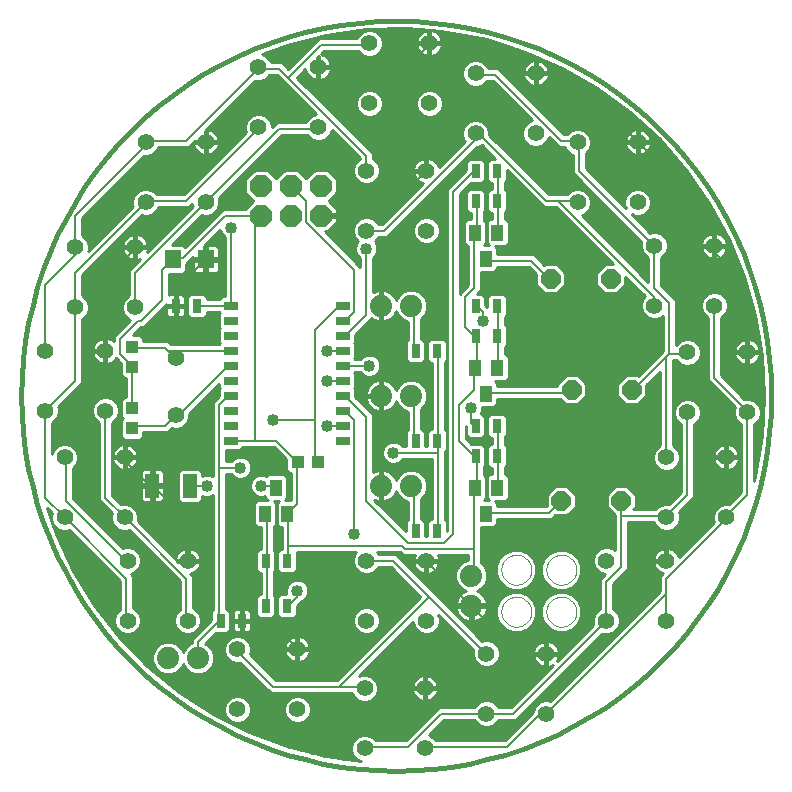
<source format=gtl>
G75*
G70*
%OFA0B0*%
%FSLAX24Y24*%
%IPPOS*%
%LPD*%
%AMOC8*
5,1,8,0,0,1.08239X$1,22.5*
%
%ADD10C,0.0160*%
%ADD11C,0.0000*%
%ADD12OC8,0.0740*%
%ADD13C,0.0555*%
%ADD14C,0.0740*%
%ADD15C,0.0560*%
%ADD16R,0.0394X0.0433*%
%ADD17R,0.0433X0.0394*%
%ADD18R,0.0472X0.0787*%
%ADD19R,0.0551X0.0630*%
%ADD20R,0.0394X0.0551*%
%ADD21OC8,0.0640*%
%ADD22R,0.0315X0.0472*%
%ADD23R,0.0450X0.0300*%
%ADD24C,0.0080*%
%ADD25C,0.0400*%
%ADD26C,0.0100*%
D10*
X000185Y012685D02*
X000200Y013298D01*
X000245Y013910D01*
X000320Y014519D01*
X000425Y015124D01*
X000560Y015722D01*
X000723Y016314D01*
X000916Y016896D01*
X001137Y017469D01*
X001385Y018029D01*
X001661Y018577D01*
X001963Y019111D01*
X002292Y019630D01*
X002645Y020131D01*
X003022Y020615D01*
X003423Y021079D01*
X003846Y021524D01*
X004291Y021947D01*
X004755Y022348D01*
X005239Y022725D01*
X005740Y023078D01*
X006259Y023407D01*
X006793Y023709D01*
X007341Y023985D01*
X007901Y024233D01*
X008474Y024454D01*
X009056Y024647D01*
X009648Y024810D01*
X010246Y024945D01*
X010851Y025050D01*
X011460Y025125D01*
X012072Y025170D01*
X012685Y025185D01*
X013298Y025170D01*
X013910Y025125D01*
X014519Y025050D01*
X015124Y024945D01*
X015722Y024810D01*
X016314Y024647D01*
X016896Y024454D01*
X017469Y024233D01*
X018029Y023985D01*
X018577Y023709D01*
X019111Y023407D01*
X019630Y023078D01*
X020131Y022725D01*
X020615Y022348D01*
X021079Y021947D01*
X021524Y021524D01*
X021947Y021079D01*
X022348Y020615D01*
X022725Y020131D01*
X023078Y019630D01*
X023407Y019111D01*
X023709Y018577D01*
X023985Y018029D01*
X024233Y017469D01*
X024454Y016896D01*
X024647Y016314D01*
X024810Y015722D01*
X024945Y015124D01*
X025050Y014519D01*
X025125Y013910D01*
X025170Y013298D01*
X025185Y012685D01*
X025170Y012072D01*
X025125Y011460D01*
X025050Y010851D01*
X024945Y010246D01*
X024810Y009648D01*
X024647Y009056D01*
X024454Y008474D01*
X024233Y007901D01*
X023985Y007341D01*
X023709Y006793D01*
X023407Y006259D01*
X023078Y005740D01*
X022725Y005239D01*
X022348Y004755D01*
X021947Y004291D01*
X021524Y003846D01*
X021079Y003423D01*
X020615Y003022D01*
X020131Y002645D01*
X019630Y002292D01*
X019111Y001963D01*
X018577Y001661D01*
X018029Y001385D01*
X017469Y001137D01*
X016896Y000916D01*
X016314Y000723D01*
X015722Y000560D01*
X015124Y000425D01*
X014519Y000320D01*
X013910Y000245D01*
X013298Y000200D01*
X012685Y000185D01*
X012072Y000200D01*
X011460Y000245D01*
X010851Y000320D01*
X010246Y000425D01*
X009648Y000560D01*
X009056Y000723D01*
X008474Y000916D01*
X007901Y001137D01*
X007341Y001385D01*
X006793Y001661D01*
X006259Y001963D01*
X005740Y002292D01*
X005239Y002645D01*
X004755Y003022D01*
X004291Y003423D01*
X003846Y003846D01*
X003423Y004291D01*
X003022Y004755D01*
X002645Y005239D01*
X002292Y005740D01*
X001963Y006259D01*
X001661Y006793D01*
X001385Y007341D01*
X001137Y007901D01*
X000916Y008474D01*
X000723Y009056D01*
X000560Y009648D01*
X000425Y010246D01*
X000320Y010851D01*
X000245Y011460D01*
X000200Y012072D01*
X000185Y012685D01*
D11*
X016185Y006885D02*
X016187Y006929D01*
X016193Y006973D01*
X016203Y007016D01*
X016216Y007058D01*
X016233Y007099D01*
X016254Y007138D01*
X016278Y007175D01*
X016305Y007210D01*
X016335Y007242D01*
X016368Y007272D01*
X016404Y007298D01*
X016441Y007322D01*
X016481Y007341D01*
X016522Y007358D01*
X016565Y007370D01*
X016608Y007379D01*
X016652Y007384D01*
X016696Y007385D01*
X016740Y007382D01*
X016784Y007375D01*
X016827Y007364D01*
X016869Y007350D01*
X016909Y007332D01*
X016948Y007310D01*
X016984Y007286D01*
X017018Y007258D01*
X017050Y007227D01*
X017079Y007193D01*
X017105Y007157D01*
X017127Y007119D01*
X017146Y007079D01*
X017161Y007037D01*
X017173Y006995D01*
X017181Y006951D01*
X017185Y006907D01*
X017185Y006863D01*
X017181Y006819D01*
X017173Y006775D01*
X017161Y006733D01*
X017146Y006691D01*
X017127Y006651D01*
X017105Y006613D01*
X017079Y006577D01*
X017050Y006543D01*
X017018Y006512D01*
X016984Y006484D01*
X016948Y006460D01*
X016909Y006438D01*
X016869Y006420D01*
X016827Y006406D01*
X016784Y006395D01*
X016740Y006388D01*
X016696Y006385D01*
X016652Y006386D01*
X016608Y006391D01*
X016565Y006400D01*
X016522Y006412D01*
X016481Y006429D01*
X016441Y006448D01*
X016404Y006472D01*
X016368Y006498D01*
X016335Y006528D01*
X016305Y006560D01*
X016278Y006595D01*
X016254Y006632D01*
X016233Y006671D01*
X016216Y006712D01*
X016203Y006754D01*
X016193Y006797D01*
X016187Y006841D01*
X016185Y006885D01*
X017685Y006885D02*
X017687Y006929D01*
X017693Y006973D01*
X017703Y007016D01*
X017716Y007058D01*
X017733Y007099D01*
X017754Y007138D01*
X017778Y007175D01*
X017805Y007210D01*
X017835Y007242D01*
X017868Y007272D01*
X017904Y007298D01*
X017941Y007322D01*
X017981Y007341D01*
X018022Y007358D01*
X018065Y007370D01*
X018108Y007379D01*
X018152Y007384D01*
X018196Y007385D01*
X018240Y007382D01*
X018284Y007375D01*
X018327Y007364D01*
X018369Y007350D01*
X018409Y007332D01*
X018448Y007310D01*
X018484Y007286D01*
X018518Y007258D01*
X018550Y007227D01*
X018579Y007193D01*
X018605Y007157D01*
X018627Y007119D01*
X018646Y007079D01*
X018661Y007037D01*
X018673Y006995D01*
X018681Y006951D01*
X018685Y006907D01*
X018685Y006863D01*
X018681Y006819D01*
X018673Y006775D01*
X018661Y006733D01*
X018646Y006691D01*
X018627Y006651D01*
X018605Y006613D01*
X018579Y006577D01*
X018550Y006543D01*
X018518Y006512D01*
X018484Y006484D01*
X018448Y006460D01*
X018409Y006438D01*
X018369Y006420D01*
X018327Y006406D01*
X018284Y006395D01*
X018240Y006388D01*
X018196Y006385D01*
X018152Y006386D01*
X018108Y006391D01*
X018065Y006400D01*
X018022Y006412D01*
X017981Y006429D01*
X017941Y006448D01*
X017904Y006472D01*
X017868Y006498D01*
X017835Y006528D01*
X017805Y006560D01*
X017778Y006595D01*
X017754Y006632D01*
X017733Y006671D01*
X017716Y006712D01*
X017703Y006754D01*
X017693Y006797D01*
X017687Y006841D01*
X017685Y006885D01*
X017685Y005485D02*
X017687Y005529D01*
X017693Y005573D01*
X017703Y005616D01*
X017716Y005658D01*
X017733Y005699D01*
X017754Y005738D01*
X017778Y005775D01*
X017805Y005810D01*
X017835Y005842D01*
X017868Y005872D01*
X017904Y005898D01*
X017941Y005922D01*
X017981Y005941D01*
X018022Y005958D01*
X018065Y005970D01*
X018108Y005979D01*
X018152Y005984D01*
X018196Y005985D01*
X018240Y005982D01*
X018284Y005975D01*
X018327Y005964D01*
X018369Y005950D01*
X018409Y005932D01*
X018448Y005910D01*
X018484Y005886D01*
X018518Y005858D01*
X018550Y005827D01*
X018579Y005793D01*
X018605Y005757D01*
X018627Y005719D01*
X018646Y005679D01*
X018661Y005637D01*
X018673Y005595D01*
X018681Y005551D01*
X018685Y005507D01*
X018685Y005463D01*
X018681Y005419D01*
X018673Y005375D01*
X018661Y005333D01*
X018646Y005291D01*
X018627Y005251D01*
X018605Y005213D01*
X018579Y005177D01*
X018550Y005143D01*
X018518Y005112D01*
X018484Y005084D01*
X018448Y005060D01*
X018409Y005038D01*
X018369Y005020D01*
X018327Y005006D01*
X018284Y004995D01*
X018240Y004988D01*
X018196Y004985D01*
X018152Y004986D01*
X018108Y004991D01*
X018065Y005000D01*
X018022Y005012D01*
X017981Y005029D01*
X017941Y005048D01*
X017904Y005072D01*
X017868Y005098D01*
X017835Y005128D01*
X017805Y005160D01*
X017778Y005195D01*
X017754Y005232D01*
X017733Y005271D01*
X017716Y005312D01*
X017703Y005354D01*
X017693Y005397D01*
X017687Y005441D01*
X017685Y005485D01*
X016185Y005485D02*
X016187Y005529D01*
X016193Y005573D01*
X016203Y005616D01*
X016216Y005658D01*
X016233Y005699D01*
X016254Y005738D01*
X016278Y005775D01*
X016305Y005810D01*
X016335Y005842D01*
X016368Y005872D01*
X016404Y005898D01*
X016441Y005922D01*
X016481Y005941D01*
X016522Y005958D01*
X016565Y005970D01*
X016608Y005979D01*
X016652Y005984D01*
X016696Y005985D01*
X016740Y005982D01*
X016784Y005975D01*
X016827Y005964D01*
X016869Y005950D01*
X016909Y005932D01*
X016948Y005910D01*
X016984Y005886D01*
X017018Y005858D01*
X017050Y005827D01*
X017079Y005793D01*
X017105Y005757D01*
X017127Y005719D01*
X017146Y005679D01*
X017161Y005637D01*
X017173Y005595D01*
X017181Y005551D01*
X017185Y005507D01*
X017185Y005463D01*
X017181Y005419D01*
X017173Y005375D01*
X017161Y005333D01*
X017146Y005291D01*
X017127Y005251D01*
X017105Y005213D01*
X017079Y005177D01*
X017050Y005143D01*
X017018Y005112D01*
X016984Y005084D01*
X016948Y005060D01*
X016909Y005038D01*
X016869Y005020D01*
X016827Y005006D01*
X016784Y004995D01*
X016740Y004988D01*
X016696Y004985D01*
X016652Y004986D01*
X016608Y004991D01*
X016565Y005000D01*
X016522Y005012D01*
X016481Y005029D01*
X016441Y005048D01*
X016404Y005072D01*
X016368Y005098D01*
X016335Y005128D01*
X016305Y005160D01*
X016278Y005195D01*
X016254Y005232D01*
X016233Y005271D01*
X016216Y005312D01*
X016203Y005354D01*
X016193Y005397D01*
X016187Y005441D01*
X016185Y005485D01*
D12*
X010185Y018685D03*
X009185Y018685D03*
X008185Y018685D03*
X008185Y019685D03*
X009185Y019685D03*
X010185Y019685D03*
D13*
X011685Y020185D03*
X013685Y020185D03*
X015335Y021435D03*
X013785Y022435D03*
X015335Y023435D03*
X013785Y024435D03*
X011785Y024435D03*
X010085Y023635D03*
X008085Y023635D03*
X011785Y022435D03*
X010085Y021635D03*
X008085Y021635D03*
X006335Y021135D03*
X004335Y021135D03*
X004335Y019135D03*
X006335Y019135D03*
X003985Y017635D03*
X001985Y017635D03*
X001985Y015635D03*
X003985Y015635D03*
X002985Y014185D03*
X000985Y014185D03*
X000985Y012185D03*
X002985Y012185D03*
X003635Y010635D03*
X001635Y010635D03*
X001635Y008635D03*
X003635Y008635D03*
X003735Y007185D03*
X005735Y007185D03*
X005735Y005185D03*
X007385Y004235D03*
X009385Y004235D03*
X011685Y005185D03*
X013685Y005185D03*
X015685Y004085D03*
X017685Y004085D03*
X019685Y005185D03*
X021685Y005185D03*
X021685Y007185D03*
X019685Y007185D03*
X021685Y008635D03*
X023685Y008635D03*
X023685Y010635D03*
X021685Y010635D03*
X022385Y012135D03*
X024385Y012135D03*
X024385Y014135D03*
X022385Y014135D03*
X023285Y015685D03*
X021285Y015685D03*
X021285Y017685D03*
X023285Y017685D03*
X020735Y019135D03*
X018735Y019135D03*
X018735Y021135D03*
X017335Y021435D03*
X020735Y021135D03*
X017335Y023435D03*
X013685Y018185D03*
X011685Y018185D03*
X011685Y007185D03*
X013685Y007185D03*
X013635Y002935D03*
X011635Y002935D03*
X009385Y002235D03*
X007385Y002235D03*
X011635Y000935D03*
X013635Y000935D03*
X015685Y002085D03*
X017685Y002085D03*
X003735Y005185D03*
D14*
X005085Y003935D03*
X006085Y003935D03*
X015185Y005685D03*
X015185Y006685D03*
X013185Y009685D03*
X012185Y009685D03*
X012185Y012685D03*
X013185Y012685D03*
X013185Y015685D03*
X012185Y015685D03*
D15*
X005335Y013935D03*
X005335Y012035D03*
D16*
X003885Y012270D03*
X003885Y011601D03*
X003885Y013651D03*
X003885Y014320D03*
D17*
X009401Y010485D03*
X010070Y010485D03*
D18*
X005815Y009685D03*
X004555Y009685D03*
D19*
X005234Y017235D03*
X006337Y017235D03*
D20*
X015311Y018118D03*
X016059Y018118D03*
X015685Y017252D03*
X015311Y013618D03*
X016059Y013618D03*
X015685Y012752D03*
X015311Y009618D03*
X016059Y009618D03*
X015685Y008752D03*
X009059Y008752D03*
X008311Y008752D03*
X008685Y009618D03*
D21*
X018185Y009185D03*
X020185Y009185D03*
X020535Y012885D03*
X018535Y012885D03*
X017835Y016585D03*
X019835Y016585D03*
D22*
X016040Y015685D03*
X015331Y015685D03*
X015331Y014685D03*
X016040Y014685D03*
X014040Y014185D03*
X013331Y014185D03*
X015331Y011685D03*
X016040Y011685D03*
X016040Y010685D03*
X015331Y010685D03*
X014040Y011185D03*
X013331Y011185D03*
X013331Y008185D03*
X014040Y008185D03*
X009040Y007185D03*
X008331Y007185D03*
X008331Y005685D03*
X009040Y005685D03*
X007540Y005185D03*
X006831Y005185D03*
X006040Y015685D03*
X005331Y015685D03*
X015331Y019185D03*
X016040Y019185D03*
X016040Y020185D03*
X015331Y020185D03*
D23*
X010915Y015685D03*
X010915Y015185D03*
X010915Y014685D03*
X010915Y014185D03*
X010915Y013685D03*
X010915Y013185D03*
X010915Y012685D03*
X010915Y012185D03*
X010915Y011685D03*
X010905Y011185D03*
X007165Y011185D03*
X007165Y011685D03*
X007165Y012185D03*
X007165Y012685D03*
X007165Y013185D03*
X007165Y013685D03*
X007165Y014185D03*
X007165Y014685D03*
X007165Y015185D03*
X007165Y015685D03*
D24*
X007185Y015685D01*
X007185Y018285D01*
X006985Y018685D02*
X007985Y018685D01*
X008185Y018685D01*
X007985Y018685D02*
X007985Y011185D01*
X007165Y011185D01*
X007985Y011185D02*
X008685Y011185D01*
X009385Y010485D01*
X009401Y010485D01*
X009385Y010485D02*
X009385Y009085D01*
X009085Y008785D01*
X009059Y008752D01*
X009085Y008685D01*
X009085Y007685D01*
X012885Y007685D01*
X012985Y007585D01*
X015285Y007585D01*
X015285Y009585D01*
X015311Y009618D01*
X015385Y009685D01*
X015385Y010685D01*
X015331Y010685D01*
X015285Y010685D01*
X014785Y011185D01*
X014785Y012385D01*
X015285Y012885D01*
X015285Y013585D01*
X015311Y013618D01*
X015385Y013685D01*
X015385Y014685D01*
X015331Y014685D01*
X015285Y014685D01*
X014985Y014985D01*
X014985Y015985D01*
X015285Y016285D01*
X015285Y018085D01*
X015311Y018118D01*
X015385Y018185D01*
X015385Y019185D01*
X015331Y019185D01*
X016040Y019185D02*
X016085Y019185D01*
X016085Y018185D01*
X016059Y018118D01*
X015685Y017252D02*
X015685Y017185D01*
X017185Y017185D01*
X017785Y016585D01*
X017835Y016585D01*
X016085Y015685D02*
X016040Y015685D01*
X016085Y015685D02*
X016085Y014685D01*
X016040Y014685D01*
X016085Y014685D02*
X016085Y013685D01*
X016059Y013618D01*
X015685Y012785D02*
X015685Y012752D01*
X015685Y012785D02*
X018385Y012785D01*
X018485Y012885D01*
X018535Y012885D01*
X020535Y012885D02*
X020585Y012885D01*
X021685Y013985D01*
X021685Y010635D01*
X022385Y009385D02*
X022385Y012135D01*
X023285Y013285D02*
X024385Y012185D01*
X024385Y012135D01*
X024385Y009385D01*
X023685Y008685D01*
X023685Y008635D01*
X023685Y008585D01*
X021685Y006585D01*
X021685Y006085D01*
X017685Y002085D01*
X017485Y002085D01*
X016385Y000985D01*
X013685Y000985D01*
X013635Y000935D01*
X013085Y000985D02*
X014185Y002085D01*
X015685Y002085D01*
X016585Y002085D01*
X019685Y005185D01*
X019685Y006485D01*
X020185Y006985D01*
X020185Y008685D01*
X021685Y008685D01*
X021685Y008635D01*
X021685Y008685D02*
X022385Y009385D01*
X023685Y009985D02*
X023685Y010635D01*
X023685Y009985D02*
X021685Y007985D01*
X021685Y007185D01*
X021685Y006085D02*
X021685Y005185D01*
X017685Y004085D02*
X016785Y004085D01*
X015185Y005685D01*
X013685Y007185D01*
X013085Y007785D02*
X014285Y007785D01*
X014585Y008085D01*
X014585Y019485D01*
X015285Y020185D01*
X015331Y020185D01*
X016040Y020185D02*
X016085Y020185D01*
X016085Y019185D01*
X017685Y019185D02*
X015385Y021485D01*
X015335Y021435D01*
X015285Y021385D01*
X015285Y021185D01*
X012285Y018185D01*
X011685Y018185D01*
X011685Y017585D02*
X011685Y015385D01*
X010985Y014685D01*
X010915Y014685D01*
X010915Y014185D02*
X010385Y014185D01*
X010915Y013685D02*
X011785Y013685D01*
X010915Y013185D02*
X010385Y013185D01*
X010915Y012685D02*
X010985Y012685D01*
X011685Y011985D01*
X011685Y009185D01*
X013085Y007785D01*
X013285Y008185D02*
X013331Y008185D01*
X013285Y008185D02*
X013285Y009585D01*
X013185Y009685D01*
X012185Y009685D02*
X012185Y012685D01*
X012185Y015685D01*
X011285Y015485D02*
X010985Y015185D01*
X010915Y015185D01*
X011285Y015485D02*
X011285Y016885D01*
X009685Y018485D01*
X009685Y019185D01*
X009185Y019685D01*
X010185Y018685D02*
X012185Y018685D01*
X013685Y020185D01*
X013685Y021885D01*
X011885Y023685D01*
X010085Y023685D01*
X010085Y023635D01*
X010185Y024385D02*
X009085Y023285D01*
X011685Y020685D01*
X011685Y020185D01*
X010085Y021585D02*
X008785Y021585D01*
X006335Y019135D01*
X003985Y016785D01*
X003985Y015635D01*
X004085Y015185D02*
X004185Y015185D01*
X004885Y015885D01*
X004885Y016885D01*
X005185Y017185D01*
X005234Y017235D01*
X005285Y017285D01*
X005585Y017285D01*
X006985Y018685D01*
X005685Y019185D02*
X008085Y021585D01*
X008085Y021635D01*
X010085Y021585D02*
X010085Y021635D01*
X009085Y023285D02*
X008785Y023585D01*
X008085Y023585D01*
X008085Y023635D01*
X008085Y023585D02*
X005685Y021185D01*
X004385Y021185D01*
X004335Y021135D01*
X004385Y021085D01*
X001985Y018685D01*
X001985Y017635D01*
X001985Y017385D01*
X000985Y016385D01*
X000985Y014185D01*
X001985Y013185D02*
X001985Y015635D01*
X001985Y016785D01*
X004335Y019135D01*
X004385Y019185D01*
X005685Y019185D01*
X003985Y017635D02*
X003985Y017585D01*
X002985Y016585D01*
X002985Y014185D01*
X003485Y014085D02*
X003485Y014585D01*
X004085Y015185D01*
X003885Y014320D02*
X003885Y014285D01*
X004985Y014285D01*
X005085Y014185D01*
X007165Y014185D01*
X007165Y013685D02*
X007085Y013685D01*
X005385Y011985D01*
X005335Y012035D01*
X004985Y011685D01*
X003885Y011685D01*
X003885Y011601D01*
X003885Y012270D02*
X003885Y013651D01*
X003885Y013685D01*
X003485Y014085D01*
X005085Y014185D02*
X005335Y013935D01*
X006785Y012385D02*
X007085Y012685D01*
X006785Y012385D02*
X006785Y010285D01*
X007485Y010285D01*
X006785Y010285D02*
X006785Y005185D01*
X006831Y005185D01*
X006785Y005185D02*
X006085Y004485D01*
X006085Y003935D01*
X007385Y004185D02*
X007385Y004235D01*
X007385Y004185D02*
X008585Y002985D01*
X010785Y002985D01*
X013785Y005985D01*
X012585Y007185D01*
X011685Y007185D01*
X011285Y008085D02*
X011285Y011885D01*
X010985Y012185D01*
X010915Y012185D01*
X010915Y011685D02*
X010385Y011685D01*
X009985Y011885D02*
X008585Y011885D01*
X009985Y011885D02*
X009985Y010485D01*
X010070Y010485D01*
X008685Y009685D02*
X008685Y009618D01*
X008685Y009685D02*
X008185Y009685D01*
X008311Y008752D02*
X008385Y008685D01*
X008385Y007185D01*
X008331Y007185D01*
X008385Y007185D02*
X008385Y005685D01*
X008331Y005685D01*
X008485Y005185D02*
X007540Y005185D01*
X008485Y005185D02*
X009385Y004285D01*
X009385Y004235D01*
X010785Y002985D02*
X011585Y002985D01*
X011635Y002935D01*
X011685Y000985D02*
X011635Y000935D01*
X011685Y000985D02*
X013085Y000985D01*
X015685Y004085D02*
X013785Y005985D01*
X015185Y006685D02*
X015285Y006785D01*
X015285Y007585D01*
X014085Y008185D02*
X014040Y008185D01*
X014085Y008185D02*
X014085Y010785D01*
X012585Y010785D01*
X013285Y011185D02*
X013331Y011185D01*
X013285Y011185D02*
X013285Y012585D01*
X013185Y012685D01*
X013285Y014185D02*
X013331Y014185D01*
X013285Y014185D02*
X013285Y015585D01*
X013185Y015685D01*
X010915Y015685D02*
X010785Y015685D01*
X009985Y014885D01*
X009985Y011885D01*
X014040Y011185D02*
X014085Y011185D01*
X014085Y014185D01*
X014040Y014185D01*
X015585Y015185D02*
X015585Y015485D01*
X015385Y015685D01*
X015331Y015685D01*
X015185Y012285D02*
X015185Y011785D01*
X015285Y011685D01*
X015331Y011685D01*
X016040Y011685D02*
X016085Y011685D01*
X016085Y010685D01*
X016040Y010685D01*
X016085Y010685D02*
X016085Y009685D01*
X016059Y009618D01*
X015685Y008785D02*
X015685Y008752D01*
X015685Y008785D02*
X017785Y008785D01*
X018185Y009185D01*
X020185Y009185D02*
X020185Y008685D01*
X014085Y010785D02*
X014085Y011185D01*
X009085Y007685D02*
X009085Y007185D01*
X009040Y007185D01*
X009385Y006185D02*
X009385Y005985D01*
X009085Y005685D01*
X009040Y005685D01*
X005735Y005185D02*
X005685Y005185D01*
X005685Y006585D01*
X003635Y008635D01*
X002985Y009285D01*
X002985Y012185D01*
X001985Y013185D02*
X000985Y012185D01*
X000985Y009285D01*
X001635Y008635D01*
X003685Y006585D01*
X003685Y005185D01*
X003735Y005185D01*
X003735Y007185D02*
X003685Y007185D01*
X001685Y009185D01*
X001685Y010585D01*
X001635Y010635D01*
X003585Y010585D02*
X003635Y010635D01*
X003585Y010585D02*
X004485Y009685D01*
X004555Y009685D01*
X004585Y009685D01*
X005685Y008585D01*
X005685Y007185D01*
X005735Y007185D01*
X005815Y009685D02*
X006385Y009685D01*
X006040Y015685D02*
X007165Y015685D01*
X006285Y017185D02*
X005385Y016285D01*
X005285Y016285D01*
X005385Y016285D02*
X005385Y015685D01*
X005331Y015685D01*
X006285Y017185D02*
X006337Y017235D01*
X017685Y019185D02*
X018085Y019185D01*
X021285Y015985D01*
X021285Y015685D01*
X021785Y015785D02*
X021785Y014085D01*
X021685Y013985D01*
X021785Y014085D02*
X022385Y014085D01*
X022385Y014135D01*
X023285Y013285D02*
X023285Y015685D01*
X024385Y016385D02*
X024385Y014135D01*
X021785Y015785D02*
X021285Y016285D01*
X021285Y017685D01*
X018785Y020185D01*
X018785Y021085D01*
X018735Y021135D01*
X018685Y021185D01*
X018185Y021185D01*
X015985Y023385D01*
X015385Y023385D01*
X015335Y023435D01*
X013785Y024385D02*
X013785Y024435D01*
X013785Y024385D02*
X013085Y023685D01*
X011885Y023685D01*
X011785Y024385D02*
X011785Y024435D01*
X011785Y024385D02*
X010185Y024385D01*
X017335Y023435D02*
X017385Y023385D01*
X018485Y023385D01*
X020735Y021135D01*
X023285Y018585D01*
X023285Y017685D01*
X023285Y017485D01*
X024385Y016385D01*
X018735Y019135D02*
X018685Y019185D01*
X018085Y019185D01*
D25*
X011685Y017585D03*
X007185Y018285D03*
X005285Y016285D03*
X010385Y014185D03*
X011785Y013685D03*
X010385Y013185D03*
X010385Y011685D03*
X008585Y011885D03*
X007485Y010285D03*
X008185Y009685D03*
X006385Y009685D03*
X011285Y008085D03*
X009385Y006185D03*
X012585Y010785D03*
X015185Y012285D03*
X015585Y015185D03*
D26*
X005430Y002815D02*
X004389Y003673D01*
X003448Y004640D01*
X002619Y005705D01*
X001912Y006855D01*
X001336Y008076D01*
X001898Y008076D01*
X001996Y007978D02*
X001382Y007978D01*
X001336Y008076D02*
X001042Y008932D01*
X001206Y008768D01*
X001188Y008724D01*
X001188Y008546D01*
X001256Y008382D01*
X001382Y008256D01*
X001546Y008188D01*
X001724Y008188D01*
X001768Y008206D01*
X003475Y006498D01*
X003475Y005558D01*
X003356Y005439D01*
X003288Y005274D01*
X003288Y005096D01*
X003356Y004932D01*
X003482Y004806D01*
X003646Y004738D01*
X003824Y004738D01*
X003989Y004806D01*
X004115Y004932D01*
X004183Y005096D01*
X004183Y005274D01*
X004115Y005439D01*
X003989Y005565D01*
X003895Y005603D01*
X003895Y006498D01*
X003895Y006672D01*
X003828Y006739D01*
X003989Y006806D01*
X004115Y006932D01*
X004183Y007096D01*
X004183Y007274D01*
X004115Y007439D01*
X003989Y007565D01*
X003824Y007633D01*
X003646Y007633D01*
X003567Y007600D01*
X001895Y009272D01*
X001895Y010262D01*
X002015Y010382D01*
X002083Y010546D01*
X002083Y010724D01*
X002015Y010889D01*
X001889Y011015D01*
X001724Y011083D01*
X001546Y011083D01*
X001382Y011015D01*
X001256Y010889D01*
X001195Y010742D01*
X001195Y011788D01*
X001239Y011806D01*
X001365Y011932D01*
X001433Y012096D01*
X001433Y012274D01*
X001415Y012318D01*
X002072Y012975D01*
X002195Y013098D01*
X002195Y015238D01*
X002239Y015256D01*
X002365Y015382D01*
X002433Y015546D01*
X002433Y015724D01*
X002365Y015889D01*
X002239Y016015D01*
X002195Y016033D01*
X002195Y016698D01*
X004203Y018706D01*
X004246Y018688D01*
X004424Y018688D01*
X004589Y018756D01*
X004715Y018882D01*
X004753Y018975D01*
X005598Y018975D01*
X005772Y018975D01*
X005888Y019091D01*
X005888Y019046D01*
X005906Y019003D01*
X004384Y017481D01*
X004413Y017550D01*
X004413Y017607D01*
X004014Y017607D01*
X004014Y017664D01*
X003957Y017664D01*
X003957Y018063D01*
X003900Y018063D01*
X003743Y017998D01*
X003623Y017877D01*
X003558Y017720D01*
X003558Y017664D01*
X003956Y017664D01*
X003956Y017607D01*
X003558Y017607D01*
X003558Y017550D01*
X003623Y017393D01*
X003743Y017273D01*
X003900Y017208D01*
X003957Y017208D01*
X003957Y017606D01*
X004014Y017606D01*
X004014Y017208D01*
X004070Y017208D01*
X004140Y017237D01*
X003898Y016995D01*
X003775Y016872D01*
X003775Y016033D01*
X003732Y016015D01*
X003606Y015889D01*
X003538Y015724D01*
X003538Y015546D01*
X003606Y015382D01*
X003732Y015256D01*
X003822Y015219D01*
X003275Y014672D01*
X003275Y014500D01*
X003227Y014548D01*
X003070Y014613D01*
X003014Y014613D01*
X003014Y014214D01*
X002957Y014214D01*
X002957Y014613D01*
X002900Y014613D01*
X002743Y014548D01*
X002623Y014427D01*
X002558Y014270D01*
X002558Y014214D01*
X002956Y014214D01*
X002956Y014157D01*
X002558Y014157D01*
X002558Y014100D01*
X002623Y013943D01*
X002743Y013823D01*
X002900Y013758D01*
X002957Y013758D01*
X002957Y014156D01*
X003014Y014156D01*
X003014Y013758D01*
X003070Y013758D01*
X003227Y013823D01*
X003339Y013935D01*
X003398Y013875D01*
X003519Y013755D01*
X003519Y013364D01*
X003618Y013264D01*
X003675Y013264D01*
X003675Y012656D01*
X003618Y012656D01*
X003519Y012557D01*
X003519Y011983D01*
X003566Y011935D01*
X003519Y011888D01*
X003519Y011314D01*
X003618Y011214D01*
X004153Y011214D01*
X004252Y011314D01*
X004252Y011475D01*
X004898Y011475D01*
X005072Y011475D01*
X005201Y011604D01*
X005246Y011585D01*
X005425Y011585D01*
X005590Y011654D01*
X005717Y011780D01*
X005785Y011946D01*
X005785Y012088D01*
X006770Y013073D01*
X006770Y012965D01*
X006800Y012935D01*
X006770Y012906D01*
X006770Y012667D01*
X006698Y012595D01*
X006575Y012472D01*
X006575Y010372D01*
X006575Y010198D01*
X006575Y010007D01*
X006459Y010055D01*
X006312Y010055D01*
X006221Y010018D01*
X006221Y010149D01*
X006122Y010249D01*
X005509Y010249D01*
X005409Y010149D01*
X005409Y009221D01*
X005509Y009122D01*
X006122Y009122D01*
X006221Y009221D01*
X006221Y009353D01*
X006312Y009315D01*
X006459Y009315D01*
X006575Y009364D01*
X006575Y005564D01*
X006504Y005492D01*
X006504Y005201D01*
X005998Y004695D01*
X005875Y004572D01*
X005875Y004433D01*
X005779Y004393D01*
X005628Y004241D01*
X005585Y004139D01*
X005543Y004241D01*
X005391Y004393D01*
X005193Y004475D01*
X004978Y004475D01*
X004779Y004393D01*
X004628Y004241D01*
X004545Y004043D01*
X004545Y003828D01*
X004628Y003629D01*
X004779Y003478D01*
X004978Y003395D01*
X005193Y003395D01*
X005391Y003478D01*
X005543Y003629D01*
X005585Y003731D01*
X005628Y003629D01*
X005779Y003478D01*
X005978Y003395D01*
X006193Y003395D01*
X006391Y003478D01*
X006543Y003629D01*
X006625Y003828D01*
X006625Y004043D01*
X006543Y004241D01*
X006391Y004393D01*
X006320Y004423D01*
X006676Y004779D01*
X007059Y004779D01*
X007158Y004879D01*
X007158Y005492D01*
X007059Y005592D01*
X006995Y005592D01*
X006995Y010075D01*
X007172Y010075D01*
X007276Y009972D01*
X007412Y009915D01*
X007559Y009915D01*
X007695Y009972D01*
X007799Y010076D01*
X007855Y010212D01*
X007855Y010359D01*
X007799Y010495D01*
X007695Y010599D01*
X007559Y010655D01*
X007412Y010655D01*
X007276Y010599D01*
X007172Y010495D01*
X006995Y010495D01*
X006995Y010865D01*
X007461Y010865D01*
X007560Y010965D01*
X007560Y010975D01*
X007898Y010975D01*
X008072Y010975D01*
X008598Y010975D01*
X009014Y010560D01*
X009014Y010218D01*
X009114Y010119D01*
X009175Y010119D01*
X009175Y009198D01*
X008978Y009198D01*
X009052Y009272D01*
X009052Y009964D01*
X008953Y010064D01*
X008418Y010064D01*
X008365Y010011D01*
X008259Y010055D01*
X008112Y010055D01*
X007976Y009999D01*
X007872Y009895D01*
X007815Y009759D01*
X007815Y009612D01*
X007872Y009476D01*
X007976Y009372D01*
X008112Y009315D01*
X008259Y009315D01*
X008319Y009340D01*
X008319Y009272D01*
X008393Y009198D01*
X008044Y009198D01*
X007944Y009098D01*
X007944Y008406D01*
X008044Y008307D01*
X008175Y008307D01*
X008175Y007592D01*
X008103Y007592D01*
X008004Y007492D01*
X008004Y006879D01*
X008103Y006779D01*
X008175Y006779D01*
X008175Y006092D01*
X008103Y006092D01*
X008004Y005992D01*
X008004Y005379D01*
X008103Y005279D01*
X008559Y005279D01*
X008658Y005379D01*
X008658Y005992D01*
X008595Y006055D01*
X008595Y006816D01*
X008658Y006879D01*
X008658Y007492D01*
X008595Y007555D01*
X008595Y008323D01*
X008678Y008406D01*
X008678Y009098D01*
X008604Y009173D01*
X008767Y009173D01*
X008693Y009098D01*
X008693Y008406D01*
X008792Y008307D01*
X008875Y008307D01*
X008875Y007772D01*
X008875Y007598D01*
X008875Y007592D01*
X008812Y007592D01*
X008712Y007492D01*
X008712Y006879D01*
X008812Y006779D01*
X009268Y006779D01*
X009367Y006879D01*
X009367Y007475D01*
X011343Y007475D01*
X011306Y007439D01*
X011238Y007274D01*
X011238Y007096D01*
X011306Y006932D01*
X011432Y006806D01*
X011596Y006738D01*
X011774Y006738D01*
X011939Y006806D01*
X012065Y006932D01*
X012083Y006975D01*
X012498Y006975D01*
X013488Y005985D01*
X010698Y003195D01*
X008672Y003195D01*
X007800Y004067D01*
X007833Y004146D01*
X007833Y004324D01*
X007765Y004489D01*
X007639Y004615D01*
X007474Y004683D01*
X007296Y004683D01*
X007132Y004615D01*
X007006Y004489D01*
X006938Y004324D01*
X006938Y004146D01*
X007006Y003982D01*
X007132Y003856D01*
X007296Y003788D01*
X007474Y003788D01*
X007482Y003791D01*
X008498Y002775D01*
X008672Y002775D01*
X010698Y002775D01*
X010872Y002775D01*
X011217Y002775D01*
X011256Y002682D01*
X011382Y002556D01*
X011546Y002488D01*
X011724Y002488D01*
X011889Y002556D01*
X012015Y002682D01*
X012083Y002846D01*
X012083Y003024D01*
X012015Y003189D01*
X011889Y003315D01*
X011724Y003383D01*
X011546Y003383D01*
X011433Y003336D01*
X013238Y005141D01*
X013238Y005096D01*
X013306Y004932D01*
X013432Y004806D01*
X013596Y004738D01*
X013774Y004738D01*
X013939Y004806D01*
X014065Y004932D01*
X014133Y005096D01*
X014133Y005274D01*
X014086Y005388D01*
X015256Y004218D01*
X015238Y004174D01*
X015238Y003996D01*
X015306Y003832D01*
X015432Y003706D01*
X015596Y003638D01*
X015774Y003638D01*
X015939Y003706D01*
X016065Y003832D01*
X016133Y003996D01*
X016133Y004174D01*
X016065Y004339D01*
X015939Y004465D01*
X015774Y004533D01*
X015596Y004533D01*
X015553Y004515D01*
X013995Y006072D01*
X013995Y006072D01*
X013872Y006195D01*
X012672Y007395D01*
X012498Y007395D01*
X012083Y007395D01*
X012065Y007439D01*
X012028Y007475D01*
X012798Y007475D01*
X012898Y007375D01*
X013301Y007375D01*
X013258Y007270D01*
X013258Y007214D01*
X013656Y007214D01*
X013656Y007157D01*
X013258Y007157D01*
X013258Y007100D01*
X013323Y006943D01*
X013443Y006823D01*
X013600Y006758D01*
X013657Y006758D01*
X013657Y007156D01*
X013714Y007156D01*
X013714Y006758D01*
X013770Y006758D01*
X013927Y006823D01*
X014048Y006943D01*
X014113Y007100D01*
X014113Y007157D01*
X013714Y007157D01*
X013714Y007214D01*
X014113Y007214D01*
X014113Y007270D01*
X014069Y007375D01*
X015075Y007375D01*
X015075Y007224D01*
X014879Y007143D01*
X014728Y006991D01*
X014645Y006793D01*
X014645Y006578D01*
X014728Y006379D01*
X014879Y006228D01*
X015008Y006175D01*
X014891Y006126D01*
X014745Y005980D01*
X014665Y005789D01*
X014665Y005735D01*
X015135Y005735D01*
X015135Y005635D01*
X015235Y005635D01*
X015235Y005165D01*
X015289Y005165D01*
X015480Y005245D01*
X015626Y005391D01*
X015705Y005582D01*
X015705Y005635D01*
X015236Y005635D01*
X015236Y005735D01*
X015705Y005735D01*
X015705Y005789D01*
X015626Y005980D01*
X015480Y006126D01*
X015363Y006174D01*
X015491Y006228D01*
X015643Y006379D01*
X015725Y006578D01*
X015725Y006793D01*
X015643Y006991D01*
X015495Y007139D01*
X015495Y007498D01*
X015495Y007672D01*
X015495Y008307D01*
X015953Y008307D01*
X016052Y008406D01*
X016052Y008575D01*
X017698Y008575D01*
X017872Y008575D01*
X017992Y008695D01*
X018388Y008695D01*
X018675Y008982D01*
X018675Y009388D01*
X018388Y009675D01*
X017982Y009675D01*
X017695Y009388D01*
X017695Y008995D01*
X016052Y008995D01*
X016052Y009098D01*
X015978Y009173D01*
X016327Y009173D01*
X016426Y009272D01*
X016426Y009964D01*
X016327Y010064D01*
X016295Y010064D01*
X016295Y010307D01*
X016367Y010379D01*
X016367Y010992D01*
X016295Y011064D01*
X016295Y011307D01*
X016367Y011379D01*
X016367Y011992D01*
X016268Y012092D01*
X015812Y012092D01*
X015712Y011992D01*
X015712Y011379D01*
X015812Y011279D01*
X015875Y011279D01*
X015875Y011092D01*
X015812Y011092D01*
X015712Y010992D01*
X015712Y010379D01*
X015812Y010279D01*
X015875Y010279D01*
X015875Y010064D01*
X015792Y010064D01*
X015693Y009964D01*
X015693Y009272D01*
X015767Y009198D01*
X015604Y009198D01*
X015678Y009272D01*
X015678Y009964D01*
X015595Y010047D01*
X015595Y010316D01*
X015658Y010379D01*
X015658Y010992D01*
X015559Y011092D01*
X015176Y011092D01*
X014995Y011272D01*
X014995Y011678D01*
X015004Y011670D01*
X015004Y011379D01*
X015103Y011279D01*
X015559Y011279D01*
X015658Y011379D01*
X015658Y011992D01*
X015559Y012092D01*
X015506Y012092D01*
X015555Y012212D01*
X015555Y012307D01*
X015953Y012307D01*
X016052Y012406D01*
X016052Y012575D01*
X018152Y012575D01*
X018332Y012395D01*
X018738Y012395D01*
X019025Y012682D01*
X019025Y013088D01*
X018738Y013375D01*
X018332Y013375D01*
X018045Y013088D01*
X018045Y012995D01*
X016052Y012995D01*
X016052Y013098D01*
X015978Y013173D01*
X016327Y013173D01*
X016426Y013272D01*
X016426Y013964D01*
X016327Y014064D01*
X016295Y014064D01*
X016295Y014307D01*
X016367Y014379D01*
X016367Y014992D01*
X016295Y015064D01*
X016295Y015307D01*
X016367Y015379D01*
X016367Y015992D01*
X016268Y016092D01*
X015812Y016092D01*
X015712Y015992D01*
X015712Y015655D01*
X015658Y015709D01*
X015658Y015992D01*
X015559Y016092D01*
X015388Y016092D01*
X015495Y016198D01*
X015495Y016372D01*
X015495Y016807D01*
X015953Y016807D01*
X016052Y016906D01*
X016052Y016975D01*
X017098Y016975D01*
X017345Y016728D01*
X017345Y016382D01*
X017632Y016095D01*
X018038Y016095D01*
X018325Y016382D01*
X018325Y016788D01*
X018038Y017075D01*
X017632Y017075D01*
X017612Y017055D01*
X017272Y017395D01*
X017098Y017395D01*
X016052Y017395D01*
X016052Y017598D01*
X015978Y017673D01*
X016327Y017673D01*
X016426Y017772D01*
X016426Y018464D01*
X016327Y018564D01*
X016295Y018564D01*
X016295Y018807D01*
X016367Y018879D01*
X016367Y019492D01*
X016295Y019564D01*
X016295Y019807D01*
X016367Y019879D01*
X016367Y020207D01*
X017598Y018975D01*
X017772Y018975D01*
X017998Y018975D01*
X019898Y017075D01*
X019632Y017075D01*
X019345Y016788D01*
X019345Y016382D01*
X019632Y016095D01*
X020038Y016095D01*
X020325Y016382D01*
X020325Y016648D01*
X020970Y016003D01*
X020906Y015939D01*
X020838Y015774D01*
X020838Y015596D01*
X020906Y015432D01*
X021032Y015306D01*
X021196Y015238D01*
X021374Y015238D01*
X021539Y015306D01*
X021575Y015343D01*
X021575Y014172D01*
X021475Y014072D01*
X020758Y013355D01*
X020738Y013375D01*
X020332Y013375D01*
X020045Y013088D01*
X020045Y012682D01*
X020332Y012395D01*
X020738Y012395D01*
X021025Y012682D01*
X021025Y013028D01*
X021475Y013478D01*
X021475Y011033D01*
X021432Y011015D01*
X021306Y010889D01*
X021238Y010724D01*
X021238Y010546D01*
X021306Y010382D01*
X021432Y010256D01*
X021596Y010188D01*
X021774Y010188D01*
X021939Y010256D01*
X022065Y010382D01*
X022133Y010546D01*
X022133Y010724D01*
X022065Y010889D01*
X021939Y011015D01*
X021895Y011033D01*
X021895Y013875D01*
X022013Y013875D01*
X022132Y013756D01*
X022296Y013688D01*
X022474Y013688D01*
X022639Y013756D01*
X022765Y013882D01*
X022833Y014046D01*
X022833Y014224D01*
X022765Y014389D01*
X022639Y014515D01*
X022474Y014583D01*
X022296Y014583D01*
X022132Y014515D01*
X022006Y014389D01*
X021995Y014363D01*
X021995Y015698D01*
X021995Y015872D01*
X021495Y016372D01*
X021495Y017288D01*
X021539Y017306D01*
X021665Y017432D01*
X021733Y017596D01*
X021733Y017774D01*
X021665Y017939D01*
X021539Y018065D01*
X021374Y018133D01*
X021196Y018133D01*
X021153Y018115D01*
X020533Y018735D01*
X020646Y018688D01*
X020824Y018688D01*
X020989Y018756D01*
X021115Y018882D01*
X021183Y019046D01*
X021183Y019224D01*
X021115Y019389D01*
X020989Y019515D01*
X020824Y019583D01*
X020646Y019583D01*
X020482Y019515D01*
X020356Y019389D01*
X020288Y019224D01*
X020288Y019046D01*
X020335Y018933D01*
X018995Y020272D01*
X018995Y020762D01*
X019115Y020882D01*
X019183Y021046D01*
X019183Y021224D01*
X019115Y021389D01*
X018989Y021515D01*
X018824Y021583D01*
X018646Y021583D01*
X018482Y021515D01*
X018362Y021395D01*
X018272Y021395D01*
X016195Y023472D01*
X016072Y023595D01*
X015753Y023595D01*
X015715Y023689D01*
X015589Y023815D01*
X015424Y023883D01*
X015246Y023883D01*
X015082Y023815D01*
X014956Y023689D01*
X014888Y023524D01*
X014888Y023346D01*
X014956Y023182D01*
X015082Y023056D01*
X015246Y022988D01*
X015424Y022988D01*
X015589Y023056D01*
X015708Y023175D01*
X015898Y023175D01*
X017207Y021867D01*
X017082Y021815D01*
X016956Y021689D01*
X016888Y021524D01*
X016888Y021346D01*
X016956Y021182D01*
X017082Y021056D01*
X017246Y020988D01*
X017424Y020988D01*
X017589Y021056D01*
X017715Y021182D01*
X017767Y021307D01*
X018098Y020975D01*
X018272Y020975D01*
X018317Y020975D01*
X018356Y020882D01*
X018482Y020756D01*
X018575Y020717D01*
X018575Y020272D01*
X018575Y020098D01*
X020856Y017818D01*
X020838Y017774D01*
X020838Y017596D01*
X020906Y017432D01*
X021032Y017306D01*
X021075Y017288D01*
X021075Y016492D01*
X018864Y018704D01*
X018989Y018756D01*
X019115Y018882D01*
X019183Y019046D01*
X019183Y019224D01*
X019115Y019389D01*
X018989Y019515D01*
X018824Y019583D01*
X018646Y019583D01*
X018482Y019515D01*
X018362Y019395D01*
X018172Y019395D01*
X017998Y019395D01*
X017772Y019395D01*
X015783Y021385D01*
X015783Y021524D01*
X015715Y021689D01*
X015589Y021815D01*
X015424Y021883D01*
X015246Y021883D01*
X015082Y021815D01*
X014956Y021689D01*
X014888Y021524D01*
X014888Y021346D01*
X014956Y021182D01*
X014970Y021167D01*
X014101Y020298D01*
X014048Y020427D01*
X013927Y020548D01*
X013770Y020613D01*
X013714Y020613D01*
X013714Y020214D01*
X013657Y020214D01*
X013657Y020613D01*
X013600Y020613D01*
X013443Y020548D01*
X013323Y020427D01*
X013258Y020270D01*
X013258Y020214D01*
X013656Y020214D01*
X013656Y020157D01*
X013258Y020157D01*
X013258Y020100D01*
X013323Y019943D01*
X013443Y019823D01*
X013572Y019769D01*
X012198Y018395D01*
X012083Y018395D01*
X012065Y018439D01*
X011939Y018565D01*
X011774Y018633D01*
X011596Y018633D01*
X011432Y018565D01*
X011306Y018439D01*
X011238Y018274D01*
X011238Y018096D01*
X011306Y017932D01*
X011407Y017831D01*
X011372Y017795D01*
X011315Y017659D01*
X011315Y017512D01*
X011372Y017376D01*
X011475Y017272D01*
X011475Y016992D01*
X010302Y018165D01*
X010401Y018165D01*
X010705Y018470D01*
X010705Y018635D01*
X010236Y018635D01*
X010236Y018735D01*
X010705Y018735D01*
X010705Y018901D01*
X010435Y019171D01*
X010725Y019462D01*
X010725Y019909D01*
X010409Y020225D01*
X009962Y020225D01*
X009685Y019949D01*
X009409Y020225D01*
X008962Y020225D01*
X008685Y019949D01*
X008409Y020225D01*
X007962Y020225D01*
X007645Y019909D01*
X007645Y019462D01*
X007922Y019185D01*
X007645Y018909D01*
X007645Y018895D01*
X006898Y018895D01*
X006775Y018772D01*
X005652Y017649D01*
X005580Y017720D01*
X005217Y017720D01*
X006203Y018706D01*
X006246Y018688D01*
X006424Y018688D01*
X006589Y018756D01*
X006715Y018882D01*
X006783Y019046D01*
X006783Y019224D01*
X006765Y019268D01*
X008872Y021375D01*
X009712Y021375D01*
X009832Y021256D01*
X009996Y021188D01*
X010174Y021188D01*
X010339Y021256D01*
X010465Y021382D01*
X010531Y021543D01*
X011475Y020598D01*
X011475Y020583D01*
X011432Y020565D01*
X011306Y020439D01*
X011238Y020274D01*
X011238Y020096D01*
X011306Y019932D01*
X011432Y019806D01*
X011596Y019738D01*
X011774Y019738D01*
X011939Y019806D01*
X012065Y019932D01*
X012133Y020096D01*
X012133Y020274D01*
X012065Y020439D01*
X011939Y020565D01*
X011895Y020583D01*
X011895Y020598D01*
X011895Y020772D01*
X009382Y023285D01*
X009658Y023561D01*
X009658Y023550D01*
X009723Y023393D01*
X009843Y023273D01*
X010000Y023208D01*
X010057Y023208D01*
X010057Y023606D01*
X010114Y023606D01*
X010114Y023208D01*
X010170Y023208D01*
X010327Y023273D01*
X010448Y023393D01*
X010513Y023550D01*
X010513Y023607D01*
X010114Y023607D01*
X010114Y023664D01*
X010513Y023664D01*
X010513Y023720D01*
X010448Y023877D01*
X010327Y023998D01*
X010170Y024063D01*
X010160Y024063D01*
X010272Y024175D01*
X011412Y024175D01*
X011532Y024056D01*
X011696Y023988D01*
X011874Y023988D01*
X012039Y024056D01*
X012165Y024182D01*
X012233Y024346D01*
X012233Y024524D01*
X012165Y024689D01*
X012039Y024815D01*
X011874Y024883D01*
X011696Y024883D01*
X011532Y024815D01*
X011406Y024689D01*
X011367Y024595D01*
X010272Y024595D01*
X010098Y024595D01*
X009085Y023582D01*
X008995Y023672D01*
X008872Y023795D01*
X008503Y023795D01*
X008465Y023889D01*
X008339Y024015D01*
X008207Y024069D01*
X009029Y024377D01*
X010337Y024708D01*
X011674Y024894D01*
X013023Y024931D01*
X013843Y024863D01*
X013814Y024863D01*
X013814Y024464D01*
X014213Y024464D01*
X014213Y024520D01*
X014148Y024677D01*
X014027Y024798D01*
X013877Y024860D01*
X014368Y024819D01*
X015693Y024561D01*
X016981Y024158D01*
X018217Y023615D01*
X019385Y022941D01*
X020473Y022141D01*
X021466Y021227D01*
X022352Y020209D01*
X023121Y019100D01*
X023764Y017913D01*
X024272Y016663D01*
X024639Y015364D01*
X024861Y014033D01*
X024935Y012685D01*
X024861Y011338D01*
X024639Y010006D01*
X024595Y009852D01*
X024595Y011738D01*
X024639Y011756D01*
X024765Y011882D01*
X024833Y012046D01*
X024833Y012224D01*
X024765Y012389D01*
X024639Y012515D01*
X024474Y012583D01*
X024296Y012583D01*
X024288Y012579D01*
X023495Y013372D01*
X023495Y015288D01*
X023539Y015306D01*
X023665Y015432D01*
X023733Y015596D01*
X023733Y015774D01*
X023665Y015939D01*
X023539Y016065D01*
X023374Y016133D01*
X023196Y016133D01*
X023032Y016065D01*
X022906Y015939D01*
X022838Y015774D01*
X022838Y015596D01*
X022906Y015432D01*
X023032Y015306D01*
X023075Y015288D01*
X023075Y013372D01*
X023075Y013198D01*
X023971Y012303D01*
X023938Y012224D01*
X023938Y012046D01*
X024006Y011882D01*
X024132Y011756D01*
X024175Y011738D01*
X024175Y009472D01*
X023782Y009079D01*
X023774Y009083D01*
X023596Y009083D01*
X023432Y009015D01*
X023306Y008889D01*
X023238Y008724D01*
X023238Y008546D01*
X023271Y008467D01*
X022101Y007298D01*
X022048Y007427D01*
X021927Y007548D01*
X021770Y007613D01*
X021714Y007613D01*
X021714Y007214D01*
X021657Y007214D01*
X021657Y007613D01*
X021600Y007613D01*
X021443Y007548D01*
X021323Y007427D01*
X021258Y007270D01*
X021258Y007214D01*
X021656Y007214D01*
X021656Y007157D01*
X021258Y007157D01*
X021258Y007100D01*
X021323Y006943D01*
X021443Y006823D01*
X021572Y006769D01*
X021475Y006672D01*
X021475Y006498D01*
X021475Y006172D01*
X017818Y002515D01*
X017774Y002533D01*
X017596Y002533D01*
X017432Y002465D01*
X017306Y002339D01*
X017238Y002174D01*
X017238Y002135D01*
X016298Y001195D01*
X014008Y001195D01*
X013889Y001315D01*
X013764Y001367D01*
X014272Y001875D01*
X015288Y001875D01*
X015306Y001832D01*
X015432Y001706D01*
X015596Y001638D01*
X015774Y001638D01*
X015939Y001706D01*
X016065Y001832D01*
X016083Y001875D01*
X016498Y001875D01*
X016672Y001875D01*
X019553Y004756D01*
X019596Y004738D01*
X019774Y004738D01*
X019939Y004806D01*
X020065Y004932D01*
X020133Y005096D01*
X020133Y005274D01*
X020065Y005439D01*
X019939Y005565D01*
X019895Y005583D01*
X019895Y006398D01*
X020272Y006775D01*
X020395Y006898D01*
X020395Y008475D01*
X021267Y008475D01*
X021306Y008382D01*
X021432Y008256D01*
X021596Y008188D01*
X021774Y008188D01*
X021939Y008256D01*
X022065Y008382D01*
X022133Y008546D01*
X022133Y008724D01*
X022100Y008803D01*
X022472Y009175D01*
X022472Y009175D01*
X022595Y009298D01*
X022595Y011738D01*
X022639Y011756D01*
X022765Y011882D01*
X022833Y012046D01*
X022833Y012224D01*
X022765Y012389D01*
X022639Y012515D01*
X022474Y012583D01*
X022296Y012583D01*
X022132Y012515D01*
X022006Y012389D01*
X021938Y012224D01*
X021938Y012046D01*
X022006Y011882D01*
X022132Y011756D01*
X022175Y011738D01*
X022175Y009472D01*
X021782Y009079D01*
X021774Y009083D01*
X021596Y009083D01*
X021432Y009015D01*
X021313Y008895D01*
X020588Y008895D01*
X020675Y008982D01*
X020675Y009388D01*
X020388Y009675D01*
X019982Y009675D01*
X019695Y009388D01*
X019695Y008982D01*
X019975Y008702D01*
X019975Y008598D01*
X019975Y007528D01*
X019939Y007565D01*
X019774Y007633D01*
X019596Y007633D01*
X019432Y007565D01*
X019306Y007439D01*
X019238Y007274D01*
X019238Y007096D01*
X019306Y006932D01*
X019432Y006806D01*
X019596Y006738D01*
X019641Y006738D01*
X019475Y006572D01*
X019475Y006398D01*
X019475Y005583D01*
X019432Y005565D01*
X019306Y005439D01*
X019238Y005274D01*
X019238Y005096D01*
X019256Y005053D01*
X018049Y003846D01*
X018113Y004000D01*
X018113Y004057D01*
X017714Y004057D01*
X017714Y004114D01*
X017657Y004114D01*
X017657Y004513D01*
X017600Y004513D01*
X017443Y004448D01*
X017323Y004327D01*
X017258Y004170D01*
X017258Y004114D01*
X017656Y004114D01*
X017656Y004057D01*
X017258Y004057D01*
X017258Y004000D01*
X017323Y003843D01*
X017443Y003723D01*
X017600Y003658D01*
X017657Y003658D01*
X017657Y004056D01*
X017714Y004056D01*
X017714Y003658D01*
X017770Y003658D01*
X017925Y003722D01*
X016498Y002295D01*
X016083Y002295D01*
X016065Y002339D01*
X015939Y002465D01*
X015774Y002533D01*
X015596Y002533D01*
X015432Y002465D01*
X015306Y002339D01*
X015288Y002295D01*
X014098Y002295D01*
X013975Y002172D01*
X012998Y001195D01*
X012008Y001195D01*
X011889Y001315D01*
X011724Y001383D01*
X011546Y001383D01*
X011382Y001315D01*
X011256Y001189D01*
X011188Y001024D01*
X011188Y000846D01*
X011256Y000682D01*
X011382Y000556D01*
X011521Y000498D01*
X010337Y000663D01*
X009029Y000994D01*
X007765Y001467D01*
X006560Y002076D01*
X005430Y002815D01*
X005384Y002853D02*
X008420Y002853D01*
X008322Y002952D02*
X005264Y002952D01*
X005144Y003050D02*
X008223Y003050D01*
X008125Y003149D02*
X005025Y003149D01*
X004905Y003247D02*
X008026Y003247D01*
X007928Y003346D02*
X004785Y003346D01*
X004859Y003445D02*
X004666Y003445D01*
X004714Y003543D02*
X004546Y003543D01*
X004622Y003642D02*
X004426Y003642D01*
X004323Y003740D02*
X004582Y003740D01*
X004545Y003839D02*
X004227Y003839D01*
X004131Y003937D02*
X004545Y003937D01*
X004545Y004036D02*
X004035Y004036D01*
X003940Y004134D02*
X004583Y004134D01*
X004624Y004233D02*
X003844Y004233D01*
X003748Y004331D02*
X004718Y004331D01*
X004869Y004430D02*
X003652Y004430D01*
X003556Y004529D02*
X005875Y004529D01*
X005869Y004430D02*
X005302Y004430D01*
X005453Y004331D02*
X005718Y004331D01*
X005624Y004233D02*
X005547Y004233D01*
X005646Y004738D02*
X005824Y004738D01*
X005989Y004806D01*
X006115Y004932D01*
X006183Y005096D01*
X006183Y005274D01*
X006115Y005439D01*
X005989Y005565D01*
X005895Y005603D01*
X005895Y006498D01*
X005895Y006672D01*
X005810Y006758D01*
X005820Y006758D01*
X005977Y006823D01*
X006098Y006943D01*
X006163Y007100D01*
X006163Y007157D01*
X005764Y007157D01*
X005764Y007214D01*
X005707Y007214D01*
X005707Y007613D01*
X005650Y007613D01*
X005493Y007548D01*
X005373Y007427D01*
X005308Y007270D01*
X005308Y007260D01*
X004065Y008503D01*
X004083Y008546D01*
X004083Y008724D01*
X004015Y008889D01*
X003889Y009015D01*
X003724Y009083D01*
X003546Y009083D01*
X003503Y009065D01*
X003195Y009372D01*
X003195Y011788D01*
X003239Y011806D01*
X003365Y011932D01*
X003433Y012096D01*
X003433Y012274D01*
X003365Y012439D01*
X003239Y012565D01*
X003074Y012633D01*
X002896Y012633D01*
X002732Y012565D01*
X002606Y012439D01*
X002538Y012274D01*
X002538Y012096D01*
X002606Y011932D01*
X002732Y011806D01*
X002775Y011788D01*
X002775Y009372D01*
X002775Y009198D01*
X003206Y008768D01*
X003188Y008724D01*
X003188Y008546D01*
X003256Y008382D01*
X003382Y008256D01*
X003546Y008188D01*
X003724Y008188D01*
X003768Y008206D01*
X005475Y006498D01*
X005475Y005558D01*
X005356Y005439D01*
X005288Y005274D01*
X005288Y005096D01*
X005356Y004932D01*
X005482Y004806D01*
X005646Y004738D01*
X005464Y004824D02*
X004007Y004824D01*
X004106Y004923D02*
X005365Y004923D01*
X005319Y005021D02*
X004152Y005021D01*
X004183Y005120D02*
X005288Y005120D01*
X005288Y005218D02*
X004183Y005218D01*
X004165Y005317D02*
X005306Y005317D01*
X005346Y005415D02*
X004124Y005415D01*
X004040Y005514D02*
X005431Y005514D01*
X005475Y005613D02*
X003895Y005613D01*
X003895Y005711D02*
X005475Y005711D01*
X005475Y005810D02*
X003895Y005810D01*
X003895Y005908D02*
X005475Y005908D01*
X005475Y006007D02*
X003895Y006007D01*
X003895Y006105D02*
X005475Y006105D01*
X005475Y006204D02*
X003895Y006204D01*
X003895Y006302D02*
X005475Y006302D01*
X005475Y006401D02*
X003895Y006401D01*
X003895Y006499D02*
X005474Y006499D01*
X005376Y006598D02*
X003895Y006598D01*
X003871Y006696D02*
X005277Y006696D01*
X005179Y006795D02*
X003962Y006795D01*
X004076Y006894D02*
X005080Y006894D01*
X004982Y006992D02*
X004140Y006992D01*
X004180Y007091D02*
X004883Y007091D01*
X004784Y007189D02*
X004183Y007189D01*
X004177Y007288D02*
X004686Y007288D01*
X004587Y007386D02*
X004136Y007386D01*
X004069Y007485D02*
X004489Y007485D01*
X004390Y007583D02*
X003944Y007583D01*
X004193Y007780D02*
X003387Y007780D01*
X003486Y007682D02*
X004292Y007682D01*
X004095Y007879D02*
X003289Y007879D01*
X003190Y007978D02*
X003996Y007978D01*
X003898Y008076D02*
X003092Y008076D01*
X002993Y008175D02*
X003799Y008175D01*
X004097Y008470D02*
X006575Y008470D01*
X006575Y008372D02*
X004196Y008372D01*
X004294Y008273D02*
X006575Y008273D01*
X006575Y008175D02*
X004393Y008175D01*
X004491Y008076D02*
X006575Y008076D01*
X006575Y007978D02*
X004590Y007978D01*
X004689Y007879D02*
X006575Y007879D01*
X006575Y007780D02*
X004787Y007780D01*
X004886Y007682D02*
X006575Y007682D01*
X006575Y007583D02*
X005891Y007583D01*
X005820Y007613D02*
X005977Y007548D01*
X006098Y007427D01*
X006163Y007270D01*
X006163Y007214D01*
X005764Y007214D01*
X005764Y007613D01*
X005820Y007613D01*
X005764Y007583D02*
X005707Y007583D01*
X005707Y007485D02*
X005764Y007485D01*
X005764Y007386D02*
X005707Y007386D01*
X005707Y007288D02*
X005764Y007288D01*
X005706Y007214D02*
X005354Y007214D01*
X005411Y007157D01*
X005706Y007157D01*
X005706Y007214D01*
X005706Y007189D02*
X005378Y007189D01*
X005315Y007288D02*
X005280Y007288D01*
X005356Y007386D02*
X005181Y007386D01*
X005083Y007485D02*
X005430Y007485D01*
X005579Y007583D02*
X004984Y007583D01*
X005764Y007189D02*
X006575Y007189D01*
X006575Y007091D02*
X006159Y007091D01*
X006118Y006992D02*
X006575Y006992D01*
X006575Y006894D02*
X006048Y006894D01*
X005910Y006795D02*
X006575Y006795D01*
X006575Y006696D02*
X005871Y006696D01*
X005895Y006598D02*
X006575Y006598D01*
X006575Y006499D02*
X005895Y006499D01*
X005895Y006401D02*
X006575Y006401D01*
X006575Y006302D02*
X005895Y006302D01*
X005895Y006204D02*
X006575Y006204D01*
X006575Y006105D02*
X005895Y006105D01*
X005895Y006007D02*
X006575Y006007D01*
X006575Y005908D02*
X005895Y005908D01*
X005895Y005810D02*
X006575Y005810D01*
X006575Y005711D02*
X005895Y005711D01*
X005895Y005613D02*
X006575Y005613D01*
X006526Y005514D02*
X006040Y005514D01*
X006124Y005415D02*
X006504Y005415D01*
X006504Y005317D02*
X006165Y005317D01*
X006183Y005218D02*
X006504Y005218D01*
X006423Y005120D02*
X006183Y005120D01*
X006152Y005021D02*
X006324Y005021D01*
X006226Y004923D02*
X006106Y004923D01*
X006127Y004824D02*
X006007Y004824D01*
X006029Y004726D02*
X003381Y004726D01*
X003304Y004824D02*
X003464Y004824D01*
X003365Y004923D02*
X003228Y004923D01*
X003151Y005021D02*
X003319Y005021D01*
X003288Y005120D02*
X003074Y005120D01*
X002997Y005218D02*
X003288Y005218D01*
X003306Y005317D02*
X002921Y005317D01*
X002844Y005415D02*
X003346Y005415D01*
X003431Y005514D02*
X002767Y005514D01*
X002691Y005613D02*
X003475Y005613D01*
X003475Y005711D02*
X002615Y005711D01*
X002554Y005810D02*
X003475Y005810D01*
X003475Y005908D02*
X002494Y005908D01*
X002433Y006007D02*
X003475Y006007D01*
X003475Y006105D02*
X002373Y006105D01*
X002312Y006204D02*
X003475Y006204D01*
X003475Y006302D02*
X002251Y006302D01*
X002191Y006401D02*
X003475Y006401D01*
X003474Y006499D02*
X002130Y006499D01*
X002070Y006598D02*
X003376Y006598D01*
X003277Y006696D02*
X002009Y006696D01*
X001949Y006795D02*
X003179Y006795D01*
X003080Y006894D02*
X001894Y006894D01*
X001847Y006992D02*
X002982Y006992D01*
X002883Y007091D02*
X001801Y007091D01*
X001754Y007189D02*
X002784Y007189D01*
X002686Y007288D02*
X001708Y007288D01*
X001661Y007386D02*
X002587Y007386D01*
X002489Y007485D02*
X001615Y007485D01*
X001568Y007583D02*
X002390Y007583D01*
X002292Y007682D02*
X001522Y007682D01*
X001475Y007780D02*
X002193Y007780D01*
X002095Y007879D02*
X001429Y007879D01*
X001302Y008175D02*
X001799Y008175D01*
X001365Y008273D02*
X001268Y008273D01*
X001266Y008372D02*
X001234Y008372D01*
X001219Y008470D02*
X001200Y008470D01*
X001188Y008569D02*
X001166Y008569D01*
X001188Y008667D02*
X001133Y008667D01*
X001099Y008766D02*
X001205Y008766D01*
X001109Y008864D02*
X001065Y008864D01*
X001909Y009259D02*
X002775Y009259D01*
X002775Y009357D02*
X001895Y009357D01*
X001895Y009456D02*
X002775Y009456D01*
X002775Y009554D02*
X001895Y009554D01*
X001895Y009653D02*
X002775Y009653D01*
X002775Y009751D02*
X001895Y009751D01*
X001895Y009850D02*
X002775Y009850D01*
X002775Y009948D02*
X001895Y009948D01*
X001895Y010047D02*
X002775Y010047D01*
X002775Y010146D02*
X001895Y010146D01*
X001895Y010244D02*
X002775Y010244D01*
X002775Y010343D02*
X001975Y010343D01*
X002039Y010441D02*
X002775Y010441D01*
X002775Y010540D02*
X002080Y010540D01*
X002083Y010638D02*
X002775Y010638D01*
X002775Y010737D02*
X002078Y010737D01*
X002037Y010835D02*
X002775Y010835D01*
X002775Y010934D02*
X001970Y010934D01*
X001846Y011032D02*
X002775Y011032D01*
X002775Y011131D02*
X001195Y011131D01*
X001195Y011229D02*
X002775Y011229D01*
X002775Y011328D02*
X001195Y011328D01*
X001195Y011427D02*
X002775Y011427D01*
X002775Y011525D02*
X001195Y011525D01*
X001195Y011624D02*
X002775Y011624D01*
X002775Y011722D02*
X001195Y011722D01*
X001254Y011821D02*
X002717Y011821D01*
X002619Y011919D02*
X001352Y011919D01*
X001400Y012018D02*
X002570Y012018D01*
X002538Y012116D02*
X001433Y012116D01*
X001433Y012215D02*
X002538Y012215D01*
X002554Y012313D02*
X001417Y012313D01*
X001509Y012412D02*
X002595Y012412D01*
X002678Y012511D02*
X001607Y012511D01*
X001706Y012609D02*
X002839Y012609D01*
X003132Y012609D02*
X003571Y012609D01*
X003519Y012511D02*
X003293Y012511D01*
X003376Y012412D02*
X003519Y012412D01*
X003519Y012313D02*
X003417Y012313D01*
X003433Y012215D02*
X003519Y012215D01*
X003519Y012116D02*
X003433Y012116D01*
X003400Y012018D02*
X003519Y012018D01*
X003550Y011919D02*
X003352Y011919D01*
X003254Y011821D02*
X003519Y011821D01*
X003519Y011722D02*
X003195Y011722D01*
X003195Y011624D02*
X003519Y011624D01*
X003519Y011525D02*
X003195Y011525D01*
X003195Y011427D02*
X003519Y011427D01*
X003519Y011328D02*
X003195Y011328D01*
X003195Y011229D02*
X003603Y011229D01*
X003607Y011063D02*
X003550Y011063D01*
X003393Y010998D01*
X003273Y010877D01*
X003208Y010720D01*
X003208Y010664D01*
X003606Y010664D01*
X003606Y010607D01*
X003208Y010607D01*
X003208Y010550D01*
X003273Y010393D01*
X003393Y010273D01*
X003550Y010208D01*
X003607Y010208D01*
X003607Y010606D01*
X003664Y010606D01*
X003664Y010208D01*
X003720Y010208D01*
X003877Y010273D01*
X003998Y010393D01*
X004063Y010550D01*
X004063Y010607D01*
X003664Y010607D01*
X003664Y010664D01*
X003607Y010664D01*
X003607Y011063D01*
X003607Y011032D02*
X003664Y011032D01*
X003664Y011063D02*
X003664Y010664D01*
X004063Y010664D01*
X004063Y010720D01*
X003998Y010877D01*
X003877Y010998D01*
X003720Y011063D01*
X003664Y011063D01*
X003664Y010934D02*
X003607Y010934D01*
X003607Y010835D02*
X003664Y010835D01*
X003664Y010737D02*
X003607Y010737D01*
X003606Y010638D02*
X003195Y010638D01*
X003195Y010540D02*
X003212Y010540D01*
X003195Y010441D02*
X003253Y010441D01*
X003195Y010343D02*
X003324Y010343D01*
X003195Y010244D02*
X003463Y010244D01*
X003607Y010244D02*
X003664Y010244D01*
X003664Y010343D02*
X003607Y010343D01*
X003607Y010441D02*
X003664Y010441D01*
X003664Y010540D02*
X003607Y010540D01*
X003664Y010638D02*
X006575Y010638D01*
X006575Y010540D02*
X004058Y010540D01*
X004018Y010441D02*
X006575Y010441D01*
X006575Y010343D02*
X003947Y010343D01*
X003808Y010244D02*
X005504Y010244D01*
X005409Y010146D02*
X004937Y010146D01*
X004942Y010141D02*
X004854Y010229D01*
X004605Y010229D01*
X004605Y009735D01*
X004505Y009735D01*
X004505Y009635D01*
X004169Y009635D01*
X004169Y009229D01*
X004257Y009142D01*
X004505Y009142D01*
X004505Y009635D01*
X004605Y009635D01*
X004605Y009142D01*
X004854Y009142D01*
X004942Y009229D01*
X004942Y009635D01*
X004606Y009635D01*
X004606Y009735D01*
X004942Y009735D01*
X004942Y010141D01*
X004942Y010047D02*
X005409Y010047D01*
X005409Y009948D02*
X004942Y009948D01*
X004942Y009850D02*
X005409Y009850D01*
X005409Y009751D02*
X004942Y009751D01*
X004942Y009554D02*
X005409Y009554D01*
X005409Y009456D02*
X004942Y009456D01*
X004942Y009357D02*
X005409Y009357D01*
X005409Y009259D02*
X004942Y009259D01*
X004872Y009160D02*
X005470Y009160D01*
X005409Y009653D02*
X004606Y009653D01*
X004605Y009751D02*
X004505Y009751D01*
X004505Y009735D02*
X004505Y010229D01*
X004257Y010229D01*
X004169Y010141D01*
X004169Y009735D01*
X004505Y009735D01*
X004505Y009653D02*
X003195Y009653D01*
X003195Y009751D02*
X004169Y009751D01*
X004169Y009850D02*
X003195Y009850D01*
X003195Y009948D02*
X004169Y009948D01*
X004169Y010047D02*
X003195Y010047D01*
X003195Y010146D02*
X004174Y010146D01*
X004505Y010146D02*
X004605Y010146D01*
X004605Y010047D02*
X004505Y010047D01*
X004505Y009948D02*
X004605Y009948D01*
X004605Y009850D02*
X004505Y009850D01*
X004505Y009554D02*
X004605Y009554D01*
X004605Y009456D02*
X004505Y009456D01*
X004505Y009357D02*
X004605Y009357D01*
X004605Y009259D02*
X004505Y009259D01*
X004505Y009160D02*
X004605Y009160D01*
X004239Y009160D02*
X003408Y009160D01*
X003309Y009259D02*
X004169Y009259D01*
X004169Y009357D02*
X003210Y009357D01*
X003195Y009456D02*
X004169Y009456D01*
X004169Y009554D02*
X003195Y009554D01*
X002814Y009160D02*
X002008Y009160D01*
X002106Y009062D02*
X002912Y009062D01*
X003011Y008963D02*
X002205Y008963D01*
X002303Y008864D02*
X003109Y008864D01*
X003205Y008766D02*
X002402Y008766D01*
X002500Y008667D02*
X003188Y008667D01*
X003188Y008569D02*
X002599Y008569D01*
X002697Y008470D02*
X003219Y008470D01*
X003266Y008372D02*
X002796Y008372D01*
X002894Y008273D02*
X003365Y008273D01*
X004083Y008569D02*
X006575Y008569D01*
X006575Y008667D02*
X004083Y008667D01*
X004066Y008766D02*
X006575Y008766D01*
X006575Y008864D02*
X004025Y008864D01*
X003941Y008963D02*
X006575Y008963D01*
X006575Y009062D02*
X003776Y009062D01*
X006127Y010244D02*
X006575Y010244D01*
X006575Y010146D02*
X006221Y010146D01*
X006221Y010047D02*
X006292Y010047D01*
X006479Y010047D02*
X006575Y010047D01*
X006995Y010047D02*
X007200Y010047D01*
X007332Y009948D02*
X006995Y009948D01*
X006995Y009850D02*
X007853Y009850D01*
X007815Y009751D02*
X006995Y009751D01*
X006995Y009653D02*
X007815Y009653D01*
X007839Y009554D02*
X006995Y009554D01*
X006995Y009456D02*
X007892Y009456D01*
X008011Y009357D02*
X006995Y009357D01*
X006995Y009259D02*
X008332Y009259D01*
X008616Y009160D02*
X008754Y009160D01*
X008693Y009062D02*
X008678Y009062D01*
X008678Y008963D02*
X008693Y008963D01*
X008693Y008864D02*
X008678Y008864D01*
X008678Y008766D02*
X008693Y008766D01*
X008693Y008667D02*
X008678Y008667D01*
X008678Y008569D02*
X008693Y008569D01*
X008693Y008470D02*
X008678Y008470D01*
X008644Y008372D02*
X008727Y008372D01*
X008595Y008273D02*
X008875Y008273D01*
X008875Y008175D02*
X008595Y008175D01*
X008595Y008076D02*
X008875Y008076D01*
X008875Y007978D02*
X008595Y007978D01*
X008595Y007879D02*
X008875Y007879D01*
X008875Y007780D02*
X008595Y007780D01*
X008595Y007682D02*
X008875Y007682D01*
X008804Y007583D02*
X008595Y007583D01*
X008658Y007485D02*
X008712Y007485D01*
X008712Y007386D02*
X008658Y007386D01*
X008658Y007288D02*
X008712Y007288D01*
X008712Y007189D02*
X008658Y007189D01*
X008658Y007091D02*
X008712Y007091D01*
X008712Y006992D02*
X008658Y006992D01*
X008658Y006894D02*
X008712Y006894D01*
X008796Y006795D02*
X008595Y006795D01*
X008595Y006696D02*
X012777Y006696D01*
X012876Y006598D02*
X008595Y006598D01*
X008595Y006499D02*
X009177Y006499D01*
X009176Y006499D02*
X009072Y006395D01*
X009015Y006259D01*
X009015Y006112D01*
X009024Y006092D01*
X008812Y006092D01*
X008712Y005992D01*
X008712Y005379D01*
X008812Y005279D01*
X009268Y005279D01*
X009367Y005379D01*
X009367Y005670D01*
X009550Y005853D01*
X009595Y005872D01*
X009699Y005976D01*
X009755Y006112D01*
X009755Y006259D01*
X009699Y006395D01*
X009595Y006499D01*
X009459Y006555D01*
X009312Y006555D01*
X009176Y006499D01*
X009078Y006401D02*
X008595Y006401D01*
X008595Y006302D02*
X009033Y006302D01*
X009015Y006204D02*
X008595Y006204D01*
X008595Y006105D02*
X009018Y006105D01*
X008727Y006007D02*
X008644Y006007D01*
X008658Y005908D02*
X008712Y005908D01*
X008712Y005810D02*
X008658Y005810D01*
X008658Y005711D02*
X008712Y005711D01*
X008712Y005613D02*
X008658Y005613D01*
X008658Y005514D02*
X008712Y005514D01*
X008712Y005415D02*
X008658Y005415D01*
X008597Y005317D02*
X008774Y005317D01*
X009305Y005317D02*
X011256Y005317D01*
X011238Y005274D02*
X011238Y005096D01*
X011306Y004932D01*
X011432Y004806D01*
X011596Y004738D01*
X011774Y004738D01*
X011939Y004806D01*
X012065Y004932D01*
X012133Y005096D01*
X012133Y005274D01*
X012065Y005439D01*
X011939Y005565D01*
X011774Y005633D01*
X011596Y005633D01*
X011432Y005565D01*
X011306Y005439D01*
X011238Y005274D01*
X011238Y005218D02*
X007847Y005218D01*
X007847Y005214D02*
X007847Y005484D01*
X007759Y005572D01*
X007568Y005572D01*
X007568Y005214D01*
X007511Y005214D01*
X007511Y005157D01*
X007232Y005157D01*
X007232Y004887D01*
X007320Y004799D01*
X007511Y004799D01*
X007511Y005156D01*
X007568Y005156D01*
X007568Y004799D01*
X007759Y004799D01*
X007847Y004887D01*
X007847Y005157D01*
X007569Y005157D01*
X007569Y005214D01*
X007847Y005214D01*
X007847Y005120D02*
X011238Y005120D01*
X011269Y005021D02*
X007847Y005021D01*
X007847Y004923D02*
X011315Y004923D01*
X011414Y004824D02*
X007784Y004824D01*
X007568Y004824D02*
X007511Y004824D01*
X007511Y004923D02*
X007568Y004923D01*
X007568Y005021D02*
X007511Y005021D01*
X007511Y005120D02*
X007568Y005120D01*
X007568Y005218D02*
X007511Y005218D01*
X007511Y005214D02*
X007511Y005572D01*
X007320Y005572D01*
X007232Y005484D01*
X007232Y005214D01*
X007511Y005214D01*
X007511Y005317D02*
X007568Y005317D01*
X007568Y005415D02*
X007511Y005415D01*
X007511Y005514D02*
X007568Y005514D01*
X007817Y005514D02*
X008004Y005514D01*
X008004Y005613D02*
X006995Y005613D01*
X006995Y005711D02*
X008004Y005711D01*
X008004Y005810D02*
X006995Y005810D01*
X006995Y005908D02*
X008004Y005908D01*
X008018Y006007D02*
X006995Y006007D01*
X006995Y006105D02*
X008175Y006105D01*
X008175Y006204D02*
X006995Y006204D01*
X006995Y006302D02*
X008175Y006302D01*
X008175Y006401D02*
X006995Y006401D01*
X006995Y006499D02*
X008175Y006499D01*
X008175Y006598D02*
X006995Y006598D01*
X006995Y006696D02*
X008175Y006696D01*
X008087Y006795D02*
X006995Y006795D01*
X006995Y006894D02*
X008004Y006894D01*
X008004Y006992D02*
X006995Y006992D01*
X006995Y007091D02*
X008004Y007091D01*
X008004Y007189D02*
X006995Y007189D01*
X006995Y007288D02*
X008004Y007288D01*
X008004Y007386D02*
X006995Y007386D01*
X006995Y007485D02*
X008004Y007485D01*
X008095Y007583D02*
X006995Y007583D01*
X006995Y007682D02*
X008175Y007682D01*
X008175Y007780D02*
X006995Y007780D01*
X006995Y007879D02*
X008175Y007879D01*
X008175Y007978D02*
X006995Y007978D01*
X006995Y008076D02*
X008175Y008076D01*
X008175Y008175D02*
X006995Y008175D01*
X006995Y008273D02*
X008175Y008273D01*
X007979Y008372D02*
X006995Y008372D01*
X006995Y008470D02*
X007944Y008470D01*
X007944Y008569D02*
X006995Y008569D01*
X006995Y008667D02*
X007944Y008667D01*
X007944Y008766D02*
X006995Y008766D01*
X006995Y008864D02*
X007944Y008864D01*
X007944Y008963D02*
X006995Y008963D01*
X006995Y009062D02*
X007944Y009062D01*
X008006Y009160D02*
X006995Y009160D01*
X006575Y009160D02*
X006160Y009160D01*
X006221Y009259D02*
X006575Y009259D01*
X006575Y009357D02*
X006560Y009357D01*
X007639Y009948D02*
X007925Y009948D01*
X007770Y010047D02*
X008092Y010047D01*
X008279Y010047D02*
X008401Y010047D01*
X008970Y010047D02*
X009175Y010047D01*
X009175Y009948D02*
X009052Y009948D01*
X009052Y009850D02*
X009175Y009850D01*
X009175Y009751D02*
X009052Y009751D01*
X009052Y009653D02*
X009175Y009653D01*
X009175Y009554D02*
X009052Y009554D01*
X009052Y009456D02*
X009175Y009456D01*
X009175Y009357D02*
X009052Y009357D01*
X009038Y009259D02*
X009175Y009259D01*
X009087Y010146D02*
X007828Y010146D01*
X007855Y010244D02*
X009014Y010244D01*
X009014Y010343D02*
X007855Y010343D01*
X007821Y010441D02*
X009014Y010441D01*
X009014Y010540D02*
X007754Y010540D01*
X007600Y010638D02*
X008935Y010638D01*
X008837Y010737D02*
X006995Y010737D01*
X006995Y010835D02*
X008738Y010835D01*
X008640Y010934D02*
X007529Y010934D01*
X007371Y010638D02*
X006995Y010638D01*
X006995Y010540D02*
X007216Y010540D01*
X006575Y010737D02*
X004056Y010737D01*
X004015Y010835D02*
X006575Y010835D01*
X006575Y010934D02*
X003941Y010934D01*
X003794Y011032D02*
X006575Y011032D01*
X006575Y011131D02*
X003195Y011131D01*
X003195Y011032D02*
X003477Y011032D01*
X003329Y010934D02*
X003195Y010934D01*
X003195Y010835D02*
X003256Y010835D01*
X003215Y010737D02*
X003195Y010737D01*
X004168Y011229D02*
X006575Y011229D01*
X006575Y011328D02*
X004252Y011328D01*
X004252Y011427D02*
X006575Y011427D01*
X006575Y011525D02*
X005122Y011525D01*
X005517Y011624D02*
X006575Y011624D01*
X006575Y011722D02*
X005659Y011722D01*
X005734Y011821D02*
X006575Y011821D01*
X006575Y011919D02*
X005774Y011919D01*
X005785Y012018D02*
X006575Y012018D01*
X006575Y012116D02*
X005813Y012116D01*
X005912Y012215D02*
X006575Y012215D01*
X006575Y012313D02*
X006010Y012313D01*
X006109Y012412D02*
X006575Y012412D01*
X006614Y012511D02*
X006207Y012511D01*
X006306Y012609D02*
X006712Y012609D01*
X006770Y012708D02*
X006405Y012708D01*
X006503Y012806D02*
X006770Y012806D01*
X006770Y012905D02*
X006602Y012905D01*
X006700Y013003D02*
X006770Y013003D01*
X006770Y014395D02*
X005172Y014395D01*
X005072Y014495D01*
X004898Y014495D01*
X004252Y014495D01*
X004252Y014607D01*
X004153Y014706D01*
X003903Y014706D01*
X004172Y014975D01*
X004272Y014975D01*
X004972Y015675D01*
X005024Y015727D01*
X005024Y015714D01*
X005302Y015714D01*
X005302Y015657D01*
X005024Y015657D01*
X005024Y015387D01*
X005111Y015299D01*
X005302Y015299D01*
X005302Y015656D01*
X005360Y015656D01*
X005360Y015299D01*
X005551Y015299D01*
X005638Y015387D01*
X005638Y015657D01*
X005360Y015657D01*
X005360Y015714D01*
X005638Y015714D01*
X005638Y015984D01*
X005551Y016072D01*
X005360Y016072D01*
X005360Y015714D01*
X005302Y015714D01*
X005302Y016072D01*
X005111Y016072D01*
X005095Y016055D01*
X005095Y016750D01*
X005580Y016750D01*
X005680Y016850D01*
X005680Y017083D01*
X005911Y017314D01*
X005911Y017285D01*
X006286Y017285D01*
X006286Y017185D01*
X005911Y017185D01*
X005911Y016858D01*
X005999Y016770D01*
X006287Y016770D01*
X006287Y017185D01*
X006386Y017185D01*
X006386Y016770D01*
X006674Y016770D01*
X006762Y016858D01*
X006762Y017185D01*
X006387Y017185D01*
X006387Y017285D01*
X006762Y017285D01*
X006762Y017612D01*
X006674Y017700D01*
X006386Y017700D01*
X006386Y017285D01*
X006287Y017285D01*
X006287Y017690D01*
X006815Y018218D01*
X006815Y018212D01*
X006872Y018076D01*
X006975Y017972D01*
X006975Y016005D01*
X006870Y016005D01*
X006770Y015906D01*
X006770Y015895D01*
X006367Y015895D01*
X006367Y015992D01*
X006268Y016092D01*
X005812Y016092D01*
X005712Y015992D01*
X005712Y015379D01*
X005812Y015279D01*
X006268Y015279D01*
X006367Y015379D01*
X006367Y015475D01*
X006770Y015475D01*
X006770Y015465D01*
X006800Y015435D01*
X006770Y015406D01*
X006770Y014965D01*
X006800Y014935D01*
X006770Y014906D01*
X006770Y014465D01*
X006800Y014435D01*
X006770Y014406D01*
X006770Y014395D01*
X006770Y014481D02*
X005086Y014481D01*
X004252Y014580D02*
X006770Y014580D01*
X006770Y014679D02*
X004181Y014679D01*
X004073Y014876D02*
X006770Y014876D01*
X006770Y014974D02*
X004171Y014974D01*
X004370Y015073D02*
X006770Y015073D01*
X006770Y015171D02*
X004468Y015171D01*
X004567Y015270D02*
X006770Y015270D01*
X006770Y015368D02*
X006357Y015368D01*
X006367Y015467D02*
X006770Y015467D01*
X006824Y015960D02*
X006367Y015960D01*
X006301Y016058D02*
X006975Y016058D01*
X006975Y016157D02*
X005095Y016157D01*
X005095Y016255D02*
X006975Y016255D01*
X006975Y016354D02*
X005095Y016354D01*
X005095Y016452D02*
X006975Y016452D01*
X006975Y016551D02*
X005095Y016551D01*
X005095Y016649D02*
X006975Y016649D01*
X006975Y016748D02*
X005095Y016748D01*
X005676Y016846D02*
X005923Y016846D01*
X005911Y016945D02*
X005680Y016945D01*
X005680Y017044D02*
X005911Y017044D01*
X005911Y017142D02*
X005739Y017142D01*
X005838Y017241D02*
X006286Y017241D01*
X006287Y017339D02*
X006386Y017339D01*
X006387Y017241D02*
X006975Y017241D01*
X006975Y017339D02*
X006762Y017339D01*
X006762Y017438D02*
X006975Y017438D01*
X006975Y017536D02*
X006762Y017536D01*
X006740Y017635D02*
X006975Y017635D01*
X006975Y017733D02*
X006330Y017733D01*
X006287Y017635D02*
X006386Y017635D01*
X006386Y017536D02*
X006287Y017536D01*
X006287Y017438D02*
X006386Y017438D01*
X006386Y017142D02*
X006287Y017142D01*
X006287Y017044D02*
X006386Y017044D01*
X006386Y016945D02*
X006287Y016945D01*
X006287Y016846D02*
X006386Y016846D01*
X006750Y016846D02*
X006975Y016846D01*
X006975Y016945D02*
X006762Y016945D01*
X006762Y017044D02*
X006975Y017044D01*
X006975Y017142D02*
X006762Y017142D01*
X005736Y017733D02*
X005230Y017733D01*
X005329Y017832D02*
X005835Y017832D01*
X005934Y017930D02*
X005427Y017930D01*
X005526Y018029D02*
X006032Y018029D01*
X006131Y018128D02*
X005624Y018128D01*
X005723Y018226D02*
X006229Y018226D01*
X006328Y018325D02*
X005822Y018325D01*
X005920Y018423D02*
X006426Y018423D01*
X006525Y018522D02*
X006019Y018522D01*
X006117Y018620D02*
X006623Y018620D01*
X006722Y018719D02*
X006499Y018719D01*
X006650Y018817D02*
X006820Y018817D01*
X006729Y018916D02*
X007652Y018916D01*
X007751Y019014D02*
X006770Y019014D01*
X006783Y019113D02*
X007849Y019113D01*
X007896Y019211D02*
X006783Y019211D01*
X006807Y019310D02*
X007797Y019310D01*
X007698Y019409D02*
X006906Y019409D01*
X007004Y019507D02*
X007645Y019507D01*
X007645Y019606D02*
X007103Y019606D01*
X007201Y019704D02*
X007645Y019704D01*
X007645Y019803D02*
X007300Y019803D01*
X007398Y019901D02*
X007645Y019901D01*
X007736Y020000D02*
X007497Y020000D01*
X007595Y020098D02*
X007835Y020098D01*
X007933Y020197D02*
X007694Y020197D01*
X007792Y020295D02*
X011247Y020295D01*
X011238Y020197D02*
X010437Y020197D01*
X010536Y020098D02*
X011238Y020098D01*
X011278Y020000D02*
X010634Y020000D01*
X010725Y019901D02*
X011337Y019901D01*
X011440Y019803D02*
X010725Y019803D01*
X010725Y019704D02*
X013507Y019704D01*
X013492Y019803D02*
X011931Y019803D01*
X012034Y019901D02*
X013365Y019901D01*
X013299Y020000D02*
X012093Y020000D01*
X012133Y020098D02*
X013259Y020098D01*
X013268Y020295D02*
X012124Y020295D01*
X012133Y020197D02*
X013656Y020197D01*
X013657Y020295D02*
X013714Y020295D01*
X013714Y020394D02*
X013657Y020394D01*
X013657Y020493D02*
X013714Y020493D01*
X013714Y020591D02*
X013657Y020591D01*
X013548Y020591D02*
X011895Y020591D01*
X011895Y020690D02*
X014493Y020690D01*
X014591Y020788D02*
X011879Y020788D01*
X011781Y020887D02*
X014690Y020887D01*
X014788Y020985D02*
X011682Y020985D01*
X011584Y021084D02*
X014887Y021084D01*
X014956Y021182D02*
X011485Y021182D01*
X011387Y021281D02*
X014915Y021281D01*
X014888Y021379D02*
X011288Y021379D01*
X011190Y021478D02*
X014888Y021478D01*
X014909Y021577D02*
X011091Y021577D01*
X010993Y021675D02*
X014950Y021675D01*
X015041Y021774D02*
X010894Y021774D01*
X010795Y021872D02*
X015221Y021872D01*
X015450Y021872D02*
X017202Y021872D01*
X017103Y021971D02*
X010697Y021971D01*
X010598Y022069D02*
X011519Y022069D01*
X011532Y022056D02*
X011406Y022182D01*
X011338Y022346D01*
X011338Y022524D01*
X011406Y022689D01*
X011532Y022815D01*
X011696Y022883D01*
X011874Y022883D01*
X012039Y022815D01*
X012165Y022689D01*
X012233Y022524D01*
X012233Y022346D01*
X012165Y022182D01*
X012039Y022056D01*
X011874Y021988D01*
X011696Y021988D01*
X011532Y022056D01*
X011420Y022168D02*
X010500Y022168D01*
X010401Y022266D02*
X011371Y022266D01*
X011338Y022365D02*
X010303Y022365D01*
X010204Y022463D02*
X011338Y022463D01*
X011353Y022562D02*
X010106Y022562D01*
X010007Y022661D02*
X011394Y022661D01*
X011476Y022759D02*
X009909Y022759D01*
X009810Y022858D02*
X011635Y022858D01*
X011935Y022858D02*
X013635Y022858D01*
X013696Y022883D02*
X013532Y022815D01*
X013406Y022689D01*
X013338Y022524D01*
X013338Y022346D01*
X013406Y022182D01*
X013532Y022056D01*
X013696Y021988D01*
X013874Y021988D01*
X014039Y022056D01*
X014165Y022182D01*
X014233Y022346D01*
X014233Y022524D01*
X014165Y022689D01*
X014039Y022815D01*
X013874Y022883D01*
X013696Y022883D01*
X013935Y022858D02*
X016216Y022858D01*
X016118Y022956D02*
X009711Y022956D01*
X009613Y023055D02*
X015085Y023055D01*
X014985Y023153D02*
X009514Y023153D01*
X009416Y023252D02*
X009894Y023252D01*
X009766Y023350D02*
X009447Y023350D01*
X009546Y023449D02*
X009700Y023449D01*
X009659Y023547D02*
X009644Y023547D01*
X010057Y023547D02*
X010114Y023547D01*
X010114Y023449D02*
X010057Y023449D01*
X010057Y023350D02*
X010114Y023350D01*
X010114Y023252D02*
X010057Y023252D01*
X010276Y023252D02*
X014927Y023252D01*
X014888Y023350D02*
X010405Y023350D01*
X010471Y023449D02*
X014888Y023449D01*
X014897Y023547D02*
X010512Y023547D01*
X010503Y023744D02*
X015012Y023744D01*
X014938Y023646D02*
X010114Y023646D01*
X010114Y023664D02*
X010114Y024017D01*
X010057Y023960D01*
X010057Y023664D01*
X010114Y023664D01*
X010114Y023744D02*
X010057Y023744D01*
X010057Y023843D02*
X010114Y023843D01*
X010114Y023942D02*
X010057Y023942D01*
X010225Y024040D02*
X011570Y024040D01*
X011449Y024139D02*
X010236Y024139D01*
X010384Y023942D02*
X017473Y023942D01*
X017420Y023863D02*
X017364Y023863D01*
X017364Y023464D01*
X017307Y023464D01*
X017307Y023863D01*
X017250Y023863D01*
X017093Y023798D01*
X016973Y023677D01*
X016908Y023520D01*
X016908Y023464D01*
X017306Y023464D01*
X017306Y023407D01*
X016908Y023407D01*
X016908Y023350D01*
X016973Y023193D01*
X017093Y023073D01*
X017250Y023008D01*
X017307Y023008D01*
X017307Y023406D01*
X017364Y023406D01*
X017364Y023008D01*
X017420Y023008D01*
X017577Y023073D01*
X017698Y023193D01*
X017763Y023350D01*
X017763Y023407D01*
X017364Y023407D01*
X017364Y023464D01*
X017763Y023464D01*
X017763Y023520D01*
X017698Y023677D01*
X017577Y023798D01*
X017420Y023863D01*
X017468Y023843D02*
X017698Y023843D01*
X017631Y023744D02*
X017922Y023744D01*
X017711Y023646D02*
X018147Y023646D01*
X018334Y023547D02*
X017752Y023547D01*
X017763Y023350D02*
X018676Y023350D01*
X018847Y023252D02*
X017722Y023252D01*
X017658Y023153D02*
X019017Y023153D01*
X019188Y023055D02*
X017533Y023055D01*
X017364Y023055D02*
X017307Y023055D01*
X017307Y023153D02*
X017364Y023153D01*
X017364Y023252D02*
X017307Y023252D01*
X017307Y023350D02*
X017364Y023350D01*
X017364Y023449D02*
X018505Y023449D01*
X019359Y022956D02*
X016711Y022956D01*
X016613Y023055D02*
X017137Y023055D01*
X017013Y023153D02*
X016514Y023153D01*
X016416Y023252D02*
X016949Y023252D01*
X016908Y023350D02*
X016317Y023350D01*
X016219Y023449D02*
X017306Y023449D01*
X017307Y023547D02*
X017364Y023547D01*
X017364Y023646D02*
X017307Y023646D01*
X017307Y023744D02*
X017364Y023744D01*
X017364Y023843D02*
X017307Y023843D01*
X017203Y023843D02*
X015520Y023843D01*
X015659Y023744D02*
X017040Y023744D01*
X016960Y023646D02*
X015732Y023646D01*
X016120Y023547D02*
X016919Y023547D01*
X017248Y024040D02*
X013948Y024040D01*
X013870Y024008D02*
X014027Y024073D01*
X014148Y024193D01*
X014213Y024350D01*
X014213Y024407D01*
X013814Y024407D01*
X013814Y024464D01*
X013757Y024464D01*
X013757Y024863D01*
X013700Y024863D01*
X013543Y024798D01*
X013423Y024677D01*
X013358Y024520D01*
X013358Y024464D01*
X013756Y024464D01*
X013756Y024407D01*
X013358Y024407D01*
X013358Y024350D01*
X013423Y024193D01*
X013543Y024073D01*
X013700Y024008D01*
X013757Y024008D01*
X013757Y024406D01*
X013814Y024406D01*
X013814Y024008D01*
X013870Y024008D01*
X013814Y024040D02*
X013757Y024040D01*
X013757Y024139D02*
X013814Y024139D01*
X013814Y024237D02*
X013757Y024237D01*
X013757Y024336D02*
X013814Y024336D01*
X013814Y024434D02*
X016096Y024434D01*
X016411Y024336D02*
X014207Y024336D01*
X014166Y024237D02*
X016726Y024237D01*
X017024Y024139D02*
X014093Y024139D01*
X014208Y024533D02*
X015781Y024533D01*
X015330Y024631D02*
X014167Y024631D01*
X014095Y024730D02*
X014825Y024730D01*
X014257Y024828D02*
X013953Y024828D01*
X013814Y024828D02*
X013757Y024828D01*
X013757Y024730D02*
X013814Y024730D01*
X013814Y024631D02*
X013757Y024631D01*
X013757Y024533D02*
X013814Y024533D01*
X013756Y024434D02*
X012233Y024434D01*
X012228Y024336D02*
X013364Y024336D01*
X013405Y024237D02*
X012188Y024237D01*
X012121Y024139D02*
X013477Y024139D01*
X013622Y024040D02*
X012000Y024040D01*
X012229Y024533D02*
X013363Y024533D01*
X013404Y024631D02*
X012189Y024631D01*
X012124Y024730D02*
X013475Y024730D01*
X013617Y024828D02*
X012006Y024828D01*
X011565Y024828D02*
X011205Y024828D01*
X011447Y024730D02*
X010494Y024730D01*
X010034Y024631D02*
X011382Y024631D01*
X010036Y024533D02*
X009645Y024533D01*
X009839Y024336D02*
X008919Y024336D01*
X008656Y024237D02*
X009740Y024237D01*
X009642Y024139D02*
X008392Y024139D01*
X008277Y024040D02*
X009543Y024040D01*
X009445Y023942D02*
X008412Y023942D01*
X008484Y023843D02*
X009346Y023843D01*
X009248Y023744D02*
X008923Y023744D01*
X009022Y023646D02*
X009149Y023646D01*
X008723Y023350D02*
X008433Y023350D01*
X008458Y023375D02*
X008698Y023375D01*
X008875Y023198D01*
X008998Y023075D01*
X009993Y022081D01*
X009832Y022015D01*
X009706Y021889D01*
X009667Y021795D01*
X008698Y021795D01*
X008575Y021672D01*
X008533Y021630D01*
X008533Y021724D01*
X008465Y021889D01*
X008339Y022015D01*
X008174Y022083D01*
X007996Y022083D01*
X007832Y022015D01*
X007706Y021889D01*
X007638Y021724D01*
X007638Y021546D01*
X007671Y021467D01*
X005598Y019395D01*
X004708Y019395D01*
X004589Y019515D01*
X004424Y019583D01*
X004246Y019583D01*
X004082Y019515D01*
X003956Y019389D01*
X003888Y019224D01*
X003888Y019046D01*
X003906Y019003D01*
X002421Y017518D01*
X002433Y017546D01*
X002433Y017724D01*
X002365Y017889D01*
X002239Y018015D01*
X002195Y018033D01*
X002195Y018598D01*
X004285Y020688D01*
X004424Y020688D01*
X004589Y020756D01*
X004715Y020882D01*
X004753Y020975D01*
X005598Y020975D01*
X005772Y020975D01*
X005961Y021164D01*
X006306Y021164D01*
X006306Y021107D01*
X005908Y021107D01*
X005908Y021050D01*
X005973Y020893D01*
X006093Y020773D01*
X006250Y020708D01*
X006307Y020708D01*
X006307Y021106D01*
X006364Y021106D01*
X006364Y020708D01*
X006420Y020708D01*
X006577Y020773D01*
X006698Y020893D01*
X006763Y021050D01*
X006763Y021107D01*
X006364Y021107D01*
X006364Y021164D01*
X006307Y021164D01*
X006307Y021510D01*
X007988Y023191D01*
X007996Y023188D01*
X008174Y023188D01*
X008339Y023256D01*
X008458Y023375D01*
X008329Y023252D02*
X008822Y023252D01*
X008920Y023153D02*
X007950Y023153D01*
X007852Y023055D02*
X009019Y023055D01*
X009118Y022956D02*
X007753Y022956D01*
X007655Y022858D02*
X009216Y022858D01*
X009315Y022759D02*
X007556Y022759D01*
X007457Y022661D02*
X009413Y022661D01*
X009512Y022562D02*
X007359Y022562D01*
X007260Y022463D02*
X009610Y022463D01*
X009709Y022365D02*
X007162Y022365D01*
X007063Y022266D02*
X009807Y022266D01*
X009906Y022168D02*
X006965Y022168D01*
X006866Y022069D02*
X007964Y022069D01*
X007788Y021971D02*
X006768Y021971D01*
X006669Y021872D02*
X007699Y021872D01*
X007658Y021774D02*
X006571Y021774D01*
X006472Y021675D02*
X007638Y021675D01*
X007638Y021577D02*
X006373Y021577D01*
X006364Y021563D02*
X006364Y021164D01*
X006763Y021164D01*
X006763Y021220D01*
X006698Y021377D01*
X006577Y021498D01*
X006420Y021563D01*
X006364Y021563D01*
X006364Y021478D02*
X006307Y021478D01*
X006307Y021379D02*
X006364Y021379D01*
X006364Y021281D02*
X006307Y021281D01*
X006307Y021182D02*
X006364Y021182D01*
X006364Y021084D02*
X006307Y021084D01*
X006307Y020985D02*
X006364Y020985D01*
X006364Y020887D02*
X006307Y020887D01*
X006307Y020788D02*
X006364Y020788D01*
X006593Y020788D02*
X006991Y020788D01*
X006893Y020690D02*
X004429Y020690D01*
X004621Y020788D02*
X006078Y020788D01*
X005979Y020887D02*
X004717Y020887D01*
X004188Y020591D02*
X006794Y020591D01*
X006696Y020493D02*
X004090Y020493D01*
X003991Y020394D02*
X006597Y020394D01*
X006499Y020295D02*
X003892Y020295D01*
X003794Y020197D02*
X006400Y020197D01*
X006301Y020098D02*
X003695Y020098D01*
X003597Y020000D02*
X006203Y020000D01*
X006104Y019901D02*
X003498Y019901D01*
X003400Y019803D02*
X006006Y019803D01*
X005907Y019704D02*
X003301Y019704D01*
X003203Y019606D02*
X005809Y019606D01*
X005710Y019507D02*
X004596Y019507D01*
X004695Y019409D02*
X005612Y019409D01*
X005811Y019014D02*
X005901Y019014D01*
X005819Y018916D02*
X004729Y018916D01*
X004650Y018817D02*
X005720Y018817D01*
X005622Y018719D02*
X004499Y018719D01*
X004117Y018620D02*
X005523Y018620D01*
X005425Y018522D02*
X004019Y018522D01*
X003920Y018423D02*
X005326Y018423D01*
X005228Y018325D02*
X003822Y018325D01*
X003723Y018226D02*
X005129Y018226D01*
X005031Y018128D02*
X003624Y018128D01*
X003526Y018029D02*
X003819Y018029D01*
X003957Y018029D02*
X004014Y018029D01*
X004014Y018063D02*
X004014Y017664D01*
X004413Y017664D01*
X004413Y017720D01*
X004348Y017877D01*
X004227Y017998D01*
X004070Y018063D01*
X004014Y018063D01*
X004014Y017930D02*
X003957Y017930D01*
X003957Y017832D02*
X004014Y017832D01*
X004014Y017733D02*
X003957Y017733D01*
X003956Y017635D02*
X003132Y017635D01*
X003230Y017733D02*
X003563Y017733D01*
X003604Y017832D02*
X003329Y017832D01*
X003427Y017930D02*
X003676Y017930D01*
X003564Y017536D02*
X003033Y017536D01*
X002935Y017438D02*
X003604Y017438D01*
X003677Y017339D02*
X002836Y017339D01*
X002738Y017241D02*
X003821Y017241D01*
X003957Y017241D02*
X004014Y017241D01*
X004014Y017339D02*
X003957Y017339D01*
X003957Y017438D02*
X004014Y017438D01*
X004014Y017536D02*
X003957Y017536D01*
X004014Y017635D02*
X004538Y017635D01*
X004636Y017733D02*
X004407Y017733D01*
X004367Y017832D02*
X004735Y017832D01*
X004834Y017930D02*
X004295Y017930D01*
X004152Y018029D02*
X004932Y018029D01*
X004439Y017536D02*
X004407Y017536D01*
X004045Y017142D02*
X002639Y017142D01*
X002540Y017044D02*
X003947Y017044D01*
X003848Y016945D02*
X002442Y016945D01*
X002343Y016846D02*
X003775Y016846D01*
X003775Y016748D02*
X002245Y016748D01*
X002195Y016649D02*
X003775Y016649D01*
X003775Y016551D02*
X002195Y016551D01*
X002195Y016452D02*
X003775Y016452D01*
X003775Y016354D02*
X002195Y016354D01*
X002195Y016255D02*
X003775Y016255D01*
X003775Y016157D02*
X002195Y016157D01*
X002195Y016058D02*
X003775Y016058D01*
X003677Y015960D02*
X002294Y015960D01*
X002376Y015861D02*
X003594Y015861D01*
X003554Y015762D02*
X002417Y015762D01*
X002433Y015664D02*
X003538Y015664D01*
X003538Y015565D02*
X002433Y015565D01*
X002400Y015467D02*
X003571Y015467D01*
X003620Y015368D02*
X002351Y015368D01*
X002253Y015270D02*
X003718Y015270D01*
X003774Y015171D02*
X002195Y015171D01*
X002195Y015073D02*
X003676Y015073D01*
X003577Y014974D02*
X002195Y014974D01*
X002195Y014876D02*
X003479Y014876D01*
X003380Y014777D02*
X002195Y014777D01*
X002195Y014679D02*
X003282Y014679D01*
X003275Y014580D02*
X003150Y014580D01*
X003014Y014580D02*
X002957Y014580D01*
X002957Y014481D02*
X003014Y014481D01*
X003014Y014383D02*
X002957Y014383D01*
X002957Y014284D02*
X003014Y014284D01*
X002956Y014186D02*
X002195Y014186D01*
X002195Y014284D02*
X002564Y014284D01*
X002604Y014383D02*
X002195Y014383D01*
X002195Y014481D02*
X002677Y014481D01*
X002821Y014580D02*
X002195Y014580D01*
X002195Y014087D02*
X002563Y014087D01*
X002604Y013989D02*
X002195Y013989D01*
X002195Y013890D02*
X002676Y013890D01*
X002819Y013792D02*
X002195Y013792D01*
X002195Y013693D02*
X003519Y013693D01*
X003519Y013595D02*
X002195Y013595D01*
X002195Y013496D02*
X003519Y013496D01*
X003519Y013397D02*
X002195Y013397D01*
X002195Y013299D02*
X003583Y013299D01*
X003675Y013200D02*
X002195Y013200D01*
X002195Y013102D02*
X003675Y013102D01*
X003675Y013003D02*
X002100Y013003D01*
X002002Y012905D02*
X003675Y012905D01*
X003675Y012806D02*
X001903Y012806D01*
X001805Y012708D02*
X003675Y012708D01*
X003482Y013792D02*
X003152Y013792D01*
X003014Y013792D02*
X002957Y013792D01*
X002957Y013890D02*
X003014Y013890D01*
X003014Y013989D02*
X002957Y013989D01*
X002957Y014087D02*
X003014Y014087D01*
X003295Y013890D02*
X003384Y013890D01*
X003974Y014777D02*
X006770Y014777D01*
X005723Y015368D02*
X005620Y015368D01*
X005638Y015467D02*
X005712Y015467D01*
X005712Y015565D02*
X005638Y015565D01*
X005712Y015664D02*
X005360Y015664D01*
X005302Y015664D02*
X004961Y015664D01*
X005024Y015565D02*
X004862Y015565D01*
X004764Y015467D02*
X005024Y015467D01*
X005042Y015368D02*
X004665Y015368D01*
X005302Y015368D02*
X005360Y015368D01*
X005360Y015467D02*
X005302Y015467D01*
X005302Y015565D02*
X005360Y015565D01*
X005360Y015762D02*
X005302Y015762D01*
X005302Y015861D02*
X005360Y015861D01*
X005360Y015960D02*
X005302Y015960D01*
X005302Y016058D02*
X005360Y016058D01*
X005564Y016058D02*
X005778Y016058D01*
X005712Y015960D02*
X005638Y015960D01*
X005638Y015861D02*
X005712Y015861D01*
X005712Y015762D02*
X005638Y015762D01*
X005098Y016058D02*
X005095Y016058D01*
X002636Y017733D02*
X002429Y017733D01*
X002433Y017635D02*
X002538Y017635D01*
X002439Y017536D02*
X002429Y017536D01*
X002388Y017832D02*
X002735Y017832D01*
X002834Y017930D02*
X002323Y017930D01*
X002204Y018029D02*
X002932Y018029D01*
X003031Y018128D02*
X002195Y018128D01*
X002195Y018226D02*
X003129Y018226D01*
X003228Y018325D02*
X002195Y018325D01*
X002195Y018423D02*
X003326Y018423D01*
X003425Y018522D02*
X002195Y018522D01*
X002217Y018620D02*
X003523Y018620D01*
X003622Y018719D02*
X002316Y018719D01*
X002414Y018817D02*
X003720Y018817D01*
X003819Y018916D02*
X002513Y018916D01*
X002611Y019014D02*
X003901Y019014D01*
X003888Y019113D02*
X002710Y019113D01*
X002808Y019211D02*
X003888Y019211D01*
X003923Y019310D02*
X002907Y019310D01*
X003006Y019409D02*
X003976Y019409D01*
X004074Y019507D02*
X003104Y019507D01*
X005782Y020985D02*
X005935Y020985D01*
X005908Y021084D02*
X005881Y021084D01*
X006597Y021478D02*
X007666Y021478D01*
X007583Y021379D02*
X006696Y021379D01*
X006738Y021281D02*
X007484Y021281D01*
X007385Y021182D02*
X006763Y021182D01*
X006763Y021084D02*
X007287Y021084D01*
X007188Y020985D02*
X006736Y020985D01*
X006691Y020887D02*
X007090Y020887D01*
X007891Y020394D02*
X011287Y020394D01*
X011360Y020493D02*
X007989Y020493D01*
X008088Y020591D02*
X011475Y020591D01*
X011384Y020690D02*
X008187Y020690D01*
X008285Y020788D02*
X011286Y020788D01*
X011187Y020887D02*
X008384Y020887D01*
X008482Y020985D02*
X011088Y020985D01*
X010990Y021084D02*
X008581Y021084D01*
X008679Y021182D02*
X010891Y021182D01*
X010793Y021281D02*
X010364Y021281D01*
X010462Y021379D02*
X010694Y021379D01*
X010596Y021478D02*
X010504Y021478D01*
X009807Y021281D02*
X008778Y021281D01*
X008575Y021672D02*
X008575Y021672D01*
X008578Y021675D02*
X008533Y021675D01*
X008512Y021774D02*
X008677Y021774D01*
X008472Y021872D02*
X009699Y021872D01*
X009788Y021971D02*
X008383Y021971D01*
X008207Y022069D02*
X009964Y022069D01*
X012052Y022069D02*
X013519Y022069D01*
X013420Y022168D02*
X012151Y022168D01*
X012200Y022266D02*
X013371Y022266D01*
X013338Y022365D02*
X012233Y022365D01*
X012233Y022463D02*
X013338Y022463D01*
X013353Y022562D02*
X012217Y022562D01*
X012176Y022661D02*
X013394Y022661D01*
X013476Y022759D02*
X012094Y022759D01*
X010462Y023843D02*
X015150Y023843D01*
X015686Y023153D02*
X015920Y023153D01*
X016019Y023055D02*
X015586Y023055D01*
X016315Y022759D02*
X014094Y022759D01*
X014176Y022661D02*
X016413Y022661D01*
X016512Y022562D02*
X014217Y022562D01*
X014233Y022463D02*
X016610Y022463D01*
X016709Y022365D02*
X014233Y022365D01*
X014200Y022266D02*
X016807Y022266D01*
X016906Y022168D02*
X014151Y022168D01*
X014052Y022069D02*
X017004Y022069D01*
X017303Y022365D02*
X020169Y022365D01*
X020303Y022266D02*
X017401Y022266D01*
X017500Y022168D02*
X020437Y022168D01*
X020551Y022069D02*
X017598Y022069D01*
X017697Y021971D02*
X020658Y021971D01*
X020765Y021872D02*
X017795Y021872D01*
X017894Y021774D02*
X020872Y021774D01*
X020979Y021675D02*
X017993Y021675D01*
X018091Y021577D02*
X018631Y021577D01*
X018839Y021577D02*
X021086Y021577D01*
X020997Y021478D02*
X021194Y021478D01*
X021096Y021379D02*
X021301Y021379D01*
X021408Y021281D02*
X021138Y021281D01*
X021163Y021220D02*
X021098Y021377D01*
X020977Y021498D01*
X020820Y021563D01*
X020764Y021563D01*
X020764Y021164D01*
X020707Y021164D01*
X020707Y021563D01*
X020650Y021563D01*
X020493Y021498D01*
X020373Y021377D01*
X020308Y021220D01*
X020308Y021164D01*
X020706Y021164D01*
X020706Y021107D01*
X020308Y021107D01*
X020308Y021050D01*
X020373Y020893D01*
X020493Y020773D01*
X020650Y020708D01*
X020707Y020708D01*
X020707Y021106D01*
X020764Y021106D01*
X020764Y020708D01*
X020820Y020708D01*
X020977Y020773D01*
X021098Y020893D01*
X021163Y021050D01*
X021163Y021107D01*
X020764Y021107D01*
X020764Y021164D01*
X021163Y021164D01*
X021163Y021220D01*
X021163Y021182D02*
X021505Y021182D01*
X021591Y021084D02*
X021163Y021084D01*
X021136Y020985D02*
X021677Y020985D01*
X021762Y020887D02*
X021091Y020887D01*
X020993Y020788D02*
X021848Y020788D01*
X021934Y020690D02*
X018995Y020690D01*
X018995Y020591D02*
X022020Y020591D01*
X022106Y020493D02*
X018995Y020493D01*
X018995Y020394D02*
X022192Y020394D01*
X022277Y020295D02*
X018995Y020295D01*
X019071Y020197D02*
X022361Y020197D01*
X022429Y020098D02*
X019169Y020098D01*
X019268Y020000D02*
X022498Y020000D01*
X022566Y019901D02*
X019366Y019901D01*
X019465Y019803D02*
X022634Y019803D01*
X022703Y019704D02*
X019563Y019704D01*
X019662Y019606D02*
X022771Y019606D01*
X022839Y019507D02*
X020996Y019507D01*
X021095Y019409D02*
X022908Y019409D01*
X022976Y019310D02*
X021147Y019310D01*
X021183Y019211D02*
X023044Y019211D01*
X023113Y019113D02*
X021183Y019113D01*
X021170Y019014D02*
X023168Y019014D01*
X023221Y018916D02*
X021129Y018916D01*
X021050Y018817D02*
X023275Y018817D01*
X023328Y018719D02*
X020899Y018719D01*
X020746Y018522D02*
X023434Y018522D01*
X023381Y018620D02*
X020647Y018620D01*
X020572Y018719D02*
X020549Y018719D01*
X020301Y019014D02*
X020253Y019014D01*
X020288Y019113D02*
X020155Y019113D01*
X020056Y019211D02*
X020288Y019211D01*
X020323Y019310D02*
X019958Y019310D01*
X019859Y019409D02*
X020376Y019409D01*
X020474Y019507D02*
X019761Y019507D01*
X019462Y019211D02*
X019183Y019211D01*
X019183Y019113D02*
X019561Y019113D01*
X019659Y019014D02*
X019170Y019014D01*
X019129Y018916D02*
X019758Y018916D01*
X019856Y018817D02*
X019050Y018817D01*
X018899Y018719D02*
X019955Y018719D01*
X020053Y018620D02*
X018947Y018620D01*
X019046Y018522D02*
X020152Y018522D01*
X020251Y018423D02*
X019144Y018423D01*
X019243Y018325D02*
X020349Y018325D01*
X020448Y018226D02*
X019342Y018226D01*
X019440Y018128D02*
X020546Y018128D01*
X020645Y018029D02*
X019539Y018029D01*
X019637Y017930D02*
X020743Y017930D01*
X020842Y017832D02*
X019736Y017832D01*
X019834Y017733D02*
X020838Y017733D01*
X020838Y017635D02*
X019933Y017635D01*
X020031Y017536D02*
X020863Y017536D01*
X020904Y017438D02*
X020130Y017438D01*
X020228Y017339D02*
X020999Y017339D01*
X021075Y017241D02*
X020327Y017241D01*
X020426Y017142D02*
X021075Y017142D01*
X021075Y017044D02*
X020524Y017044D01*
X020623Y016945D02*
X021075Y016945D01*
X021075Y016846D02*
X020721Y016846D01*
X020820Y016748D02*
X021075Y016748D01*
X021075Y016649D02*
X020918Y016649D01*
X021017Y016551D02*
X021075Y016551D01*
X021495Y016551D02*
X024303Y016551D01*
X024275Y016649D02*
X021495Y016649D01*
X021495Y016748D02*
X024237Y016748D01*
X024197Y016846D02*
X021495Y016846D01*
X021495Y016945D02*
X024157Y016945D01*
X024117Y017044D02*
X021495Y017044D01*
X021495Y017142D02*
X024077Y017142D01*
X024037Y017241D02*
X021495Y017241D01*
X021572Y017339D02*
X023027Y017339D01*
X023043Y017323D02*
X023200Y017258D01*
X023257Y017258D01*
X023257Y017656D01*
X023314Y017656D01*
X023314Y017258D01*
X023370Y017258D01*
X023527Y017323D01*
X023648Y017443D01*
X023713Y017600D01*
X023713Y017657D01*
X023314Y017657D01*
X023314Y017714D01*
X023257Y017714D01*
X023257Y018113D01*
X023200Y018113D01*
X023043Y018048D01*
X022923Y017927D01*
X022858Y017770D01*
X022858Y017714D01*
X023256Y017714D01*
X023256Y017657D01*
X022858Y017657D01*
X022858Y017600D01*
X022923Y017443D01*
X023043Y017323D01*
X022928Y017438D02*
X021667Y017438D01*
X021708Y017536D02*
X022884Y017536D01*
X022858Y017635D02*
X021733Y017635D01*
X021733Y017733D02*
X022858Y017733D01*
X022883Y017832D02*
X021709Y017832D01*
X021668Y017930D02*
X022926Y017930D01*
X023024Y018029D02*
X021575Y018029D01*
X021387Y018128D02*
X023648Y018128D01*
X023594Y018226D02*
X021042Y018226D01*
X021140Y018128D02*
X021184Y018128D01*
X020943Y018325D02*
X023541Y018325D01*
X023488Y018423D02*
X020844Y018423D01*
X019437Y017536D02*
X016052Y017536D01*
X016052Y017438D02*
X019536Y017438D01*
X019635Y017339D02*
X017328Y017339D01*
X017427Y017241D02*
X019733Y017241D01*
X019832Y017142D02*
X017526Y017142D01*
X017227Y016846D02*
X015992Y016846D01*
X016052Y016945D02*
X017129Y016945D01*
X017326Y016748D02*
X015495Y016748D01*
X015495Y016649D02*
X017345Y016649D01*
X017345Y016551D02*
X015495Y016551D01*
X015495Y016452D02*
X017345Y016452D01*
X017374Y016354D02*
X015495Y016354D01*
X015495Y016255D02*
X017473Y016255D01*
X017571Y016157D02*
X015454Y016157D01*
X015592Y016058D02*
X015778Y016058D01*
X015712Y015960D02*
X015658Y015960D01*
X015658Y015861D02*
X015712Y015861D01*
X015712Y015762D02*
X015658Y015762D01*
X015704Y015664D02*
X015712Y015664D01*
X016367Y015664D02*
X020838Y015664D01*
X020838Y015762D02*
X016367Y015762D01*
X016367Y015861D02*
X020874Y015861D01*
X020927Y015960D02*
X016367Y015960D01*
X016301Y016058D02*
X020916Y016058D01*
X020817Y016157D02*
X020100Y016157D01*
X020198Y016255D02*
X020719Y016255D01*
X020620Y016354D02*
X020297Y016354D01*
X020325Y016452D02*
X020521Y016452D01*
X020423Y016551D02*
X020325Y016551D01*
X019473Y016255D02*
X018198Y016255D01*
X018100Y016157D02*
X019571Y016157D01*
X019374Y016354D02*
X018297Y016354D01*
X018325Y016452D02*
X019345Y016452D01*
X019345Y016551D02*
X018325Y016551D01*
X018325Y016649D02*
X019345Y016649D01*
X019345Y016748D02*
X018325Y016748D01*
X018267Y016846D02*
X019404Y016846D01*
X019502Y016945D02*
X018169Y016945D01*
X018070Y017044D02*
X019601Y017044D01*
X019339Y017635D02*
X016016Y017635D01*
X015767Y017698D02*
X015604Y017698D01*
X015678Y017772D01*
X015678Y018464D01*
X015595Y018547D01*
X015595Y018816D01*
X015658Y018879D01*
X015658Y019492D01*
X015559Y019592D01*
X015103Y019592D01*
X015004Y019492D01*
X015004Y018879D01*
X015103Y018779D01*
X015175Y018779D01*
X015175Y018564D01*
X015044Y018564D01*
X014944Y018464D01*
X014944Y017772D01*
X015044Y017673D01*
X015075Y017673D01*
X015075Y016372D01*
X014898Y016195D01*
X014795Y016092D01*
X014795Y019398D01*
X015176Y019779D01*
X015559Y019779D01*
X015658Y019879D01*
X015658Y020492D01*
X015559Y020592D01*
X015103Y020592D01*
X015004Y020492D01*
X015004Y020201D01*
X014375Y019572D01*
X014375Y019398D01*
X014375Y008172D01*
X014367Y008164D01*
X014367Y008492D01*
X014295Y008564D01*
X014295Y010698D01*
X014295Y010807D01*
X014367Y010879D01*
X014367Y011492D01*
X014295Y011564D01*
X014295Y013807D01*
X014367Y013879D01*
X014367Y014492D01*
X014268Y014592D01*
X013812Y014592D01*
X013712Y014492D01*
X013712Y013879D01*
X013812Y013779D01*
X013875Y013779D01*
X013875Y011592D01*
X013812Y011592D01*
X013712Y011492D01*
X013712Y010995D01*
X013658Y010995D01*
X013658Y011492D01*
X013559Y011592D01*
X013495Y011592D01*
X013495Y012232D01*
X013643Y012379D01*
X013725Y012578D01*
X013725Y012793D01*
X013643Y012991D01*
X013491Y013143D01*
X013293Y013225D01*
X013078Y013225D01*
X012879Y013143D01*
X012728Y012991D01*
X012674Y012863D01*
X012626Y012980D01*
X012480Y013126D01*
X012289Y013205D01*
X012215Y013205D01*
X012215Y012716D01*
X012155Y012716D01*
X012155Y013205D01*
X012082Y013205D01*
X011891Y013126D01*
X011745Y012980D01*
X011665Y012789D01*
X011665Y012715D01*
X012155Y012715D01*
X012155Y012655D01*
X012215Y012655D01*
X012215Y012165D01*
X012289Y012165D01*
X012480Y012245D01*
X012626Y012391D01*
X012674Y012508D01*
X012728Y012379D01*
X012879Y012228D01*
X013075Y012146D01*
X013075Y011564D01*
X013004Y011492D01*
X013004Y010995D01*
X012899Y010995D01*
X012795Y011099D01*
X012659Y011155D01*
X012512Y011155D01*
X012376Y011099D01*
X012272Y010995D01*
X012215Y010859D01*
X012215Y010712D01*
X012272Y010576D01*
X012376Y010472D01*
X012512Y010415D01*
X012659Y010415D01*
X012795Y010472D01*
X012899Y010575D01*
X013875Y010575D01*
X013875Y008592D01*
X013812Y008592D01*
X013712Y008492D01*
X013712Y007995D01*
X013658Y007995D01*
X013658Y008492D01*
X013559Y008592D01*
X013495Y008592D01*
X013495Y009232D01*
X013643Y009379D01*
X013725Y009578D01*
X013725Y009793D01*
X013643Y009991D01*
X013491Y010143D01*
X013293Y010225D01*
X013078Y010225D01*
X012879Y010143D01*
X012728Y009991D01*
X012674Y009863D01*
X012626Y009980D01*
X012480Y010126D01*
X012289Y010205D01*
X012215Y010205D01*
X012215Y009716D01*
X012155Y009716D01*
X012155Y010205D01*
X012082Y010205D01*
X011895Y010128D01*
X011895Y012072D01*
X011772Y012195D01*
X011310Y012657D01*
X011310Y012906D01*
X011281Y012935D01*
X011310Y012965D01*
X011310Y013406D01*
X011281Y013435D01*
X011310Y013465D01*
X011310Y013475D01*
X011472Y013475D01*
X011576Y013372D01*
X011712Y013315D01*
X011859Y013315D01*
X011995Y013372D01*
X012099Y013476D01*
X012155Y013612D01*
X012155Y013759D01*
X012099Y013895D01*
X011995Y013999D01*
X011859Y014055D01*
X011712Y014055D01*
X011576Y013999D01*
X011472Y013895D01*
X011310Y013895D01*
X011310Y013906D01*
X011281Y013935D01*
X011310Y013965D01*
X011310Y014406D01*
X011281Y014435D01*
X011310Y014465D01*
X011310Y014713D01*
X011772Y015175D01*
X011866Y015269D01*
X011891Y015245D01*
X012082Y015165D01*
X012155Y015165D01*
X012155Y015655D01*
X012215Y015655D01*
X012215Y015165D01*
X012289Y015165D01*
X012480Y015245D01*
X012626Y015391D01*
X012674Y015508D01*
X012728Y015379D01*
X012879Y015228D01*
X013075Y015146D01*
X013075Y014564D01*
X013004Y014492D01*
X013004Y013879D01*
X013103Y013779D01*
X013559Y013779D01*
X013658Y013879D01*
X013658Y014492D01*
X013559Y014592D01*
X013495Y014592D01*
X013495Y015232D01*
X013643Y015379D01*
X013725Y015578D01*
X013725Y015793D01*
X013643Y015991D01*
X013491Y016143D01*
X013293Y016225D01*
X013078Y016225D01*
X012879Y016143D01*
X012728Y015991D01*
X012674Y015863D01*
X012626Y015980D01*
X012480Y016126D01*
X012289Y016205D01*
X012215Y016205D01*
X012215Y015716D01*
X012155Y015716D01*
X012155Y016205D01*
X012082Y016205D01*
X011895Y016128D01*
X011895Y017272D01*
X011999Y017376D01*
X012055Y017512D01*
X012055Y017659D01*
X011999Y017795D01*
X011963Y017831D01*
X012065Y017932D01*
X012083Y017975D01*
X012198Y017975D01*
X012372Y017975D01*
X015372Y020975D01*
X015385Y020988D01*
X015424Y020988D01*
X015539Y021035D01*
X015982Y020592D01*
X015812Y020592D01*
X015712Y020492D01*
X015712Y019879D01*
X015812Y019779D01*
X015875Y019779D01*
X015875Y019592D01*
X015812Y019592D01*
X015712Y019492D01*
X015712Y018879D01*
X015812Y018779D01*
X015875Y018779D01*
X015875Y018564D01*
X015792Y018564D01*
X015693Y018464D01*
X015693Y017772D01*
X015767Y017698D01*
X015732Y017733D02*
X015639Y017733D01*
X015678Y017832D02*
X015693Y017832D01*
X015693Y017930D02*
X015678Y017930D01*
X015678Y018029D02*
X015693Y018029D01*
X015693Y018128D02*
X015678Y018128D01*
X015678Y018226D02*
X015693Y018226D01*
X015693Y018325D02*
X015678Y018325D01*
X015678Y018423D02*
X015693Y018423D01*
X015750Y018522D02*
X015621Y018522D01*
X015595Y018620D02*
X015875Y018620D01*
X015875Y018719D02*
X015595Y018719D01*
X015597Y018817D02*
X015774Y018817D01*
X015712Y018916D02*
X015658Y018916D01*
X015658Y019014D02*
X015712Y019014D01*
X015712Y019113D02*
X015658Y019113D01*
X015658Y019211D02*
X015712Y019211D01*
X015712Y019310D02*
X015658Y019310D01*
X015658Y019409D02*
X015712Y019409D01*
X015727Y019507D02*
X015643Y019507D01*
X015875Y019606D02*
X015003Y019606D01*
X015019Y019507D02*
X014904Y019507D01*
X014806Y019409D02*
X015004Y019409D01*
X015004Y019310D02*
X014795Y019310D01*
X014795Y019211D02*
X015004Y019211D01*
X015004Y019113D02*
X014795Y019113D01*
X014795Y019014D02*
X015004Y019014D01*
X015004Y018916D02*
X014795Y018916D01*
X014795Y018817D02*
X015065Y018817D01*
X015175Y018719D02*
X014795Y018719D01*
X014795Y018620D02*
X015175Y018620D01*
X015002Y018522D02*
X014795Y018522D01*
X014795Y018423D02*
X014944Y018423D01*
X014944Y018325D02*
X014795Y018325D01*
X014795Y018226D02*
X014944Y018226D01*
X014944Y018128D02*
X014795Y018128D01*
X014795Y018029D02*
X014944Y018029D01*
X014944Y017930D02*
X014795Y017930D01*
X014795Y017832D02*
X014944Y017832D01*
X014984Y017733D02*
X014795Y017733D01*
X014795Y017635D02*
X015075Y017635D01*
X015075Y017536D02*
X014795Y017536D01*
X014795Y017438D02*
X015075Y017438D01*
X015075Y017339D02*
X014795Y017339D01*
X014795Y017241D02*
X015075Y017241D01*
X015075Y017142D02*
X014795Y017142D01*
X014795Y017044D02*
X015075Y017044D01*
X015075Y016945D02*
X014795Y016945D01*
X014795Y016846D02*
X015075Y016846D01*
X015075Y016748D02*
X014795Y016748D01*
X014795Y016649D02*
X015075Y016649D01*
X015075Y016551D02*
X014795Y016551D01*
X014795Y016452D02*
X015075Y016452D01*
X015057Y016354D02*
X014795Y016354D01*
X014795Y016255D02*
X014958Y016255D01*
X014860Y016157D02*
X014795Y016157D01*
X014375Y016157D02*
X013459Y016157D01*
X013576Y016058D02*
X014375Y016058D01*
X014375Y015960D02*
X013656Y015960D01*
X013697Y015861D02*
X014375Y015861D01*
X014375Y015762D02*
X013725Y015762D01*
X013725Y015664D02*
X014375Y015664D01*
X014375Y015565D02*
X013720Y015565D01*
X013679Y015467D02*
X014375Y015467D01*
X014375Y015368D02*
X013632Y015368D01*
X013533Y015270D02*
X014375Y015270D01*
X014375Y015171D02*
X013495Y015171D01*
X013495Y015073D02*
X014375Y015073D01*
X014375Y014974D02*
X013495Y014974D01*
X013495Y014876D02*
X014375Y014876D01*
X014375Y014777D02*
X013495Y014777D01*
X013495Y014679D02*
X014375Y014679D01*
X014375Y014580D02*
X014279Y014580D01*
X014367Y014481D02*
X014375Y014481D01*
X014367Y014383D02*
X014375Y014383D01*
X014367Y014284D02*
X014375Y014284D01*
X014367Y014186D02*
X014375Y014186D01*
X014367Y014087D02*
X014375Y014087D01*
X014367Y013989D02*
X014375Y013989D01*
X014367Y013890D02*
X014375Y013890D01*
X014375Y013792D02*
X014295Y013792D01*
X014295Y013693D02*
X014375Y013693D01*
X014375Y013595D02*
X014295Y013595D01*
X014295Y013496D02*
X014375Y013496D01*
X014375Y013397D02*
X014295Y013397D01*
X014295Y013299D02*
X014375Y013299D01*
X014375Y013200D02*
X014295Y013200D01*
X014295Y013102D02*
X014375Y013102D01*
X014375Y013003D02*
X014295Y013003D01*
X014295Y012905D02*
X014375Y012905D01*
X014375Y012806D02*
X014295Y012806D01*
X014295Y012708D02*
X014375Y012708D01*
X014375Y012609D02*
X014295Y012609D01*
X014295Y012511D02*
X014375Y012511D01*
X014375Y012412D02*
X014295Y012412D01*
X014295Y012313D02*
X014375Y012313D01*
X014375Y012215D02*
X014295Y012215D01*
X014295Y012116D02*
X014375Y012116D01*
X014375Y012018D02*
X014295Y012018D01*
X014295Y011919D02*
X014375Y011919D01*
X014375Y011821D02*
X014295Y011821D01*
X014295Y011722D02*
X014375Y011722D01*
X014375Y011624D02*
X014295Y011624D01*
X014334Y011525D02*
X014375Y011525D01*
X014367Y011427D02*
X014375Y011427D01*
X014367Y011328D02*
X014375Y011328D01*
X014367Y011229D02*
X014375Y011229D01*
X014367Y011131D02*
X014375Y011131D01*
X014367Y011032D02*
X014375Y011032D01*
X014367Y010934D02*
X014375Y010934D01*
X014375Y010835D02*
X014324Y010835D01*
X014295Y010737D02*
X014375Y010737D01*
X014375Y010638D02*
X014295Y010638D01*
X014295Y010540D02*
X014375Y010540D01*
X014375Y010441D02*
X014295Y010441D01*
X014295Y010343D02*
X014375Y010343D01*
X014375Y010244D02*
X014295Y010244D01*
X014295Y010146D02*
X014375Y010146D01*
X014375Y010047D02*
X014295Y010047D01*
X014295Y009948D02*
X014375Y009948D01*
X014375Y009850D02*
X014295Y009850D01*
X014295Y009751D02*
X014375Y009751D01*
X014375Y009653D02*
X014295Y009653D01*
X014295Y009554D02*
X014375Y009554D01*
X014375Y009456D02*
X014295Y009456D01*
X014295Y009357D02*
X014375Y009357D01*
X014375Y009259D02*
X014295Y009259D01*
X014295Y009160D02*
X014375Y009160D01*
X014375Y009062D02*
X014295Y009062D01*
X014295Y008963D02*
X014375Y008963D01*
X014375Y008864D02*
X014295Y008864D01*
X014295Y008766D02*
X014375Y008766D01*
X014375Y008667D02*
X014295Y008667D01*
X014295Y008569D02*
X014375Y008569D01*
X014367Y008470D02*
X014375Y008470D01*
X014367Y008372D02*
X014375Y008372D01*
X014367Y008273D02*
X014375Y008273D01*
X014367Y008175D02*
X014375Y008175D01*
X013789Y008569D02*
X013582Y008569D01*
X013658Y008470D02*
X013712Y008470D01*
X013712Y008372D02*
X013658Y008372D01*
X013658Y008273D02*
X013712Y008273D01*
X013712Y008175D02*
X013658Y008175D01*
X013658Y008076D02*
X013712Y008076D01*
X013004Y008164D02*
X011946Y009222D01*
X012082Y009165D01*
X012155Y009165D01*
X012155Y009655D01*
X012215Y009655D01*
X012215Y009165D01*
X012289Y009165D01*
X012480Y009245D01*
X012626Y009391D01*
X012674Y009508D01*
X012728Y009379D01*
X012879Y009228D01*
X013075Y009146D01*
X013075Y008564D01*
X013004Y008492D01*
X013004Y008164D01*
X013004Y008175D02*
X012993Y008175D01*
X013004Y008273D02*
X012894Y008273D01*
X012796Y008372D02*
X013004Y008372D01*
X013004Y008470D02*
X012697Y008470D01*
X012599Y008569D02*
X013075Y008569D01*
X013075Y008667D02*
X012500Y008667D01*
X012402Y008766D02*
X013075Y008766D01*
X013075Y008864D02*
X012303Y008864D01*
X012205Y008963D02*
X013075Y008963D01*
X013075Y009062D02*
X012106Y009062D01*
X012008Y009160D02*
X013042Y009160D01*
X012848Y009259D02*
X012494Y009259D01*
X012593Y009357D02*
X012750Y009357D01*
X012696Y009456D02*
X012653Y009456D01*
X012215Y009456D02*
X012155Y009456D01*
X012155Y009554D02*
X012215Y009554D01*
X012215Y009653D02*
X012155Y009653D01*
X012155Y009751D02*
X012215Y009751D01*
X012215Y009850D02*
X012155Y009850D01*
X012155Y009948D02*
X012215Y009948D01*
X012215Y010047D02*
X012155Y010047D01*
X012155Y010146D02*
X012215Y010146D01*
X012433Y010146D02*
X012885Y010146D01*
X012783Y010047D02*
X012559Y010047D01*
X012639Y009948D02*
X012710Y009948D01*
X011938Y010146D02*
X011895Y010146D01*
X011895Y010244D02*
X013875Y010244D01*
X013875Y010146D02*
X013485Y010146D01*
X013587Y010047D02*
X013875Y010047D01*
X013875Y009948D02*
X013661Y009948D01*
X013702Y009850D02*
X013875Y009850D01*
X013875Y009751D02*
X013725Y009751D01*
X013725Y009653D02*
X013875Y009653D01*
X013875Y009554D02*
X013716Y009554D01*
X013675Y009456D02*
X013875Y009456D01*
X013875Y009357D02*
X013621Y009357D01*
X013522Y009259D02*
X013875Y009259D01*
X013875Y009160D02*
X013495Y009160D01*
X013495Y009062D02*
X013875Y009062D01*
X013875Y008963D02*
X013495Y008963D01*
X013495Y008864D02*
X013875Y008864D01*
X013875Y008766D02*
X013495Y008766D01*
X013495Y008667D02*
X013875Y008667D01*
X015495Y008273D02*
X019975Y008273D01*
X019975Y008175D02*
X015495Y008175D01*
X015495Y008076D02*
X019975Y008076D01*
X019975Y007978D02*
X015495Y007978D01*
X015495Y007879D02*
X019975Y007879D01*
X019975Y007780D02*
X015495Y007780D01*
X015495Y007682D02*
X019975Y007682D01*
X019975Y007583D02*
X019894Y007583D01*
X019477Y007583D02*
X015495Y007583D01*
X015495Y007485D02*
X016382Y007485D01*
X016306Y007453D02*
X016117Y007265D01*
X016015Y007019D01*
X016015Y006752D01*
X016117Y006506D01*
X016306Y006317D01*
X016552Y006215D01*
X016819Y006215D01*
X017065Y006317D01*
X017253Y006506D01*
X017355Y006752D01*
X017355Y007019D01*
X017253Y007265D01*
X017065Y007453D01*
X016819Y007555D01*
X016552Y007555D01*
X016306Y007453D01*
X016239Y007386D02*
X015495Y007386D01*
X015495Y007288D02*
X016140Y007288D01*
X016086Y007189D02*
X015495Y007189D01*
X015544Y007091D02*
X016045Y007091D01*
X016015Y006992D02*
X015642Y006992D01*
X015684Y006894D02*
X016015Y006894D01*
X016015Y006795D02*
X015724Y006795D01*
X015725Y006696D02*
X016038Y006696D01*
X016079Y006598D02*
X015725Y006598D01*
X015693Y006499D02*
X016124Y006499D01*
X016222Y006401D02*
X015652Y006401D01*
X015566Y006302D02*
X016342Y006302D01*
X016431Y006105D02*
X015501Y006105D01*
X015434Y006204D02*
X019475Y006204D01*
X019475Y006302D02*
X018529Y006302D01*
X018565Y006317D02*
X018753Y006506D01*
X018855Y006752D01*
X018855Y007019D01*
X018753Y007265D01*
X018565Y007453D01*
X018319Y007555D01*
X018052Y007555D01*
X017806Y007453D01*
X017617Y007265D01*
X017515Y007019D01*
X017515Y006752D01*
X017617Y006506D01*
X017806Y006317D01*
X018052Y006215D01*
X018319Y006215D01*
X018565Y006317D01*
X018648Y006401D02*
X019475Y006401D01*
X019475Y006499D02*
X018747Y006499D01*
X018791Y006598D02*
X019501Y006598D01*
X019600Y006696D02*
X018832Y006696D01*
X018855Y006795D02*
X019458Y006795D01*
X019344Y006894D02*
X018855Y006894D01*
X018855Y006992D02*
X019281Y006992D01*
X019240Y007091D02*
X018825Y007091D01*
X018785Y007189D02*
X019238Y007189D01*
X019243Y007288D02*
X018730Y007288D01*
X018632Y007386D02*
X019284Y007386D01*
X019352Y007485D02*
X018489Y007485D01*
X017882Y007485D02*
X016989Y007485D01*
X017132Y007386D02*
X017739Y007386D01*
X017640Y007288D02*
X017230Y007288D01*
X017285Y007189D02*
X017586Y007189D01*
X017545Y007091D02*
X017325Y007091D01*
X017355Y006992D02*
X017515Y006992D01*
X017515Y006894D02*
X017355Y006894D01*
X017355Y006795D02*
X017515Y006795D01*
X017538Y006696D02*
X017332Y006696D01*
X017291Y006598D02*
X017579Y006598D01*
X017624Y006499D02*
X017247Y006499D01*
X017148Y006401D02*
X017722Y006401D01*
X017842Y006302D02*
X017029Y006302D01*
X016940Y006105D02*
X017931Y006105D01*
X018052Y006155D02*
X017806Y006053D01*
X017617Y005865D01*
X017515Y005619D01*
X017515Y005352D01*
X017617Y005106D01*
X017806Y004917D01*
X018052Y004815D01*
X018319Y004815D01*
X018565Y004917D01*
X018753Y005106D01*
X018855Y005352D01*
X018855Y005619D01*
X018753Y005865D01*
X018565Y006053D01*
X018319Y006155D01*
X018052Y006155D01*
X017759Y006007D02*
X017111Y006007D01*
X017065Y006053D02*
X016819Y006155D01*
X016552Y006155D01*
X016306Y006053D01*
X016117Y005865D01*
X016015Y005619D01*
X016015Y005352D01*
X016117Y005106D01*
X016306Y004917D01*
X016552Y004815D01*
X016819Y004815D01*
X017065Y004917D01*
X017253Y005106D01*
X017355Y005352D01*
X017355Y005619D01*
X017253Y005865D01*
X017065Y006053D01*
X017210Y005908D02*
X017661Y005908D01*
X017594Y005810D02*
X017276Y005810D01*
X017317Y005711D02*
X017554Y005711D01*
X017515Y005613D02*
X017355Y005613D01*
X017355Y005514D02*
X017515Y005514D01*
X017515Y005415D02*
X017355Y005415D01*
X017341Y005317D02*
X017530Y005317D01*
X017571Y005218D02*
X017300Y005218D01*
X017259Y005120D02*
X017612Y005120D01*
X017702Y005021D02*
X017169Y005021D01*
X017070Y004923D02*
X017800Y004923D01*
X018031Y004824D02*
X016840Y004824D01*
X016531Y004824D02*
X015243Y004824D01*
X015145Y004923D02*
X016300Y004923D01*
X016202Y005021D02*
X015046Y005021D01*
X014948Y005120D02*
X016112Y005120D01*
X016071Y005218D02*
X015417Y005218D01*
X015552Y005317D02*
X016030Y005317D01*
X016015Y005415D02*
X015636Y005415D01*
X015677Y005514D02*
X016015Y005514D01*
X016015Y005613D02*
X015705Y005613D01*
X015697Y005810D02*
X016094Y005810D01*
X016054Y005711D02*
X015236Y005711D01*
X015235Y005613D02*
X015135Y005613D01*
X015135Y005635D02*
X015135Y005165D01*
X015082Y005165D01*
X014891Y005245D01*
X014745Y005391D01*
X014665Y005582D01*
X014665Y005635D01*
X015135Y005635D01*
X015135Y005711D02*
X014357Y005711D01*
X014455Y005613D02*
X014665Y005613D01*
X014693Y005514D02*
X014554Y005514D01*
X014652Y005415D02*
X014734Y005415D01*
X014751Y005317D02*
X014818Y005317D01*
X014849Y005218D02*
X014954Y005218D01*
X015135Y005218D02*
X015235Y005218D01*
X015235Y005317D02*
X015135Y005317D01*
X015135Y005415D02*
X015235Y005415D01*
X015235Y005514D02*
X015135Y005514D01*
X014674Y005810D02*
X014258Y005810D01*
X014159Y005908D02*
X014715Y005908D01*
X014771Y006007D02*
X014061Y006007D01*
X013962Y006105D02*
X014870Y006105D01*
X014937Y006204D02*
X013864Y006204D01*
X013872Y006195D02*
X013872Y006195D01*
X013765Y006302D02*
X014805Y006302D01*
X014719Y006401D02*
X013667Y006401D01*
X013568Y006499D02*
X014678Y006499D01*
X014645Y006598D02*
X013470Y006598D01*
X013371Y006696D02*
X014645Y006696D01*
X014646Y006795D02*
X013860Y006795D01*
X013714Y006795D02*
X013657Y006795D01*
X013657Y006894D02*
X013714Y006894D01*
X013714Y006992D02*
X013657Y006992D01*
X013657Y007091D02*
X013714Y007091D01*
X013714Y007189D02*
X014991Y007189D01*
X015075Y007288D02*
X014106Y007288D01*
X014109Y007091D02*
X014827Y007091D01*
X014728Y006992D02*
X014068Y006992D01*
X013998Y006894D02*
X014687Y006894D01*
X013656Y007189D02*
X012878Y007189D01*
X012780Y007288D02*
X013265Y007288D01*
X013262Y007091D02*
X012977Y007091D01*
X013076Y006992D02*
X013303Y006992D01*
X013373Y006894D02*
X013174Y006894D01*
X013273Y006795D02*
X013511Y006795D01*
X013073Y006401D02*
X009693Y006401D01*
X009737Y006302D02*
X013171Y006302D01*
X013270Y006204D02*
X009755Y006204D01*
X009753Y006105D02*
X013368Y006105D01*
X013467Y006007D02*
X009712Y006007D01*
X009631Y005908D02*
X013411Y005908D01*
X013313Y005810D02*
X009507Y005810D01*
X009408Y005711D02*
X013214Y005711D01*
X013116Y005613D02*
X011823Y005613D01*
X011990Y005514D02*
X013017Y005514D01*
X012918Y005415D02*
X012074Y005415D01*
X012115Y005317D02*
X012820Y005317D01*
X012721Y005218D02*
X012133Y005218D01*
X012133Y005120D02*
X012623Y005120D01*
X012524Y005021D02*
X012102Y005021D01*
X012056Y004923D02*
X012426Y004923D01*
X012327Y004824D02*
X011957Y004824D01*
X012130Y004627D02*
X009557Y004627D01*
X009627Y004598D02*
X009470Y004663D01*
X009414Y004663D01*
X009414Y004264D01*
X009357Y004264D01*
X009357Y004663D01*
X009300Y004663D01*
X009143Y004598D01*
X009023Y004477D01*
X008958Y004320D01*
X008958Y004264D01*
X009356Y004264D01*
X009356Y004207D01*
X008958Y004207D01*
X008958Y004150D01*
X009023Y003993D01*
X009143Y003873D01*
X009300Y003808D01*
X009357Y003808D01*
X009357Y004206D01*
X009414Y004206D01*
X009414Y003808D01*
X009470Y003808D01*
X009627Y003873D01*
X009748Y003993D01*
X009813Y004150D01*
X009813Y004207D01*
X009414Y004207D01*
X009414Y004264D01*
X009813Y004264D01*
X009813Y004320D01*
X009748Y004477D01*
X009627Y004598D01*
X009697Y004529D02*
X012032Y004529D01*
X011933Y004430D02*
X009767Y004430D01*
X009808Y004331D02*
X011834Y004331D01*
X011736Y004233D02*
X009414Y004233D01*
X009356Y004233D02*
X007833Y004233D01*
X007830Y004331D02*
X008962Y004331D01*
X009003Y004430D02*
X007789Y004430D01*
X007725Y004529D02*
X009074Y004529D01*
X009214Y004627D02*
X007609Y004627D01*
X007295Y004824D02*
X007104Y004824D01*
X007158Y004923D02*
X007232Y004923D01*
X007232Y005021D02*
X007158Y005021D01*
X007158Y005120D02*
X007232Y005120D01*
X007232Y005218D02*
X007158Y005218D01*
X007158Y005317D02*
X007232Y005317D01*
X007232Y005415D02*
X007158Y005415D01*
X007136Y005514D02*
X007262Y005514D01*
X007847Y005415D02*
X008004Y005415D01*
X008065Y005317D02*
X007847Y005317D01*
X007162Y004627D02*
X006524Y004627D01*
X006426Y004529D02*
X007046Y004529D01*
X006982Y004430D02*
X006327Y004430D01*
X006453Y004331D02*
X006941Y004331D01*
X006938Y004233D02*
X006547Y004233D01*
X006587Y004134D02*
X006943Y004134D01*
X006984Y004036D02*
X006625Y004036D01*
X006625Y003937D02*
X007051Y003937D01*
X007173Y003839D02*
X006625Y003839D01*
X006589Y003740D02*
X007534Y003740D01*
X007632Y003642D02*
X006548Y003642D01*
X006457Y003543D02*
X007731Y003543D01*
X007829Y003445D02*
X006312Y003445D01*
X005859Y003445D02*
X005312Y003445D01*
X005457Y003543D02*
X005714Y003543D01*
X005622Y003642D02*
X005548Y003642D01*
X005522Y002755D02*
X011226Y002755D01*
X011282Y002656D02*
X009539Y002656D01*
X009474Y002683D02*
X009296Y002683D01*
X009132Y002615D01*
X009006Y002489D01*
X008938Y002324D01*
X008938Y002146D01*
X009006Y001982D01*
X009132Y001856D01*
X009296Y001788D01*
X009474Y001788D01*
X009639Y001856D01*
X009765Y001982D01*
X009833Y002146D01*
X009833Y002324D01*
X009765Y002489D01*
X009639Y002615D01*
X009474Y002683D01*
X009232Y002656D02*
X007539Y002656D01*
X007474Y002683D02*
X007296Y002683D01*
X007132Y002615D01*
X007006Y002489D01*
X006938Y002324D01*
X006938Y002146D01*
X007006Y001982D01*
X007132Y001856D01*
X007296Y001788D01*
X007474Y001788D01*
X007639Y001856D01*
X007765Y001982D01*
X007833Y002146D01*
X007833Y002324D01*
X007765Y002489D01*
X007639Y002615D01*
X007474Y002683D01*
X007232Y002656D02*
X005673Y002656D01*
X005824Y002558D02*
X007075Y002558D01*
X006994Y002459D02*
X005975Y002459D01*
X006126Y002361D02*
X006953Y002361D01*
X006938Y002262D02*
X006276Y002262D01*
X006427Y002164D02*
X006938Y002164D01*
X006972Y002065D02*
X006583Y002065D01*
X006778Y001966D02*
X007021Y001966D01*
X006973Y001868D02*
X007120Y001868D01*
X007167Y001769D02*
X013572Y001769D01*
X013474Y001671D02*
X007362Y001671D01*
X007557Y001572D02*
X013375Y001572D01*
X013277Y001474D02*
X007752Y001474D01*
X008010Y001375D02*
X011528Y001375D01*
X011344Y001277D02*
X008273Y001277D01*
X008537Y001178D02*
X011252Y001178D01*
X011211Y001080D02*
X008800Y001080D01*
X009079Y000981D02*
X011188Y000981D01*
X011188Y000882D02*
X009469Y000882D01*
X009858Y000784D02*
X011214Y000784D01*
X011255Y000685D02*
X010247Y000685D01*
X010883Y000587D02*
X011351Y000587D01*
X011743Y001375D02*
X013178Y001375D01*
X013080Y001277D02*
X011927Y001277D01*
X013671Y001868D02*
X009651Y001868D01*
X009749Y001966D02*
X013769Y001966D01*
X013868Y002065D02*
X009799Y002065D01*
X009833Y002164D02*
X013967Y002164D01*
X014065Y002262D02*
X009833Y002262D01*
X009818Y002361D02*
X015328Y002361D01*
X015426Y002459D02*
X009777Y002459D01*
X009696Y002558D02*
X011380Y002558D01*
X011891Y002558D02*
X013430Y002558D01*
X013393Y002573D02*
X013550Y002508D01*
X013607Y002508D01*
X013607Y002906D01*
X013664Y002906D01*
X013664Y002508D01*
X013720Y002508D01*
X013877Y002573D01*
X013998Y002693D01*
X014063Y002850D01*
X014063Y002907D01*
X013664Y002907D01*
X013664Y002964D01*
X013607Y002964D01*
X013607Y003363D01*
X013550Y003363D01*
X013393Y003298D01*
X013273Y003177D01*
X013208Y003020D01*
X013208Y002964D01*
X013606Y002964D01*
X013606Y002907D01*
X013208Y002907D01*
X013208Y002850D01*
X013273Y002693D01*
X013393Y002573D01*
X013310Y002656D02*
X011989Y002656D01*
X012045Y002755D02*
X013247Y002755D01*
X013208Y002853D02*
X012083Y002853D01*
X012083Y002952D02*
X013606Y002952D01*
X013664Y002952D02*
X017155Y002952D01*
X017253Y003050D02*
X014050Y003050D01*
X014063Y003020D02*
X013998Y003177D01*
X013877Y003298D01*
X013720Y003363D01*
X013664Y003363D01*
X013664Y002964D01*
X014063Y002964D01*
X014063Y003020D01*
X014010Y003149D02*
X017352Y003149D01*
X017451Y003247D02*
X013928Y003247D01*
X013761Y003346D02*
X017549Y003346D01*
X017648Y003445D02*
X011541Y003445D01*
X011458Y003346D02*
X011443Y003346D01*
X011640Y003543D02*
X017746Y003543D01*
X017845Y003642D02*
X015783Y003642D01*
X015587Y003642D02*
X011739Y003642D01*
X011837Y003740D02*
X015398Y003740D01*
X015303Y003839D02*
X011936Y003839D01*
X012034Y003937D02*
X015262Y003937D01*
X015238Y004036D02*
X012133Y004036D01*
X012231Y004134D02*
X015238Y004134D01*
X015241Y004233D02*
X012330Y004233D01*
X012428Y004331D02*
X015142Y004331D01*
X015044Y004430D02*
X012527Y004430D01*
X012625Y004529D02*
X014945Y004529D01*
X014847Y004627D02*
X012724Y004627D01*
X012823Y004726D02*
X014748Y004726D01*
X014650Y004824D02*
X013957Y004824D01*
X014056Y004923D02*
X014551Y004923D01*
X014452Y005021D02*
X014102Y005021D01*
X014133Y005120D02*
X014354Y005120D01*
X014255Y005218D02*
X014133Y005218D01*
X014115Y005317D02*
X014157Y005317D01*
X013414Y004824D02*
X012921Y004824D01*
X013020Y004923D02*
X013315Y004923D01*
X013269Y005021D02*
X013118Y005021D01*
X013217Y005120D02*
X013238Y005120D01*
X012229Y004726D02*
X006623Y004726D01*
X005930Y004627D02*
X003460Y004627D01*
X007828Y004134D02*
X008964Y004134D01*
X009005Y004036D02*
X007832Y004036D01*
X007930Y003937D02*
X009079Y003937D01*
X009226Y003839D02*
X008029Y003839D01*
X008127Y003740D02*
X011243Y003740D01*
X011145Y003642D02*
X008226Y003642D01*
X008325Y003543D02*
X011046Y003543D01*
X010948Y003445D02*
X008423Y003445D01*
X008522Y003346D02*
X010849Y003346D01*
X010751Y003247D02*
X008620Y003247D01*
X009075Y002558D02*
X007696Y002558D01*
X007777Y002459D02*
X008994Y002459D01*
X008953Y002361D02*
X007818Y002361D01*
X007833Y002262D02*
X008938Y002262D01*
X008938Y002164D02*
X007833Y002164D01*
X007799Y002065D02*
X008972Y002065D01*
X009021Y001966D02*
X007749Y001966D01*
X007651Y001868D02*
X009120Y001868D01*
X011813Y003346D02*
X013510Y003346D01*
X013607Y003346D02*
X013664Y003346D01*
X013664Y003247D02*
X013607Y003247D01*
X013607Y003149D02*
X013664Y003149D01*
X013664Y003050D02*
X013607Y003050D01*
X013607Y002853D02*
X013664Y002853D01*
X013664Y002755D02*
X013607Y002755D01*
X013607Y002656D02*
X013664Y002656D01*
X013664Y002558D02*
X013607Y002558D01*
X013841Y002558D02*
X016761Y002558D01*
X016859Y002656D02*
X013961Y002656D01*
X014023Y002755D02*
X016958Y002755D01*
X017056Y002853D02*
X014063Y002853D01*
X013343Y003247D02*
X011956Y003247D01*
X012031Y003149D02*
X013261Y003149D01*
X013220Y003050D02*
X012072Y003050D01*
X011342Y003839D02*
X009545Y003839D01*
X009414Y003839D02*
X009357Y003839D01*
X009357Y003937D02*
X009414Y003937D01*
X009414Y004036D02*
X009357Y004036D01*
X009357Y004134D02*
X009414Y004134D01*
X009414Y004331D02*
X009357Y004331D01*
X009357Y004430D02*
X009414Y004430D01*
X009414Y004529D02*
X009357Y004529D01*
X009357Y004627D02*
X009414Y004627D01*
X009806Y004134D02*
X011637Y004134D01*
X011539Y004036D02*
X009765Y004036D01*
X009692Y003937D02*
X011440Y003937D01*
X011296Y005415D02*
X009367Y005415D01*
X009367Y005514D02*
X011381Y005514D01*
X011547Y005613D02*
X009367Y005613D01*
X009594Y006499D02*
X012974Y006499D01*
X012679Y006795D02*
X011912Y006795D01*
X012026Y006894D02*
X012580Y006894D01*
X012681Y007386D02*
X012887Y007386D01*
X011458Y006795D02*
X009283Y006795D01*
X009367Y006894D02*
X011344Y006894D01*
X011281Y006992D02*
X009367Y006992D01*
X009367Y007091D02*
X011240Y007091D01*
X011238Y007189D02*
X009367Y007189D01*
X009367Y007288D02*
X011243Y007288D01*
X011284Y007386D02*
X009367Y007386D01*
X006575Y007386D02*
X006115Y007386D01*
X006156Y007288D02*
X006575Y007288D01*
X006575Y007485D02*
X006040Y007485D01*
X001234Y010835D02*
X001195Y010835D01*
X001195Y010934D02*
X001301Y010934D01*
X001195Y011032D02*
X001425Y011032D01*
X011310Y012708D02*
X012155Y012708D01*
X012155Y012655D02*
X011665Y012655D01*
X011665Y012582D01*
X011745Y012391D01*
X011891Y012245D01*
X012082Y012165D01*
X012155Y012165D01*
X012155Y012655D01*
X012155Y012609D02*
X012215Y012609D01*
X012215Y012511D02*
X012155Y012511D01*
X012155Y012412D02*
X012215Y012412D01*
X012215Y012313D02*
X012155Y012313D01*
X012155Y012215D02*
X012215Y012215D01*
X012408Y012215D02*
X012910Y012215D01*
X012794Y012313D02*
X012549Y012313D01*
X012635Y012412D02*
X012714Y012412D01*
X013075Y012116D02*
X011851Y012116D01*
X011895Y012018D02*
X013075Y012018D01*
X013075Y011919D02*
X011895Y011919D01*
X011895Y011821D02*
X013075Y011821D01*
X013075Y011722D02*
X011895Y011722D01*
X011895Y011624D02*
X013075Y011624D01*
X013037Y011525D02*
X011895Y011525D01*
X011895Y011427D02*
X013004Y011427D01*
X013004Y011328D02*
X011895Y011328D01*
X011895Y011229D02*
X013004Y011229D01*
X013004Y011131D02*
X012718Y011131D01*
X012861Y011032D02*
X013004Y011032D01*
X012453Y011131D02*
X011895Y011131D01*
X011895Y011032D02*
X012309Y011032D01*
X012246Y010934D02*
X011895Y010934D01*
X011895Y010835D02*
X012215Y010835D01*
X012215Y010737D02*
X011895Y010737D01*
X011895Y010638D02*
X012246Y010638D01*
X012308Y010540D02*
X011895Y010540D01*
X011895Y010441D02*
X012449Y010441D01*
X012721Y010441D02*
X013875Y010441D01*
X013875Y010343D02*
X011895Y010343D01*
X012863Y010540D02*
X013875Y010540D01*
X013712Y011032D02*
X013658Y011032D01*
X013658Y011131D02*
X013712Y011131D01*
X013712Y011229D02*
X013658Y011229D01*
X013658Y011328D02*
X013712Y011328D01*
X013712Y011427D02*
X013658Y011427D01*
X013625Y011525D02*
X013745Y011525D01*
X013875Y011624D02*
X013495Y011624D01*
X013495Y011722D02*
X013875Y011722D01*
X013875Y011821D02*
X013495Y011821D01*
X013495Y011919D02*
X013875Y011919D01*
X013875Y012018D02*
X013495Y012018D01*
X013495Y012116D02*
X013875Y012116D01*
X013875Y012215D02*
X013495Y012215D01*
X013577Y012313D02*
X013875Y012313D01*
X013875Y012412D02*
X013657Y012412D01*
X013697Y012511D02*
X013875Y012511D01*
X013875Y012609D02*
X013725Y012609D01*
X013725Y012708D02*
X013875Y012708D01*
X013875Y012806D02*
X013720Y012806D01*
X013679Y012905D02*
X013875Y012905D01*
X013875Y013003D02*
X013631Y013003D01*
X013533Y013102D02*
X013875Y013102D01*
X013875Y013200D02*
X013353Y013200D01*
X013018Y013200D02*
X012301Y013200D01*
X012215Y013200D02*
X012155Y013200D01*
X012070Y013200D02*
X011310Y013200D01*
X011310Y013102D02*
X011866Y013102D01*
X011768Y013003D02*
X011310Y013003D01*
X011310Y012905D02*
X011713Y012905D01*
X011673Y012806D02*
X011310Y012806D01*
X011359Y012609D02*
X011665Y012609D01*
X011695Y012511D02*
X011457Y012511D01*
X011556Y012412D02*
X011736Y012412D01*
X011654Y012313D02*
X011822Y012313D01*
X011753Y012215D02*
X011962Y012215D01*
X012155Y012806D02*
X012215Y012806D01*
X012215Y012905D02*
X012155Y012905D01*
X012155Y013003D02*
X012215Y013003D01*
X012215Y013102D02*
X012155Y013102D01*
X012021Y013397D02*
X013875Y013397D01*
X013875Y013299D02*
X011310Y013299D01*
X011310Y013397D02*
X011550Y013397D01*
X012107Y013496D02*
X013875Y013496D01*
X013875Y013595D02*
X012148Y013595D01*
X012155Y013693D02*
X013875Y013693D01*
X013799Y013792D02*
X013571Y013792D01*
X013658Y013890D02*
X013712Y013890D01*
X013712Y013989D02*
X013658Y013989D01*
X013658Y014087D02*
X013712Y014087D01*
X013712Y014186D02*
X013658Y014186D01*
X013658Y014284D02*
X013712Y014284D01*
X013712Y014383D02*
X013658Y014383D01*
X013658Y014481D02*
X013712Y014481D01*
X013800Y014580D02*
X013570Y014580D01*
X013075Y014580D02*
X011310Y014580D01*
X011310Y014679D02*
X013075Y014679D01*
X013075Y014777D02*
X011374Y014777D01*
X011473Y014876D02*
X013075Y014876D01*
X013075Y014974D02*
X011571Y014974D01*
X011670Y015073D02*
X013075Y015073D01*
X013015Y015171D02*
X012303Y015171D01*
X012215Y015171D02*
X012155Y015171D01*
X012068Y015171D02*
X011768Y015171D01*
X012155Y015270D02*
X012215Y015270D01*
X012215Y015368D02*
X012155Y015368D01*
X012155Y015467D02*
X012215Y015467D01*
X012215Y015565D02*
X012155Y015565D01*
X012155Y015762D02*
X012215Y015762D01*
X012215Y015861D02*
X012155Y015861D01*
X012155Y015960D02*
X012215Y015960D01*
X012215Y016058D02*
X012155Y016058D01*
X012155Y016157D02*
X012215Y016157D01*
X012406Y016157D02*
X012912Y016157D01*
X012794Y016058D02*
X012548Y016058D01*
X012635Y015960D02*
X012714Y015960D01*
X011964Y016157D02*
X011895Y016157D01*
X011895Y016255D02*
X014375Y016255D01*
X014375Y016354D02*
X011895Y016354D01*
X011895Y016452D02*
X014375Y016452D01*
X014375Y016551D02*
X011895Y016551D01*
X011895Y016649D02*
X014375Y016649D01*
X014375Y016748D02*
X011895Y016748D01*
X011895Y016846D02*
X014375Y016846D01*
X014375Y016945D02*
X011895Y016945D01*
X011895Y017044D02*
X014375Y017044D01*
X014375Y017142D02*
X011895Y017142D01*
X011895Y017241D02*
X014375Y017241D01*
X014375Y017339D02*
X011962Y017339D01*
X012025Y017438D02*
X014375Y017438D01*
X014375Y017536D02*
X012055Y017536D01*
X012055Y017635D02*
X014375Y017635D01*
X014375Y017733D02*
X012024Y017733D01*
X011965Y017832D02*
X013406Y017832D01*
X013432Y017806D02*
X013596Y017738D01*
X013774Y017738D01*
X013939Y017806D01*
X014065Y017932D01*
X014133Y018096D01*
X014133Y018274D01*
X014065Y018439D01*
X013939Y018565D01*
X013774Y018633D01*
X013596Y018633D01*
X013432Y018565D01*
X013306Y018439D01*
X013238Y018274D01*
X013238Y018096D01*
X013306Y017932D01*
X013432Y017806D01*
X013307Y017930D02*
X012063Y017930D01*
X012426Y018029D02*
X013266Y018029D01*
X013238Y018128D02*
X012524Y018128D01*
X012623Y018226D02*
X013238Y018226D01*
X013259Y018325D02*
X012722Y018325D01*
X012820Y018423D02*
X013300Y018423D01*
X013389Y018522D02*
X012919Y018522D01*
X013017Y018620D02*
X013566Y018620D01*
X013805Y018620D02*
X014375Y018620D01*
X014375Y018522D02*
X013982Y018522D01*
X014071Y018423D02*
X014375Y018423D01*
X014375Y018325D02*
X014112Y018325D01*
X014133Y018226D02*
X014375Y018226D01*
X014375Y018128D02*
X014133Y018128D01*
X014105Y018029D02*
X014375Y018029D01*
X014375Y017930D02*
X014063Y017930D01*
X013965Y017832D02*
X014375Y017832D01*
X014375Y018719D02*
X013116Y018719D01*
X013214Y018817D02*
X014375Y018817D01*
X014375Y018916D02*
X013313Y018916D01*
X013411Y019014D02*
X014375Y019014D01*
X014375Y019113D02*
X013510Y019113D01*
X013608Y019211D02*
X014375Y019211D01*
X014375Y019310D02*
X013707Y019310D01*
X013806Y019409D02*
X014375Y019409D01*
X014375Y019507D02*
X013904Y019507D01*
X014003Y019606D02*
X014409Y019606D01*
X014507Y019704D02*
X014101Y019704D01*
X014200Y019803D02*
X014606Y019803D01*
X014704Y019901D02*
X014298Y019901D01*
X014397Y020000D02*
X014803Y020000D01*
X014901Y020098D02*
X014495Y020098D01*
X014594Y020197D02*
X015000Y020197D01*
X015004Y020295D02*
X014692Y020295D01*
X014791Y020394D02*
X015004Y020394D01*
X015004Y020493D02*
X014890Y020493D01*
X014988Y020591D02*
X015103Y020591D01*
X015087Y020690D02*
X015884Y020690D01*
X015811Y020591D02*
X015559Y020591D01*
X015658Y020493D02*
X015713Y020493D01*
X015712Y020394D02*
X015658Y020394D01*
X015658Y020295D02*
X015712Y020295D01*
X015712Y020197D02*
X015658Y020197D01*
X015658Y020098D02*
X015712Y020098D01*
X015712Y020000D02*
X015658Y020000D01*
X015658Y019901D02*
X015712Y019901D01*
X015788Y019803D02*
X015583Y019803D01*
X015875Y019704D02*
X015101Y019704D01*
X014296Y020493D02*
X013983Y020493D01*
X014062Y020394D02*
X014197Y020394D01*
X014394Y020591D02*
X013823Y020591D01*
X013388Y020493D02*
X012011Y020493D01*
X012083Y020394D02*
X013309Y020394D01*
X013409Y019606D02*
X010725Y019606D01*
X010725Y019507D02*
X013310Y019507D01*
X013212Y019409D02*
X010672Y019409D01*
X010574Y019310D02*
X013113Y019310D01*
X013015Y019211D02*
X010475Y019211D01*
X010493Y019113D02*
X012916Y019113D01*
X012817Y019014D02*
X010592Y019014D01*
X010690Y018916D02*
X012719Y018916D01*
X012620Y018817D02*
X010705Y018817D01*
X010705Y018620D02*
X011566Y018620D01*
X011389Y018522D02*
X010705Y018522D01*
X010659Y018423D02*
X011300Y018423D01*
X011259Y018325D02*
X010560Y018325D01*
X010461Y018226D02*
X011238Y018226D01*
X011238Y018128D02*
X010340Y018128D01*
X010439Y018029D02*
X011266Y018029D01*
X011307Y017930D02*
X010537Y017930D01*
X010636Y017832D02*
X011406Y017832D01*
X011346Y017733D02*
X010734Y017733D01*
X010833Y017635D02*
X011315Y017635D01*
X011315Y017536D02*
X010931Y017536D01*
X011030Y017438D02*
X011346Y017438D01*
X011408Y017339D02*
X011128Y017339D01*
X011227Y017241D02*
X011475Y017241D01*
X011475Y017142D02*
X011326Y017142D01*
X011424Y017044D02*
X011475Y017044D01*
X012071Y018423D02*
X012226Y018423D01*
X012325Y018522D02*
X011982Y018522D01*
X011805Y018620D02*
X012423Y018620D01*
X012522Y018719D02*
X010236Y018719D01*
X009736Y020000D02*
X009634Y020000D01*
X009536Y020098D02*
X009835Y020098D01*
X009933Y020197D02*
X009437Y020197D01*
X008933Y020197D02*
X008437Y020197D01*
X008536Y020098D02*
X008835Y020098D01*
X008736Y020000D02*
X008634Y020000D01*
X006850Y018128D02*
X006724Y018128D01*
X006626Y018029D02*
X006918Y018029D01*
X006975Y017930D02*
X006527Y017930D01*
X006429Y017832D02*
X006975Y017832D01*
X012505Y015270D02*
X012837Y015270D01*
X012739Y015368D02*
X012604Y015368D01*
X012658Y015467D02*
X012691Y015467D01*
X013004Y014481D02*
X011310Y014481D01*
X011310Y014383D02*
X013004Y014383D01*
X013004Y014284D02*
X011310Y014284D01*
X011310Y014186D02*
X013004Y014186D01*
X013004Y014087D02*
X011310Y014087D01*
X011310Y013989D02*
X011565Y013989D01*
X012005Y013989D02*
X013004Y013989D01*
X013004Y013890D02*
X012101Y013890D01*
X012142Y013792D02*
X013091Y013792D01*
X012838Y013102D02*
X012504Y013102D01*
X012603Y013003D02*
X012740Y013003D01*
X012692Y012905D02*
X012657Y012905D01*
X014995Y011624D02*
X015004Y011624D01*
X014995Y011525D02*
X015004Y011525D01*
X014995Y011427D02*
X015004Y011427D01*
X014995Y011328D02*
X015054Y011328D01*
X015038Y011229D02*
X015875Y011229D01*
X015875Y011131D02*
X015137Y011131D01*
X015618Y011032D02*
X015753Y011032D01*
X015712Y010934D02*
X015658Y010934D01*
X015658Y010835D02*
X015712Y010835D01*
X015712Y010737D02*
X015658Y010737D01*
X015658Y010638D02*
X015712Y010638D01*
X015712Y010540D02*
X015658Y010540D01*
X015658Y010441D02*
X015712Y010441D01*
X015748Y010343D02*
X015622Y010343D01*
X015595Y010244D02*
X015875Y010244D01*
X015875Y010146D02*
X015595Y010146D01*
X015596Y010047D02*
X015775Y010047D01*
X015693Y009948D02*
X015678Y009948D01*
X015678Y009850D02*
X015693Y009850D01*
X015693Y009751D02*
X015678Y009751D01*
X015678Y009653D02*
X015693Y009653D01*
X015693Y009554D02*
X015678Y009554D01*
X015678Y009456D02*
X015693Y009456D01*
X015693Y009357D02*
X015678Y009357D01*
X015664Y009259D02*
X015706Y009259D01*
X015990Y009160D02*
X017695Y009160D01*
X017695Y009062D02*
X016052Y009062D01*
X016412Y009259D02*
X017695Y009259D01*
X017695Y009357D02*
X016426Y009357D01*
X016426Y009456D02*
X017763Y009456D01*
X017861Y009554D02*
X016426Y009554D01*
X016426Y009653D02*
X017960Y009653D01*
X018411Y009653D02*
X019960Y009653D01*
X019861Y009554D02*
X018509Y009554D01*
X018608Y009456D02*
X019763Y009456D01*
X019695Y009357D02*
X018675Y009357D01*
X018675Y009259D02*
X019695Y009259D01*
X019695Y009160D02*
X018675Y009160D01*
X018675Y009062D02*
X019695Y009062D01*
X019715Y008963D02*
X018656Y008963D01*
X018557Y008864D02*
X019813Y008864D01*
X019912Y008766D02*
X018459Y008766D01*
X017964Y008667D02*
X019975Y008667D01*
X019975Y008569D02*
X016052Y008569D01*
X016052Y008470D02*
X019975Y008470D01*
X019975Y008372D02*
X016018Y008372D01*
X016426Y009751D02*
X022175Y009751D01*
X022175Y009653D02*
X020411Y009653D01*
X020509Y009554D02*
X022175Y009554D01*
X022159Y009456D02*
X020608Y009456D01*
X020675Y009357D02*
X022060Y009357D01*
X021962Y009259D02*
X020675Y009259D01*
X020675Y009160D02*
X021863Y009160D01*
X021545Y009062D02*
X020675Y009062D01*
X020656Y008963D02*
X021380Y008963D01*
X022116Y008766D02*
X023255Y008766D01*
X023238Y008667D02*
X022133Y008667D01*
X022133Y008569D02*
X023238Y008569D01*
X023269Y008470D02*
X022101Y008470D01*
X022055Y008372D02*
X023175Y008372D01*
X023076Y008273D02*
X021956Y008273D01*
X021415Y008273D02*
X020395Y008273D01*
X020395Y008175D02*
X022978Y008175D01*
X022879Y008076D02*
X020395Y008076D01*
X020395Y007978D02*
X022781Y007978D01*
X022682Y007879D02*
X020395Y007879D01*
X020395Y007780D02*
X022584Y007780D01*
X022485Y007682D02*
X020395Y007682D01*
X020395Y007583D02*
X021529Y007583D01*
X021657Y007583D02*
X021714Y007583D01*
X021714Y007485D02*
X021657Y007485D01*
X021657Y007386D02*
X021714Y007386D01*
X021714Y007288D02*
X021657Y007288D01*
X021656Y007189D02*
X020395Y007189D01*
X020395Y007091D02*
X021262Y007091D01*
X021303Y006992D02*
X020395Y006992D01*
X020391Y006894D02*
X021373Y006894D01*
X021511Y006795D02*
X020292Y006795D01*
X020193Y006696D02*
X021500Y006696D01*
X021475Y006598D02*
X020095Y006598D01*
X019996Y006499D02*
X021475Y006499D01*
X021475Y006401D02*
X019898Y006401D01*
X019895Y006302D02*
X021475Y006302D01*
X021475Y006204D02*
X019895Y006204D01*
X019895Y006105D02*
X021408Y006105D01*
X021310Y006007D02*
X019895Y006007D01*
X019895Y005908D02*
X021211Y005908D01*
X021113Y005810D02*
X019895Y005810D01*
X019895Y005711D02*
X021014Y005711D01*
X020916Y005613D02*
X019895Y005613D01*
X019990Y005514D02*
X020817Y005514D01*
X020719Y005415D02*
X020074Y005415D01*
X020115Y005317D02*
X020620Y005317D01*
X020521Y005218D02*
X020133Y005218D01*
X020133Y005120D02*
X020423Y005120D01*
X020324Y005021D02*
X020102Y005021D01*
X020056Y004923D02*
X020226Y004923D01*
X020127Y004824D02*
X019957Y004824D01*
X020029Y004726D02*
X019523Y004726D01*
X019424Y004627D02*
X019930Y004627D01*
X019832Y004529D02*
X019325Y004529D01*
X019227Y004430D02*
X019733Y004430D01*
X019635Y004331D02*
X019128Y004331D01*
X019030Y004233D02*
X019536Y004233D01*
X019437Y004134D02*
X018931Y004134D01*
X018833Y004036D02*
X019339Y004036D01*
X019240Y003937D02*
X018734Y003937D01*
X018636Y003839D02*
X019142Y003839D01*
X019043Y003740D02*
X018537Y003740D01*
X018439Y003642D02*
X018945Y003642D01*
X018846Y003543D02*
X018340Y003543D01*
X018241Y003445D02*
X018748Y003445D01*
X018649Y003346D02*
X018143Y003346D01*
X018044Y003247D02*
X018551Y003247D01*
X018452Y003149D02*
X017946Y003149D01*
X017847Y003050D02*
X018353Y003050D01*
X018255Y002952D02*
X017749Y002952D01*
X017650Y002853D02*
X018156Y002853D01*
X018058Y002755D02*
X017552Y002755D01*
X017453Y002656D02*
X017959Y002656D01*
X017861Y002558D02*
X017355Y002558D01*
X017426Y002459D02*
X017256Y002459D01*
X017328Y002361D02*
X017158Y002361D01*
X017059Y002262D02*
X017274Y002262D01*
X017238Y002164D02*
X016960Y002164D01*
X016862Y002065D02*
X017168Y002065D01*
X017069Y001966D02*
X016763Y001966D01*
X016872Y001769D02*
X016002Y001769D01*
X016080Y001868D02*
X016971Y001868D01*
X016774Y001671D02*
X015854Y001671D01*
X015517Y001671D02*
X014068Y001671D01*
X014166Y001769D02*
X015369Y001769D01*
X015291Y001868D02*
X014265Y001868D01*
X013969Y001572D02*
X016675Y001572D01*
X016577Y001474D02*
X013871Y001474D01*
X013772Y001375D02*
X016478Y001375D01*
X016380Y001277D02*
X013927Y001277D01*
X015944Y002459D02*
X016662Y002459D01*
X016564Y002361D02*
X016043Y002361D01*
X015973Y003740D02*
X017426Y003740D01*
X017327Y003839D02*
X016068Y003839D01*
X016108Y003937D02*
X017284Y003937D01*
X017258Y004036D02*
X016133Y004036D01*
X016133Y004134D02*
X017258Y004134D01*
X017284Y004233D02*
X016109Y004233D01*
X016068Y004331D02*
X017327Y004331D01*
X017425Y004430D02*
X015974Y004430D01*
X015785Y004529D02*
X018732Y004529D01*
X018830Y004627D02*
X015441Y004627D01*
X015539Y004529D02*
X015586Y004529D01*
X015342Y004726D02*
X018929Y004726D01*
X019027Y004824D02*
X018340Y004824D01*
X018570Y004923D02*
X019126Y004923D01*
X019224Y005021D02*
X018669Y005021D01*
X018759Y005120D02*
X019238Y005120D01*
X019238Y005218D02*
X018800Y005218D01*
X018841Y005317D02*
X019256Y005317D01*
X019296Y005415D02*
X018855Y005415D01*
X018855Y005514D02*
X019381Y005514D01*
X019475Y005613D02*
X018855Y005613D01*
X018817Y005711D02*
X019475Y005711D01*
X019475Y005810D02*
X018776Y005810D01*
X018710Y005908D02*
X019475Y005908D01*
X019475Y006007D02*
X018611Y006007D01*
X018440Y006105D02*
X019475Y006105D01*
X020395Y007288D02*
X021265Y007288D01*
X021306Y007386D02*
X020395Y007386D01*
X020395Y007485D02*
X021380Y007485D01*
X021841Y007583D02*
X022386Y007583D01*
X022288Y007485D02*
X021990Y007485D01*
X022065Y007386D02*
X022189Y007386D01*
X021316Y008372D02*
X020395Y008372D01*
X020395Y008470D02*
X021269Y008470D01*
X022161Y008864D02*
X023296Y008864D01*
X023380Y008963D02*
X022260Y008963D01*
X022358Y009062D02*
X023545Y009062D01*
X023863Y009160D02*
X022457Y009160D01*
X022556Y009259D02*
X023962Y009259D01*
X024060Y009357D02*
X022595Y009357D01*
X022595Y009456D02*
X024159Y009456D01*
X024175Y009554D02*
X022595Y009554D01*
X022595Y009653D02*
X024175Y009653D01*
X024175Y009751D02*
X022595Y009751D01*
X022595Y009850D02*
X024175Y009850D01*
X024175Y009948D02*
X022595Y009948D01*
X022595Y010047D02*
X024175Y010047D01*
X024175Y010146D02*
X022595Y010146D01*
X022595Y010244D02*
X023513Y010244D01*
X023443Y010273D02*
X023600Y010208D01*
X023657Y010208D01*
X023657Y010606D01*
X023714Y010606D01*
X023714Y010208D01*
X023770Y010208D01*
X023927Y010273D01*
X024048Y010393D01*
X024113Y010550D01*
X024113Y010607D01*
X023714Y010607D01*
X023714Y010664D01*
X023657Y010664D01*
X023657Y011063D01*
X023600Y011063D01*
X023443Y010998D01*
X023323Y010877D01*
X023258Y010720D01*
X023258Y010664D01*
X023656Y010664D01*
X023656Y010607D01*
X023258Y010607D01*
X023258Y010550D01*
X023323Y010393D01*
X023443Y010273D01*
X023374Y010343D02*
X022595Y010343D01*
X022595Y010441D02*
X023303Y010441D01*
X023262Y010540D02*
X022595Y010540D01*
X022595Y010638D02*
X023656Y010638D01*
X023714Y010638D02*
X024175Y010638D01*
X024113Y010664D02*
X024113Y010720D01*
X024048Y010877D01*
X023927Y010998D01*
X023770Y011063D01*
X023714Y011063D01*
X023714Y010664D01*
X024113Y010664D01*
X024106Y010737D02*
X024175Y010737D01*
X024175Y010835D02*
X024065Y010835D01*
X023991Y010934D02*
X024175Y010934D01*
X024175Y011032D02*
X023844Y011032D01*
X023714Y011032D02*
X023657Y011032D01*
X023657Y010934D02*
X023714Y010934D01*
X023714Y010835D02*
X023657Y010835D01*
X023657Y010737D02*
X023714Y010737D01*
X023714Y010540D02*
X023657Y010540D01*
X023657Y010441D02*
X023714Y010441D01*
X023714Y010343D02*
X023657Y010343D01*
X023657Y010244D02*
X023714Y010244D01*
X023858Y010244D02*
X024175Y010244D01*
X024175Y010343D02*
X023997Y010343D01*
X024068Y010441D02*
X024175Y010441D01*
X024175Y010540D02*
X024108Y010540D01*
X024595Y010540D02*
X024728Y010540D01*
X024744Y010638D02*
X024595Y010638D01*
X024595Y010737D02*
X024761Y010737D01*
X024777Y010835D02*
X024595Y010835D01*
X024595Y010934D02*
X024794Y010934D01*
X024810Y011032D02*
X024595Y011032D01*
X024595Y011131D02*
X024827Y011131D01*
X024843Y011229D02*
X024595Y011229D01*
X024595Y011328D02*
X024859Y011328D01*
X024861Y011338D02*
X024861Y011338D01*
X024866Y011427D02*
X024595Y011427D01*
X024595Y011525D02*
X024871Y011525D01*
X024877Y011624D02*
X024595Y011624D01*
X024595Y011722D02*
X024882Y011722D01*
X024888Y011821D02*
X024704Y011821D01*
X024780Y011919D02*
X024893Y011919D01*
X024899Y012018D02*
X024821Y012018D01*
X024833Y012116D02*
X024904Y012116D01*
X024909Y012215D02*
X024833Y012215D01*
X024796Y012313D02*
X024915Y012313D01*
X024920Y012412D02*
X024741Y012412D01*
X024643Y012511D02*
X024926Y012511D01*
X024931Y012609D02*
X024259Y012609D01*
X024160Y012708D02*
X024934Y012708D01*
X024929Y012806D02*
X024061Y012806D01*
X023963Y012905D02*
X024923Y012905D01*
X024918Y013003D02*
X023864Y013003D01*
X023766Y013102D02*
X024912Y013102D01*
X024907Y013200D02*
X023667Y013200D01*
X023569Y013299D02*
X024901Y013299D01*
X024896Y013397D02*
X023495Y013397D01*
X023495Y013496D02*
X024891Y013496D01*
X024885Y013595D02*
X023495Y013595D01*
X023495Y013693D02*
X024880Y013693D01*
X024874Y013792D02*
X024646Y013792D01*
X024627Y013773D02*
X024748Y013893D01*
X024813Y014050D01*
X024813Y014107D01*
X024414Y014107D01*
X024414Y014164D01*
X024357Y014164D01*
X024357Y014563D01*
X024300Y014563D01*
X024143Y014498D01*
X024023Y014377D01*
X023958Y014220D01*
X023958Y014164D01*
X024356Y014164D01*
X024356Y014107D01*
X023958Y014107D01*
X023958Y014050D01*
X024023Y013893D01*
X024143Y013773D01*
X024300Y013708D01*
X024357Y013708D01*
X024357Y014106D01*
X024414Y014106D01*
X024414Y013708D01*
X024470Y013708D01*
X024627Y013773D01*
X024745Y013890D02*
X024869Y013890D01*
X024863Y013989D02*
X024787Y013989D01*
X024813Y014087D02*
X024852Y014087D01*
X024813Y014164D02*
X024813Y014220D01*
X024748Y014377D01*
X024627Y014498D01*
X024470Y014563D01*
X024414Y014563D01*
X024414Y014164D01*
X024813Y014164D01*
X024813Y014186D02*
X024836Y014186D01*
X024819Y014284D02*
X024786Y014284D01*
X024803Y014383D02*
X024742Y014383D01*
X024786Y014481D02*
X024644Y014481D01*
X024770Y014580D02*
X023495Y014580D01*
X023495Y014679D02*
X024753Y014679D01*
X024737Y014777D02*
X023495Y014777D01*
X023495Y014876D02*
X024720Y014876D01*
X024704Y014974D02*
X023495Y014974D01*
X023495Y015073D02*
X024687Y015073D01*
X024671Y015171D02*
X023495Y015171D01*
X023495Y015270D02*
X024655Y015270D01*
X024638Y015368D02*
X023601Y015368D01*
X023679Y015467D02*
X024610Y015467D01*
X024582Y015565D02*
X023720Y015565D01*
X023733Y015664D02*
X024554Y015664D01*
X024526Y015762D02*
X023733Y015762D01*
X023697Y015861D02*
X024498Y015861D01*
X024470Y015960D02*
X023644Y015960D01*
X023545Y016058D02*
X024443Y016058D01*
X024415Y016157D02*
X021711Y016157D01*
X021612Y016255D02*
X024387Y016255D01*
X024359Y016354D02*
X021514Y016354D01*
X021495Y016452D02*
X024331Y016452D01*
X023025Y016058D02*
X021810Y016058D01*
X021908Y015960D02*
X022927Y015960D01*
X022874Y015861D02*
X021995Y015861D01*
X021995Y015762D02*
X022838Y015762D01*
X022838Y015664D02*
X021995Y015664D01*
X021995Y015565D02*
X022851Y015565D01*
X022891Y015467D02*
X021995Y015467D01*
X021995Y015368D02*
X022970Y015368D01*
X023075Y015270D02*
X021995Y015270D01*
X021995Y015171D02*
X023075Y015171D01*
X023075Y015073D02*
X021995Y015073D01*
X021995Y014974D02*
X023075Y014974D01*
X023075Y014876D02*
X021995Y014876D01*
X021995Y014777D02*
X023075Y014777D01*
X023075Y014679D02*
X021995Y014679D01*
X021995Y014580D02*
X022289Y014580D01*
X022481Y014580D02*
X023075Y014580D01*
X023075Y014481D02*
X022672Y014481D01*
X022767Y014383D02*
X023075Y014383D01*
X023075Y014284D02*
X022808Y014284D01*
X022833Y014186D02*
X023075Y014186D01*
X023075Y014087D02*
X022833Y014087D01*
X022809Y013989D02*
X023075Y013989D01*
X023075Y013890D02*
X022768Y013890D01*
X022674Y013792D02*
X023075Y013792D01*
X023075Y013693D02*
X022487Y013693D01*
X022284Y013693D02*
X021895Y013693D01*
X021895Y013595D02*
X023075Y013595D01*
X023075Y013496D02*
X021895Y013496D01*
X021895Y013397D02*
X023075Y013397D01*
X023075Y013299D02*
X021895Y013299D01*
X021895Y013200D02*
X023075Y013200D01*
X023172Y013102D02*
X021895Y013102D01*
X021895Y013003D02*
X023270Y013003D01*
X023369Y012905D02*
X021895Y012905D01*
X021895Y012806D02*
X023468Y012806D01*
X023566Y012708D02*
X021895Y012708D01*
X021895Y012609D02*
X023665Y012609D01*
X023763Y012511D02*
X022643Y012511D01*
X022741Y012412D02*
X023862Y012412D01*
X023960Y012313D02*
X022796Y012313D01*
X022833Y012215D02*
X023938Y012215D01*
X023938Y012116D02*
X022833Y012116D01*
X022821Y012018D02*
X023950Y012018D01*
X023990Y011919D02*
X022780Y011919D01*
X022704Y011821D02*
X024067Y011821D01*
X024175Y011722D02*
X022595Y011722D01*
X022595Y011624D02*
X024175Y011624D01*
X024175Y011525D02*
X022595Y011525D01*
X022595Y011427D02*
X024175Y011427D01*
X024175Y011328D02*
X022595Y011328D01*
X022595Y011229D02*
X024175Y011229D01*
X024175Y011131D02*
X022595Y011131D01*
X022595Y011032D02*
X023527Y011032D01*
X023379Y010934D02*
X022595Y010934D01*
X022595Y010835D02*
X023306Y010835D01*
X023265Y010737D02*
X022595Y010737D01*
X022175Y010737D02*
X022128Y010737D01*
X022133Y010638D02*
X022175Y010638D01*
X022175Y010540D02*
X022130Y010540D01*
X022089Y010441D02*
X022175Y010441D01*
X022175Y010343D02*
X022025Y010343D01*
X021910Y010244D02*
X022175Y010244D01*
X022175Y010146D02*
X016295Y010146D01*
X016295Y010244D02*
X021461Y010244D01*
X021345Y010343D02*
X016331Y010343D01*
X016367Y010441D02*
X021281Y010441D01*
X021241Y010540D02*
X016367Y010540D01*
X016367Y010638D02*
X021238Y010638D01*
X021243Y010737D02*
X016367Y010737D01*
X016367Y010835D02*
X021284Y010835D01*
X021351Y010934D02*
X016367Y010934D01*
X016327Y011032D02*
X021475Y011032D01*
X021475Y011131D02*
X016295Y011131D01*
X016295Y011229D02*
X021475Y011229D01*
X021475Y011328D02*
X016316Y011328D01*
X016367Y011427D02*
X021475Y011427D01*
X021475Y011525D02*
X016367Y011525D01*
X016367Y011624D02*
X021475Y011624D01*
X021475Y011722D02*
X016367Y011722D01*
X016367Y011821D02*
X021475Y011821D01*
X021475Y011919D02*
X016367Y011919D01*
X016341Y012018D02*
X021475Y012018D01*
X021475Y012116D02*
X015516Y012116D01*
X015555Y012215D02*
X021475Y012215D01*
X021475Y012313D02*
X015959Y012313D01*
X016052Y012412D02*
X018316Y012412D01*
X018217Y012511D02*
X016052Y012511D01*
X016052Y013003D02*
X018045Y013003D01*
X018059Y013102D02*
X016049Y013102D01*
X016354Y013200D02*
X018157Y013200D01*
X018256Y013299D02*
X016426Y013299D01*
X016426Y013397D02*
X020801Y013397D01*
X020899Y013496D02*
X016426Y013496D01*
X016426Y013595D02*
X020998Y013595D01*
X021096Y013693D02*
X016426Y013693D01*
X016426Y013792D02*
X021195Y013792D01*
X021293Y013890D02*
X016426Y013890D01*
X016402Y013989D02*
X021392Y013989D01*
X021490Y014087D02*
X016295Y014087D01*
X016295Y014186D02*
X021575Y014186D01*
X021575Y014284D02*
X016295Y014284D01*
X016367Y014383D02*
X021575Y014383D01*
X021575Y014481D02*
X016367Y014481D01*
X016367Y014580D02*
X021575Y014580D01*
X021575Y014679D02*
X016367Y014679D01*
X016367Y014777D02*
X021575Y014777D01*
X021575Y014876D02*
X016367Y014876D01*
X016367Y014974D02*
X021575Y014974D01*
X021575Y015073D02*
X016295Y015073D01*
X016295Y015171D02*
X021575Y015171D01*
X021575Y015270D02*
X021451Y015270D01*
X021119Y015270D02*
X016295Y015270D01*
X016357Y015368D02*
X020970Y015368D01*
X020891Y015467D02*
X016367Y015467D01*
X016367Y015565D02*
X020851Y015565D01*
X021995Y014481D02*
X022099Y014481D01*
X022004Y014383D02*
X021995Y014383D01*
X021895Y013792D02*
X022096Y013792D01*
X021475Y013397D02*
X021394Y013397D01*
X021475Y013299D02*
X021296Y013299D01*
X021197Y013200D02*
X021475Y013200D01*
X021475Y013102D02*
X021099Y013102D01*
X021025Y013003D02*
X021475Y013003D01*
X021475Y012905D02*
X021025Y012905D01*
X021025Y012806D02*
X021475Y012806D01*
X021475Y012708D02*
X021025Y012708D01*
X020952Y012609D02*
X021475Y012609D01*
X021475Y012511D02*
X020853Y012511D01*
X020755Y012412D02*
X021475Y012412D01*
X021895Y012412D02*
X022029Y012412D01*
X021975Y012313D02*
X021895Y012313D01*
X021895Y012215D02*
X021938Y012215D01*
X021938Y012116D02*
X021895Y012116D01*
X021895Y012018D02*
X021950Y012018D01*
X021990Y011919D02*
X021895Y011919D01*
X021895Y011821D02*
X022067Y011821D01*
X022175Y011722D02*
X021895Y011722D01*
X021895Y011624D02*
X022175Y011624D01*
X022175Y011525D02*
X021895Y011525D01*
X021895Y011427D02*
X022175Y011427D01*
X022175Y011328D02*
X021895Y011328D01*
X021895Y011229D02*
X022175Y011229D01*
X022175Y011131D02*
X021895Y011131D01*
X021896Y011032D02*
X022175Y011032D01*
X022175Y010934D02*
X022020Y010934D01*
X022087Y010835D02*
X022175Y010835D01*
X022175Y010047D02*
X016344Y010047D01*
X016426Y009948D02*
X022175Y009948D01*
X022175Y009850D02*
X016426Y009850D01*
X015763Y011328D02*
X015608Y011328D01*
X015658Y011427D02*
X015712Y011427D01*
X015712Y011525D02*
X015658Y011525D01*
X015658Y011624D02*
X015712Y011624D01*
X015712Y011722D02*
X015658Y011722D01*
X015658Y011821D02*
X015712Y011821D01*
X015712Y011919D02*
X015658Y011919D01*
X015633Y012018D02*
X015738Y012018D01*
X018755Y012412D02*
X020316Y012412D01*
X020217Y012511D02*
X018853Y012511D01*
X018952Y012609D02*
X020119Y012609D01*
X020045Y012708D02*
X019025Y012708D01*
X019025Y012806D02*
X020045Y012806D01*
X020045Y012905D02*
X019025Y012905D01*
X019025Y013003D02*
X020045Y013003D01*
X020059Y013102D02*
X019012Y013102D01*
X018913Y013200D02*
X020157Y013200D01*
X020256Y013299D02*
X018815Y013299D01*
X021895Y012511D02*
X022128Y012511D01*
X023495Y013792D02*
X024125Y013792D01*
X024026Y013890D02*
X023495Y013890D01*
X023495Y013989D02*
X023983Y013989D01*
X023958Y014087D02*
X023495Y014087D01*
X023495Y014186D02*
X023958Y014186D01*
X023984Y014284D02*
X023495Y014284D01*
X023495Y014383D02*
X024028Y014383D01*
X024127Y014481D02*
X023495Y014481D01*
X024357Y014481D02*
X024414Y014481D01*
X024414Y014383D02*
X024357Y014383D01*
X024357Y014284D02*
X024414Y014284D01*
X024414Y014186D02*
X024357Y014186D01*
X024357Y014087D02*
X024414Y014087D01*
X024414Y013989D02*
X024357Y013989D01*
X024357Y013890D02*
X024414Y013890D01*
X024414Y013792D02*
X024357Y013792D01*
X024595Y010441D02*
X024711Y010441D01*
X024695Y010343D02*
X024595Y010343D01*
X024595Y010244D02*
X024679Y010244D01*
X024662Y010146D02*
X024595Y010146D01*
X024595Y010047D02*
X024646Y010047D01*
X024622Y009948D02*
X024595Y009948D01*
X016259Y006007D02*
X015599Y006007D01*
X015656Y005908D02*
X016161Y005908D01*
X017714Y004513D02*
X017714Y004114D01*
X018113Y004114D01*
X018113Y004170D01*
X018048Y004327D01*
X017927Y004448D01*
X017770Y004513D01*
X017714Y004513D01*
X017714Y004430D02*
X017657Y004430D01*
X017657Y004331D02*
X017714Y004331D01*
X017714Y004233D02*
X017657Y004233D01*
X017657Y004134D02*
X017714Y004134D01*
X017714Y004036D02*
X017657Y004036D01*
X017657Y003937D02*
X017714Y003937D01*
X017714Y003839D02*
X017657Y003839D01*
X017657Y003740D02*
X017714Y003740D01*
X018087Y003937D02*
X018140Y003937D01*
X018113Y004036D02*
X018239Y004036D01*
X018337Y004134D02*
X018113Y004134D01*
X018087Y004233D02*
X018436Y004233D01*
X018535Y004331D02*
X018044Y004331D01*
X017945Y004430D02*
X018633Y004430D01*
X012215Y009259D02*
X012155Y009259D01*
X012155Y009357D02*
X012215Y009357D01*
X023257Y017339D02*
X023314Y017339D01*
X023314Y017438D02*
X023257Y017438D01*
X023257Y017536D02*
X023314Y017536D01*
X023314Y017635D02*
X023257Y017635D01*
X023314Y017714D02*
X023713Y017714D01*
X023713Y017770D01*
X023648Y017927D01*
X023527Y018048D01*
X023370Y018113D01*
X023314Y018113D01*
X023314Y017714D01*
X023314Y017733D02*
X023257Y017733D01*
X023257Y017832D02*
X023314Y017832D01*
X023314Y017930D02*
X023257Y017930D01*
X023257Y018029D02*
X023314Y018029D01*
X023546Y018029D02*
X023701Y018029D01*
X023754Y017930D02*
X023645Y017930D01*
X023687Y017832D02*
X023797Y017832D01*
X023837Y017733D02*
X023713Y017733D01*
X023713Y017635D02*
X023877Y017635D01*
X023917Y017536D02*
X023686Y017536D01*
X023642Y017438D02*
X023957Y017438D01*
X023997Y017339D02*
X023544Y017339D01*
X019240Y017733D02*
X016387Y017733D01*
X016426Y017832D02*
X019142Y017832D01*
X019043Y017930D02*
X016426Y017930D01*
X016426Y018029D02*
X018945Y018029D01*
X018846Y018128D02*
X016426Y018128D01*
X016426Y018226D02*
X018748Y018226D01*
X018649Y018325D02*
X016426Y018325D01*
X016426Y018423D02*
X018551Y018423D01*
X018452Y018522D02*
X016369Y018522D01*
X016295Y018620D02*
X018353Y018620D01*
X018255Y018719D02*
X016295Y018719D01*
X016306Y018817D02*
X018156Y018817D01*
X018058Y018916D02*
X016367Y018916D01*
X016367Y019014D02*
X017559Y019014D01*
X017461Y019113D02*
X016367Y019113D01*
X016367Y019211D02*
X017362Y019211D01*
X017264Y019310D02*
X016367Y019310D01*
X016367Y019409D02*
X017165Y019409D01*
X017067Y019507D02*
X016352Y019507D01*
X016295Y019606D02*
X016968Y019606D01*
X016869Y019704D02*
X016295Y019704D01*
X016295Y019803D02*
X016771Y019803D01*
X016672Y019901D02*
X016367Y019901D01*
X016367Y020000D02*
X016574Y020000D01*
X016475Y020098D02*
X016367Y020098D01*
X016367Y020197D02*
X016377Y020197D01*
X016675Y020493D02*
X018575Y020493D01*
X018575Y020591D02*
X016577Y020591D01*
X016478Y020690D02*
X018575Y020690D01*
X018450Y020788D02*
X016379Y020788D01*
X016281Y020887D02*
X018354Y020887D01*
X018088Y020985D02*
X016182Y020985D01*
X016084Y021084D02*
X017054Y021084D01*
X016956Y021182D02*
X015985Y021182D01*
X015887Y021281D02*
X016915Y021281D01*
X016888Y021379D02*
X015788Y021379D01*
X015783Y021478D02*
X016888Y021478D01*
X016909Y021577D02*
X015761Y021577D01*
X015720Y021675D02*
X016950Y021675D01*
X017041Y021774D02*
X015630Y021774D01*
X015588Y020985D02*
X015382Y020985D01*
X015284Y020887D02*
X015687Y020887D01*
X015786Y020788D02*
X015185Y020788D01*
X016774Y020394D02*
X018575Y020394D01*
X018575Y020295D02*
X016872Y020295D01*
X016971Y020197D02*
X018575Y020197D01*
X018575Y020098D02*
X017069Y020098D01*
X017168Y020000D02*
X018674Y020000D01*
X018772Y019901D02*
X017266Y019901D01*
X017365Y019803D02*
X018871Y019803D01*
X018969Y019704D02*
X017463Y019704D01*
X017562Y019606D02*
X019068Y019606D01*
X018996Y019507D02*
X019167Y019507D01*
X019095Y019409D02*
X019265Y019409D01*
X019364Y019310D02*
X019147Y019310D01*
X018474Y019507D02*
X017661Y019507D01*
X017759Y019409D02*
X018376Y019409D01*
X019021Y020788D02*
X020478Y020788D01*
X020379Y020887D02*
X019117Y020887D01*
X019158Y020985D02*
X020335Y020985D01*
X020308Y021084D02*
X019183Y021084D01*
X019183Y021182D02*
X020308Y021182D01*
X020333Y021281D02*
X019159Y021281D01*
X019119Y021379D02*
X020375Y021379D01*
X020473Y021478D02*
X019026Y021478D01*
X018445Y021478D02*
X018190Y021478D01*
X017891Y021182D02*
X017715Y021182D01*
X017756Y021281D02*
X017793Y021281D01*
X017617Y021084D02*
X017990Y021084D01*
X017204Y022463D02*
X020035Y022463D01*
X019901Y022562D02*
X017106Y022562D01*
X017007Y022661D02*
X019767Y022661D01*
X019632Y022759D02*
X016909Y022759D01*
X016810Y022858D02*
X019498Y022858D01*
X020707Y021478D02*
X020764Y021478D01*
X020764Y021379D02*
X020707Y021379D01*
X020707Y021281D02*
X020764Y021281D01*
X020764Y021182D02*
X020707Y021182D01*
X020707Y021084D02*
X020764Y021084D01*
X020764Y020985D02*
X020707Y020985D01*
X020707Y020887D02*
X020764Y020887D01*
X020764Y020788D02*
X020707Y020788D01*
X013068Y024927D02*
X012889Y024927D01*
X009937Y024434D02*
X009255Y024434D01*
M02*

</source>
